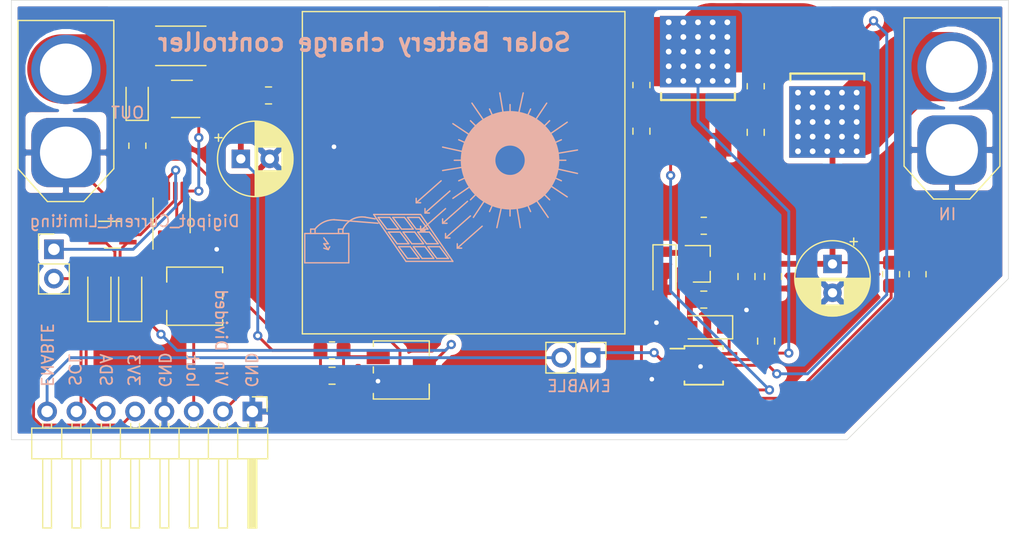
<source format=kicad_pcb>
(kicad_pcb (version 20171130) (host pcbnew 5.1.10)

  (general
    (thickness 1.6)
    (drawings 19)
    (tracks 229)
    (zones 0)
    (modules 39)
    (nets 28)
  )

  (page A4)
  (layers
    (0 F.Cu signal)
    (31 B.Cu signal)
    (32 B.Adhes user)
    (33 F.Adhes user)
    (34 B.Paste user)
    (35 F.Paste user)
    (36 B.SilkS user)
    (37 F.SilkS user)
    (38 B.Mask user)
    (39 F.Mask user)
    (40 Dwgs.User user)
    (41 Cmts.User user)
    (42 Eco1.User user)
    (43 Eco2.User user)
    (44 Edge.Cuts user)
    (45 Margin user)
    (46 B.CrtYd user)
    (47 F.CrtYd user)
    (48 B.Fab user)
    (49 F.Fab user)
  )

  (setup
    (last_trace_width 0.25)
    (user_trace_width 0.5)
    (user_trace_width 6)
    (trace_clearance 0.2)
    (zone_clearance 0.508)
    (zone_45_only no)
    (trace_min 0.2)
    (via_size 0.8)
    (via_drill 0.4)
    (via_min_size 0.4)
    (via_min_drill 0.3)
    (uvia_size 0.3)
    (uvia_drill 0.1)
    (uvias_allowed no)
    (uvia_min_size 0.2)
    (uvia_min_drill 0.1)
    (edge_width 0.05)
    (segment_width 0.2)
    (pcb_text_width 0.3)
    (pcb_text_size 1.5 1.5)
    (mod_edge_width 0.12)
    (mod_text_size 1 1)
    (mod_text_width 0.15)
    (pad_size 1.524 1.524)
    (pad_drill 0.762)
    (pad_to_mask_clearance 0)
    (aux_axis_origin 0 0)
    (visible_elements FFFFFF7F)
    (pcbplotparams
      (layerselection 0x010fc_ffffffff)
      (usegerberextensions false)
      (usegerberattributes true)
      (usegerberadvancedattributes true)
      (creategerberjobfile true)
      (excludeedgelayer true)
      (linewidth 0.100000)
      (plotframeref false)
      (viasonmask false)
      (mode 1)
      (useauxorigin false)
      (hpglpennumber 1)
      (hpglpenspeed 20)
      (hpglpendiameter 15.000000)
      (psnegative false)
      (psa4output false)
      (plotreference true)
      (plotvalue true)
      (plotinvisibletext false)
      (padsonsilk false)
      (subtractmaskfromsilk false)
      (outputformat 1)
      (mirror false)
      (drillshape 1)
      (scaleselection 1)
      (outputdirectory ""))
  )

  (net 0 "")
  (net 1 GND)
  (net 2 +5V)
  (net 3 "Net-(C5-Pad2)")
  (net 4 "Net-(C5-Pad1)")
  (net 5 "Net-(C6-Pad1)")
  (net 6 "Net-(C7-Pad2)")
  (net 7 "Net-(C7-Pad1)")
  (net 8 "Net-(C8-Pad2)")
  (net 9 "Net-(C10-Pad1)")
  (net 10 "Net-(D1-Pad1)")
  (net 11 "Net-(D3-Pad2)")
  (net 12 "Net-(D4-Pad2)")
  (net 13 /VINDIV)
  (net 14 /IOUT)
  (net 15 +3V3)
  (net 16 /SCL)
  (net 17 /SDA)
  (net 18 /EN)
  (net 19 "Net-(J4-Pad1)")
  (net 20 /VOUT)
  (net 21 "Net-(Q2-Pad1)")
  (net 22 "Net-(Q3-Pad1)")
  (net 23 "Net-(RV2-Pad2)")
  (net 24 "Net-(U2-Pad6)")
  (net 25 /VIN)
  (net 26 "Net-(J1-Pad8)")
  (net 27 "Net-(D5-Pad1)")

  (net_class Default "This is the default net class."
    (clearance 0.2)
    (trace_width 0.25)
    (via_dia 0.8)
    (via_drill 0.4)
    (uvia_dia 0.3)
    (uvia_drill 0.1)
    (add_net +3V3)
    (add_net +5V)
    (add_net /EN)
    (add_net /IOUT)
    (add_net /SCL)
    (add_net /SDA)
    (add_net /VIN)
    (add_net /VINDIV)
    (add_net /VOUT)
    (add_net GND)
    (add_net "Net-(C10-Pad1)")
    (add_net "Net-(C5-Pad1)")
    (add_net "Net-(C5-Pad2)")
    (add_net "Net-(C6-Pad1)")
    (add_net "Net-(C7-Pad1)")
    (add_net "Net-(C7-Pad2)")
    (add_net "Net-(C8-Pad2)")
    (add_net "Net-(D1-Pad1)")
    (add_net "Net-(D3-Pad2)")
    (add_net "Net-(D4-Pad2)")
    (add_net "Net-(D5-Pad1)")
    (add_net "Net-(J1-Pad8)")
    (add_net "Net-(J4-Pad1)")
    (add_net "Net-(Q2-Pad1)")
    (add_net "Net-(Q3-Pad1)")
    (add_net "Net-(RV2-Pad2)")
    (add_net "Net-(U2-Pad6)")
  )

  (module Resistor_SMD:R_0805_2012Metric_Pad1.20x1.40mm_HandSolder (layer F.Cu) (tedit 5F68FEEE) (tstamp 61810DCA)
    (at 85.84 44.36 90)
    (descr "Resistor SMD 0805 (2012 Metric), square (rectangular) end terminal, IPC_7351 nominal with elongated pad for handsoldering. (Body size source: IPC-SM-782 page 72, https://www.pcb-3d.com/wordpress/wp-content/uploads/ipc-sm-782a_amendment_1_and_2.pdf), generated with kicad-footprint-generator")
    (tags "resistor handsolder")
    (path /6189F24A)
    (attr smd)
    (fp_text reference R8 (at 0 -1.65 90) (layer F.SilkS) hide
      (effects (font (size 1 1) (thickness 0.15)))
    )
    (fp_text value 2k (at 0 1.65 90) (layer F.Fab)
      (effects (font (size 1 1) (thickness 0.15)))
    )
    (fp_text user %R (at 0 0 90) (layer F.Fab)
      (effects (font (size 0.5 0.5) (thickness 0.08)))
    )
    (fp_line (start -1 0.625) (end -1 -0.625) (layer F.Fab) (width 0.1))
    (fp_line (start -1 -0.625) (end 1 -0.625) (layer F.Fab) (width 0.1))
    (fp_line (start 1 -0.625) (end 1 0.625) (layer F.Fab) (width 0.1))
    (fp_line (start 1 0.625) (end -1 0.625) (layer F.Fab) (width 0.1))
    (fp_line (start -0.227064 -0.735) (end 0.227064 -0.735) (layer F.SilkS) (width 0.12))
    (fp_line (start -0.227064 0.735) (end 0.227064 0.735) (layer F.SilkS) (width 0.12))
    (fp_line (start -1.85 0.95) (end -1.85 -0.95) (layer F.CrtYd) (width 0.05))
    (fp_line (start -1.85 -0.95) (end 1.85 -0.95) (layer F.CrtYd) (width 0.05))
    (fp_line (start 1.85 -0.95) (end 1.85 0.95) (layer F.CrtYd) (width 0.05))
    (fp_line (start 1.85 0.95) (end -1.85 0.95) (layer F.CrtYd) (width 0.05))
    (pad 2 smd roundrect (at 1 0 90) (size 1.2 1.4) (layers F.Cu F.Paste F.Mask) (roundrect_rratio 0.208333)
      (net 27 "Net-(D5-Pad1)"))
    (pad 1 smd roundrect (at -1 0 90) (size 1.2 1.4) (layers F.Cu F.Paste F.Mask) (roundrect_rratio 0.208333)
      (net 1 GND))
    (model ${KISYS3DMOD}/Resistor_SMD.3dshapes/R_0805_2012Metric.wrl
      (at (xyz 0 0 0))
      (scale (xyz 1 1 1))
      (rotate (xyz 0 0 0))
    )
  )

  (module LED_SMD:LED_0805_2012Metric_Pad1.15x1.40mm_HandSolder (layer F.Cu) (tedit 5F68FEF1) (tstamp 61810A5D)
    (at 85.82 40.3 90)
    (descr "LED SMD 0805 (2012 Metric), square (rectangular) end terminal, IPC_7351 nominal, (Body size source: https://docs.google.com/spreadsheets/d/1BsfQQcO9C6DZCsRaXUlFlo91Tg2WpOkGARC1WS5S8t0/edit?usp=sharing), generated with kicad-footprint-generator")
    (tags "LED handsolder")
    (path /61893218)
    (attr smd)
    (fp_text reference D5 (at 0 -1.65 90) (layer F.SilkS) hide
      (effects (font (size 1 1) (thickness 0.15)))
    )
    (fp_text value LED (at 0 1.65 90) (layer F.Fab)
      (effects (font (size 1 1) (thickness 0.15)))
    )
    (fp_text user %R (at 0 0 90) (layer F.Fab)
      (effects (font (size 0.5 0.5) (thickness 0.08)))
    )
    (fp_line (start 1 -0.6) (end -0.7 -0.6) (layer F.Fab) (width 0.1))
    (fp_line (start -0.7 -0.6) (end -1 -0.3) (layer F.Fab) (width 0.1))
    (fp_line (start -1 -0.3) (end -1 0.6) (layer F.Fab) (width 0.1))
    (fp_line (start -1 0.6) (end 1 0.6) (layer F.Fab) (width 0.1))
    (fp_line (start 1 0.6) (end 1 -0.6) (layer F.Fab) (width 0.1))
    (fp_line (start 1 -0.96) (end -1.86 -0.96) (layer F.SilkS) (width 0.12))
    (fp_line (start -1.86 -0.96) (end -1.86 0.96) (layer F.SilkS) (width 0.12))
    (fp_line (start -1.86 0.96) (end 1 0.96) (layer F.SilkS) (width 0.12))
    (fp_line (start -1.85 0.95) (end -1.85 -0.95) (layer F.CrtYd) (width 0.05))
    (fp_line (start -1.85 -0.95) (end 1.85 -0.95) (layer F.CrtYd) (width 0.05))
    (fp_line (start 1.85 -0.95) (end 1.85 0.95) (layer F.CrtYd) (width 0.05))
    (fp_line (start 1.85 0.95) (end -1.85 0.95) (layer F.CrtYd) (width 0.05))
    (pad 2 smd roundrect (at 1.025 0 90) (size 1.15 1.4) (layers F.Cu F.Paste F.Mask) (roundrect_rratio 0.217391)
      (net 20 /VOUT))
    (pad 1 smd roundrect (at -1.025 0 90) (size 1.15 1.4) (layers F.Cu F.Paste F.Mask) (roundrect_rratio 0.217391)
      (net 27 "Net-(D5-Pad1)"))
    (model ${KISYS3DMOD}/LED_SMD.3dshapes/LED_0805_2012Metric.wrl
      (at (xyz 0 0 0))
      (scale (xyz 1 1 1))
      (rotate (xyz 0 0 0))
    )
  )

  (module User:SolarEnergy locked (layer B.Cu) (tedit 617BD10A) (tstamp 617E76B4)
    (at 85.1 76.1 180)
    (fp_text reference REF** (at 0 -0.5) (layer B.SilkS) hide
      (effects (font (size 1 1) (thickness 0.15)) (justify mirror))
    )
    (fp_text value SolarEnergy (at 0 0.5) (layer B.Fab)
      (effects (font (size 1 1) (thickness 0.15)) (justify mirror))
    )
    (fp_line (start -27.178 25.019) (end -27.559 25.019) (layer B.SilkS) (width 0.12))
    (fp_line (start -27.178 25.019) (end -27.178 25.4) (layer B.SilkS) (width 0.12))
    (fp_line (start -29.337 26.924) (end -27.178 25.019) (layer B.SilkS) (width 0.12))
    (fp_line (start -28.448 22.86) (end -28.829 22.86) (layer B.SilkS) (width 0.12))
    (fp_line (start -28.448 22.86) (end -28.448 23.241) (layer B.SilkS) (width 0.12))
    (fp_line (start -30.607 24.765) (end -28.448 22.86) (layer B.SilkS) (width 0.12))
    (fp_line (start -27.432 23.749) (end -27.813 23.749) (layer B.SilkS) (width 0.12))
    (fp_line (start -27.432 23.749) (end -27.432 24.13) (layer B.SilkS) (width 0.12))
    (fp_line (start -29.591 25.654) (end -27.432 23.749) (layer B.SilkS) (width 0.12))
    (fp_line (start -25.273 24.384) (end -25.654 24.384) (layer B.SilkS) (width 0.12))
    (fp_line (start -25.273 24.384) (end -25.273 24.765) (layer B.SilkS) (width 0.12))
    (fp_line (start -27.432 26.289) (end -25.273 24.384) (layer B.SilkS) (width 0.12))
    (fp_line (start -25.654 25.908) (end -26.035 25.908) (layer B.SilkS) (width 0.12))
    (fp_line (start -25.654 25.908) (end -25.654 26.289) (layer B.SilkS) (width 0.12))
    (fp_line (start -27.813 27.813) (end -25.654 25.908) (layer B.SilkS) (width 0.12))
    (fp_line (start -24.892 26.797) (end -25.273 26.797) (layer B.SilkS) (width 0.12))
    (fp_line (start -24.892 26.797) (end -24.892 27.178) (layer B.SilkS) (width 0.12))
    (fp_line (start -27.051 28.702) (end -24.892 26.797) (layer B.SilkS) (width 0.12))
    (fp_line (start -20.469495 25.546218) (end -21.336 25.4) (layer B.SilkS) (width 0.12))
    (fp_line (start -17.78 25.323953) (end -21.59 25.019) (layer B.SilkS) (width 0.12))
    (fp_line (start -16.129 24.511) (end -16.129 24.13) (layer B.SilkS) (width 0.12))
    (fp_line (start -15.748 24.511) (end -16.129 24.511) (layer B.SilkS) (width 0.12))
    (fp_line (start -15.748 24.13) (end -15.748 24.511) (layer B.SilkS) (width 0.12))
    (fp_line (start -18.542 24.511) (end -18.542 24.13) (layer B.SilkS) (width 0.12))
    (fp_line (start -18.161 24.511) (end -18.542 24.511) (layer B.SilkS) (width 0.12))
    (fp_line (start -18.161 24.13) (end -18.161 24.511) (layer B.SilkS) (width 0.12))
    (fp_line (start -17.272 22.733) (end -16.891 22.86) (layer B.SilkS) (width 0.12))
    (fp_line (start -17.272 22.733) (end -17.399 22.987) (layer B.SilkS) (width 0.12))
    (fp_line (start -16.891 23.241) (end -17.272 22.733) (layer B.SilkS) (width 0.12))
    (fp_line (start -17.272 23.241) (end -16.891 23.241) (layer B.SilkS) (width 0.12))
    (fp_line (start -16.891 23.749) (end -17.272 23.241) (layer B.SilkS) (width 0.12))
    (fp_line (start -19.05 24.13) (end -15.24 24.13) (layer B.SilkS) (width 0.12))
    (fp_line (start -19.05 21.59) (end -19.05 24.13) (layer B.SilkS) (width 0.12))
    (fp_line (start -15.24 21.59) (end -19.05 21.59) (layer B.SilkS) (width 0.12))
    (fp_line (start -15.24 24.13) (end -15.24 21.59) (layer B.SilkS) (width 0.12))
    (fp_line (start -21.209 25.781) (end -24.003 21.717) (layer B.SilkS) (width 0.12))
    (fp_line (start -28.067 21.717) (end -24.003 21.717) (layer B.SilkS) (width 0.12))
    (fp_line (start -25.273 25.781) (end -28.067 21.717) (layer B.SilkS) (width 0.12))
    (fp_line (start -21.209 25.781) (end -25.273 25.781) (layer B.SilkS) (width 0.12))
    (fp_line (start -23.368 22.987) (end -24.384 22.987) (layer B.SilkS) (width 0.12))
    (fp_line (start -25.146 21.971) (end -24.13 21.971) (layer B.SilkS) (width 0.12))
    (fp_line (start -24.384 22.987) (end -25.146 21.971) (layer B.SilkS) (width 0.12))
    (fp_line (start -24.13 21.971) (end -23.368 22.987) (layer B.SilkS) (width 0.12))
    (fp_line (start -22.479 24.257) (end -23.495 24.257) (layer B.SilkS) (width 0.12))
    (fp_line (start -24.257 23.241) (end -23.241 23.241) (layer B.SilkS) (width 0.12))
    (fp_line (start -23.495 24.257) (end -24.257 23.241) (layer B.SilkS) (width 0.12))
    (fp_line (start -23.241 23.241) (end -22.479 24.257) (layer B.SilkS) (width 0.12))
    (fp_line (start -21.59 25.527) (end -22.606 25.527) (layer B.SilkS) (width 0.12))
    (fp_line (start -23.368 24.511) (end -22.352 24.511) (layer B.SilkS) (width 0.12))
    (fp_line (start -22.606 25.527) (end -23.368 24.511) (layer B.SilkS) (width 0.12))
    (fp_line (start -22.352 24.511) (end -21.59 25.527) (layer B.SilkS) (width 0.12))
    (fp_line (start -24.638 22.987) (end -25.654 22.987) (layer B.SilkS) (width 0.12))
    (fp_line (start -26.416 21.971) (end -25.4 21.971) (layer B.SilkS) (width 0.12))
    (fp_line (start -25.654 22.987) (end -26.416 21.971) (layer B.SilkS) (width 0.12))
    (fp_line (start -25.4 21.971) (end -24.638 22.987) (layer B.SilkS) (width 0.12))
    (fp_line (start -23.749 24.257) (end -24.765 24.257) (layer B.SilkS) (width 0.12))
    (fp_line (start -25.527 23.241) (end -24.511 23.241) (layer B.SilkS) (width 0.12))
    (fp_line (start -24.765 24.257) (end -25.527 23.241) (layer B.SilkS) (width 0.12))
    (fp_line (start -24.511 23.241) (end -23.749 24.257) (layer B.SilkS) (width 0.12))
    (fp_line (start -22.86 25.527) (end -23.876 25.527) (layer B.SilkS) (width 0.12))
    (fp_line (start -24.638 24.511) (end -23.622 24.511) (layer B.SilkS) (width 0.12))
    (fp_line (start -23.876 25.527) (end -24.638 24.511) (layer B.SilkS) (width 0.12))
    (fp_line (start -23.622 24.511) (end -22.86 25.527) (layer B.SilkS) (width 0.12))
    (fp_line (start -25.908 22.987) (end -26.924 22.987) (layer B.SilkS) (width 0.12))
    (fp_line (start -27.686 21.971) (end -26.67 21.971) (layer B.SilkS) (width 0.12))
    (fp_line (start -26.924 22.987) (end -27.686 21.971) (layer B.SilkS) (width 0.12))
    (fp_line (start -26.67 21.971) (end -25.908 22.987) (layer B.SilkS) (width 0.12))
    (fp_line (start -25.019 24.257) (end -26.035 24.257) (layer B.SilkS) (width 0.12))
    (fp_line (start -26.797 23.241) (end -25.781 23.241) (layer B.SilkS) (width 0.12))
    (fp_line (start -26.035 24.257) (end -26.797 23.241) (layer B.SilkS) (width 0.12))
    (fp_line (start -25.781 23.241) (end -25.019 24.257) (layer B.SilkS) (width 0.12))
    (fp_line (start -24.13 25.527) (end -25.146 25.527) (layer B.SilkS) (width 0.12))
    (fp_line (start -24.892 24.511) (end -24.13 25.527) (layer B.SilkS) (width 0.12))
    (fp_line (start -25.908 24.511) (end -24.892 24.511) (layer B.SilkS) (width 0.12))
    (fp_line (start -25.146 25.527) (end -25.908 24.511) (layer B.SilkS) (width 0.12))
    (fp_line (start -33.02 26.924) (end -33.02 25.65233) (layer B.SilkS) (width 0.12))
    (fp_line (start -31.75 27.178) (end -31.242 26.035) (layer B.SilkS) (width 0.12))
    (fp_line (start -29.464 29.972) (end -27.178 29.591) (layer B.SilkS) (width 0.12))
    (fp_line (start -32.385 26.924) (end -31.877 24.638) (layer B.SilkS) (width 0.12))
    (fp_line (start -30.099 28.575) (end -28.067 27.178) (layer B.SilkS) (width 0.12))
    (fp_line (start -31.115 27.432) (end -29.845 25.527) (layer B.SilkS) (width 0.12))
    (fp_line (start -30.48 27.94) (end -29.591 27.051) (layer B.SilkS) (width 0.12))
    (fp_line (start -29.718 29.21) (end -28.575 28.702) (layer B.SilkS) (width 0.12))
    (fp_line (start -36.576 30.48) (end -37.84767 30.48) (layer B.SilkS) (width 0.12))
    (fp_line (start -36.322 29.21) (end -37.465 28.702) (layer B.SilkS) (width 0.12))
    (fp_line (start -33.528 26.924) (end -33.909 24.638) (layer B.SilkS) (width 0.12))
    (fp_line (start -36.576 29.845) (end -38.862 29.337) (layer B.SilkS) (width 0.12))
    (fp_line (start -34.925 27.559) (end -36.322 25.527) (layer B.SilkS) (width 0.12))
    (fp_line (start -36.068 28.575) (end -37.973 27.305) (layer B.SilkS) (width 0.12))
    (fp_line (start -35.56 27.94) (end -36.449 27.051) (layer B.SilkS) (width 0.12))
    (fp_line (start -34.29 27.178) (end -34.798 26.035) (layer B.SilkS) (width 0.12))
    (fp_line (start -33.02 34.036) (end -33.02 35.30767) (layer B.SilkS) (width 0.12))
    (fp_line (start -34.29 33.782) (end -34.798 34.925) (layer B.SilkS) (width 0.12))
    (fp_line (start -36.576 30.988) (end -38.862 31.369) (layer B.SilkS) (width 0.12))
    (fp_line (start -33.655 34.036) (end -34.163 36.322) (layer B.SilkS) (width 0.12))
    (fp_line (start -35.941 32.385) (end -37.973 33.782) (layer B.SilkS) (width 0.12))
    (fp_line (start -34.925 33.528) (end -36.195 35.433) (layer B.SilkS) (width 0.12))
    (fp_line (start -35.56 33.02) (end -36.449 33.909) (layer B.SilkS) (width 0.12))
    (fp_line (start -36.322 31.75) (end -37.465 32.258) (layer B.SilkS) (width 0.12))
    (fp_line (start -32.512 34.036) (end -32.131 36.322) (layer B.SilkS) (width 0.12))
    (fp_line (start -31.75 33.782) (end -31.242 34.925) (layer B.SilkS) (width 0.12))
    (fp_line (start -31.115 33.401) (end -29.718 35.433) (layer B.SilkS) (width 0.12))
    (fp_line (start -30.48 33.02) (end -29.591 33.909) (layer B.SilkS) (width 0.12))
    (fp_line (start -29.972 32.385) (end -28.067 33.655) (layer B.SilkS) (width 0.12))
    (fp_line (start -29.718 31.75) (end -28.575 32.258) (layer B.SilkS) (width 0.12))
    (fp_line (start -29.464 31.115) (end -27.178 31.623) (layer B.SilkS) (width 0.12))
    (fp_line (start -29.464 30.48) (end -28.19233 30.48) (layer B.SilkS) (width 0.12))
    (fp_circle (center -33.02 30.48) (end -31.75 30.48) (layer B.SilkS) (width 3))
    (fp_arc (start -17.78 23.241) (end -16.129001 24.510999) (angle 52.43140797) (layer B.SilkS) (width 0.12))
    (fp_arc (start -20.193 23.749) (end -18.542001 24.510999) (angle 73.97102169) (layer B.SilkS) (width 0.12))
  )

  (module User:dpak2 (layer F.Cu) (tedit 617BCA34) (tstamp 617C1B33)
    (at 134.4 36.2)
    (descr "MOS boitier DPACK G-D-S")
    (tags "CMD DPACK")
    (path /617D0C76)
    (solder_mask_margin 0.19558)
    (clearance 0.19558)
    (attr smd)
    (fp_text reference Q3 (at -2.11074 -4.11988) (layer F.SilkS) hide
      (effects (font (size 1.27 1.016) (thickness 0.2032)))
    )
    (fp_text value TK6R9P08QM,RQ (at 0.2794 10.75944) (layer F.SilkS) hide
      (effects (font (size 1.016 0.79756) (thickness 0.19558)))
    )
    (fp_line (start 3.19786 3.59918) (end 3.19786 4.19608) (layer F.SilkS) (width 0.19558))
    (fp_line (start 3.19786 4.19608) (end -3.19786 4.19608) (layer F.SilkS) (width 0.19558))
    (fp_line (start -3.19786 3.59918) (end -3.19786 4.19608) (layer F.SilkS) (width 0.19558))
    (pad 1 smd rect (at -2.37236 7.29996) (size 1.397 3.59918) (layers F.Cu F.Paste F.Mask)
      (net 22 "Net-(Q3-Pad1)"))
    (pad 2 smd rect (at 0 0) (size 6.59892 6.1976) (layers F.Cu F.Paste F.Mask)
      (net 3 "Net-(C5-Pad2)"))
    (pad 3 smd rect (at 2.19456 7.29996) (size 1.397 3.59918) (layers F.Cu F.Paste F.Mask)
      (net 1 GND))
    (pad 2 thru_hole circle (at 2.54 -2.54) (size 1 1) (drill 0.5) (layers *.Cu *.Mask)
      (net 3 "Net-(C5-Pad2)"))
    (pad 2 thru_hole circle (at 2.54 -1.27) (size 1 1) (drill 0.5) (layers *.Cu *.Mask)
      (net 3 "Net-(C5-Pad2)"))
    (pad 2 thru_hole circle (at 2.54 0) (size 1 1) (drill 0.5) (layers *.Cu *.Mask)
      (net 3 "Net-(C5-Pad2)"))
    (pad 2 thru_hole circle (at 2.54 1.27) (size 1 1) (drill 0.5) (layers *.Cu *.Mask)
      (net 3 "Net-(C5-Pad2)"))
    (pad 2 thru_hole circle (at 2.54 2.54) (size 1 1) (drill 0.5) (layers *.Cu *.Mask)
      (net 3 "Net-(C5-Pad2)"))
    (pad 2 thru_hole circle (at 1.27 2.54) (size 1 1) (drill 0.5) (layers *.Cu *.Mask)
      (net 3 "Net-(C5-Pad2)"))
    (pad 2 thru_hole circle (at 1.27 1.27) (size 1 1) (drill 0.5) (layers *.Cu *.Mask)
      (net 3 "Net-(C5-Pad2)"))
    (pad 2 thru_hole circle (at 1.27 0) (size 1 1) (drill 0.5) (layers *.Cu *.Mask)
      (net 3 "Net-(C5-Pad2)"))
    (pad 2 thru_hole circle (at 1.27 -1.27) (size 1 1) (drill 0.5) (layers *.Cu *.Mask)
      (net 3 "Net-(C5-Pad2)"))
    (pad 2 thru_hole circle (at 1.27 -2.54) (size 1 1) (drill 0.5) (layers *.Cu *.Mask)
      (net 3 "Net-(C5-Pad2)"))
    (pad 2 thru_hole circle (at 0 -2.54) (size 1 1) (drill 0.5) (layers *.Cu *.Mask)
      (net 3 "Net-(C5-Pad2)"))
    (pad 2 thru_hole circle (at 0 -1.27) (size 1 1) (drill 0.5) (layers *.Cu *.Mask)
      (net 3 "Net-(C5-Pad2)"))
    (pad 2 thru_hole circle (at 0 0) (size 1 1) (drill 0.5) (layers *.Cu *.Mask)
      (net 3 "Net-(C5-Pad2)"))
    (pad 2 thru_hole circle (at 0 1.27) (size 1 1) (drill 0.5) (layers *.Cu *.Mask)
      (net 3 "Net-(C5-Pad2)"))
    (pad 2 thru_hole circle (at 0 2.54) (size 1 1) (drill 0.5) (layers *.Cu *.Mask)
      (net 3 "Net-(C5-Pad2)"))
    (pad 2 thru_hole circle (at -1.27 2.54) (size 1 1) (drill 0.5) (layers *.Cu *.Mask)
      (net 3 "Net-(C5-Pad2)"))
    (pad 2 thru_hole circle (at -1.27 1.27) (size 1 1) (drill 0.5) (layers *.Cu *.Mask)
      (net 3 "Net-(C5-Pad2)"))
    (pad 2 thru_hole circle (at -1.27 0) (size 1 1) (drill 0.5) (layers *.Cu *.Mask)
      (net 3 "Net-(C5-Pad2)"))
    (pad 2 thru_hole circle (at -1.27 -1.27) (size 1 1) (drill 0.5) (layers *.Cu *.Mask)
      (net 3 "Net-(C5-Pad2)"))
    (pad 2 thru_hole circle (at -1.27 -2.54) (size 1 1) (drill 0.5) (layers *.Cu *.Mask)
      (net 3 "Net-(C5-Pad2)"))
    (pad 2 thru_hole circle (at -2.54 -2.54) (size 1 1) (drill 0.5) (layers *.Cu *.Mask)
      (net 3 "Net-(C5-Pad2)"))
    (pad 2 thru_hole circle (at -2.54 -1.27) (size 1 1) (drill 0.5) (layers *.Cu *.Mask)
      (net 3 "Net-(C5-Pad2)"))
    (pad 2 thru_hole circle (at -2.54 0) (size 1 1) (drill 0.5) (layers *.Cu *.Mask)
      (net 3 "Net-(C5-Pad2)"))
    (pad 2 thru_hole circle (at -2.54 1.27) (size 1 1) (drill 0.5) (layers *.Cu *.Mask)
      (net 3 "Net-(C5-Pad2)"))
    (pad 2 thru_hole circle (at -2.54 2.54) (size 1 1) (drill 0.5) (layers *.Cu *.Mask)
      (net 3 "Net-(C5-Pad2)"))
    (pad 2 smd rect (at 0 0) (size 6.59892 6.1976) (layers B.Cu B.Mask)
      (net 3 "Net-(C5-Pad2)"))
    (model smd/dpack_2.wrl
      (at (xyz 0 0 0))
      (scale (xyz 1 1 1))
      (rotate (xyz 0 0 0))
    )
  )

  (module User:dpak2 (layer F.Cu) (tedit 617BC9E8) (tstamp 617C1B29)
    (at 145.6 42.3 180)
    (descr "MOS boitier DPACK G-D-S")
    (tags "CMD DPACK")
    (path /617CE52E)
    (solder_mask_margin 0.19558)
    (clearance 0.19558)
    (attr smd)
    (fp_text reference Q2 (at -2.11074 -4.11988 180) (layer F.SilkS) hide
      (effects (font (size 1.27 1.016) (thickness 0.2032)))
    )
    (fp_text value TK6R9P08QM,RQ (at 0.2794 10.75944 180) (layer F.SilkS) hide
      (effects (font (size 1.016 0.79756) (thickness 0.19558)))
    )
    (fp_line (start 3.19786 3.59918) (end 3.19786 4.19608) (layer F.SilkS) (width 0.19558))
    (fp_line (start 3.19786 4.19608) (end -3.19786 4.19608) (layer F.SilkS) (width 0.19558))
    (fp_line (start -3.19786 3.59918) (end -3.19786 4.19608) (layer F.SilkS) (width 0.19558))
    (pad 1 smd rect (at -2.37236 7.29996 180) (size 1.397 3.59918) (layers F.Cu F.Paste F.Mask)
      (net 21 "Net-(Q2-Pad1)"))
    (pad 2 smd rect (at 0 0 180) (size 6.59892 6.1976) (layers F.Cu F.Paste F.Mask)
      (net 25 /VIN))
    (pad 3 smd rect (at 2.19456 7.29996 180) (size 1.397 3.59918) (layers F.Cu F.Paste F.Mask)
      (net 3 "Net-(C5-Pad2)"))
    (pad 2 thru_hole circle (at 2.54 -2.54 180) (size 1 1) (drill 0.5) (layers *.Cu *.Mask)
      (net 25 /VIN))
    (pad 2 thru_hole circle (at 2.54 -1.27 180) (size 1 1) (drill 0.5) (layers *.Cu *.Mask)
      (net 25 /VIN))
    (pad 2 thru_hole circle (at 2.54 0 180) (size 1 1) (drill 0.5) (layers *.Cu *.Mask)
      (net 25 /VIN))
    (pad 2 thru_hole circle (at 2.54 1.27 180) (size 1 1) (drill 0.5) (layers *.Cu *.Mask)
      (net 25 /VIN))
    (pad 2 thru_hole circle (at 2.54 2.54 180) (size 1 1) (drill 0.5) (layers *.Cu *.Mask)
      (net 25 /VIN))
    (pad 2 thru_hole circle (at 1.27 2.54 180) (size 1 1) (drill 0.5) (layers *.Cu *.Mask)
      (net 25 /VIN))
    (pad 2 thru_hole circle (at 1.27 1.27 180) (size 1 1) (drill 0.5) (layers *.Cu *.Mask)
      (net 25 /VIN))
    (pad 2 thru_hole circle (at 1.27 0 180) (size 1 1) (drill 0.5) (layers *.Cu *.Mask)
      (net 25 /VIN))
    (pad 2 thru_hole circle (at 1.27 -1.27 180) (size 1 1) (drill 0.5) (layers *.Cu *.Mask)
      (net 25 /VIN))
    (pad 2 thru_hole circle (at 1.27 -2.54 180) (size 1 1) (drill 0.5) (layers *.Cu *.Mask)
      (net 25 /VIN))
    (pad 2 thru_hole circle (at 0 -2.54 180) (size 1 1) (drill 0.5) (layers *.Cu *.Mask)
      (net 25 /VIN))
    (pad 2 thru_hole circle (at 0 -1.27 180) (size 1 1) (drill 0.5) (layers *.Cu *.Mask)
      (net 25 /VIN))
    (pad 2 thru_hole circle (at 0 0 180) (size 1 1) (drill 0.5) (layers *.Cu *.Mask)
      (net 25 /VIN))
    (pad 2 thru_hole circle (at 0 1.27 180) (size 1 1) (drill 0.5) (layers *.Cu *.Mask)
      (net 25 /VIN))
    (pad 2 thru_hole circle (at 0 2.54 180) (size 1 1) (drill 0.5) (layers *.Cu *.Mask)
      (net 25 /VIN))
    (pad 2 thru_hole circle (at -1.27 2.54 180) (size 1 1) (drill 0.5) (layers *.Cu *.Mask)
      (net 25 /VIN))
    (pad 2 thru_hole circle (at -1.27 1.27 180) (size 1 1) (drill 0.5) (layers *.Cu *.Mask)
      (net 25 /VIN))
    (pad 2 thru_hole circle (at -1.27 0 180) (size 1 1) (drill 0.5) (layers *.Cu *.Mask)
      (net 25 /VIN))
    (pad 2 thru_hole circle (at -1.27 -1.27 180) (size 1 1) (drill 0.5) (layers *.Cu *.Mask)
      (net 25 /VIN))
    (pad 2 thru_hole circle (at -1.27 -2.54 180) (size 1 1) (drill 0.5) (layers *.Cu *.Mask)
      (net 25 /VIN))
    (pad 2 thru_hole circle (at -2.54 -2.54 180) (size 1 1) (drill 0.5) (layers *.Cu *.Mask)
      (net 25 /VIN))
    (pad 2 thru_hole circle (at -2.54 -1.27 180) (size 1 1) (drill 0.5) (layers *.Cu *.Mask)
      (net 25 /VIN))
    (pad 2 thru_hole circle (at -2.54 0 180) (size 1 1) (drill 0.5) (layers *.Cu *.Mask)
      (net 25 /VIN))
    (pad 2 thru_hole circle (at -2.54 1.27 180) (size 1 1) (drill 0.5) (layers *.Cu *.Mask)
      (net 25 /VIN))
    (pad 2 thru_hole circle (at -2.54 2.54 180) (size 1 1) (drill 0.5) (layers *.Cu *.Mask)
      (net 25 /VIN))
    (pad 2 smd rect (at 0 0 180) (size 6.59892 6.1976) (layers B.Cu B.Mask)
      (net 25 /VIN))
    (model smd/dpack_2.wrl
      (at (xyz 0 0 0))
      (scale (xyz 1 1 1))
      (rotate (xyz 0 0 0))
    )
  )

  (module Package_TO_SOT_SMD:SOT-23-5_HandSoldering (layer F.Cu) (tedit 5A0AB76C) (tstamp 617C1C4C)
    (at 89.7 40.3 180)
    (descr "5-pin SOT23 package")
    (tags "SOT-23-5 hand-soldering")
    (path /61886ED1)
    (attr smd)
    (fp_text reference U4 (at 0 -2.9) (layer F.SilkS) hide
      (effects (font (size 1 1) (thickness 0.15)))
    )
    (fp_text value INA180 (at 0 2.9) (layer F.Fab)
      (effects (font (size 1 1) (thickness 0.15)))
    )
    (fp_line (start -0.9 1.61) (end 0.9 1.61) (layer F.SilkS) (width 0.12))
    (fp_line (start 0.9 -1.61) (end -1.55 -1.61) (layer F.SilkS) (width 0.12))
    (fp_line (start -0.9 -0.9) (end -0.25 -1.55) (layer F.Fab) (width 0.1))
    (fp_line (start 0.9 -1.55) (end -0.25 -1.55) (layer F.Fab) (width 0.1))
    (fp_line (start -0.9 -0.9) (end -0.9 1.55) (layer F.Fab) (width 0.1))
    (fp_line (start 0.9 1.55) (end -0.9 1.55) (layer F.Fab) (width 0.1))
    (fp_line (start 0.9 -1.55) (end 0.9 1.55) (layer F.Fab) (width 0.1))
    (fp_line (start -2.38 -1.8) (end 2.38 -1.8) (layer F.CrtYd) (width 0.05))
    (fp_line (start -2.38 -1.8) (end -2.38 1.8) (layer F.CrtYd) (width 0.05))
    (fp_line (start 2.38 1.8) (end 2.38 -1.8) (layer F.CrtYd) (width 0.05))
    (fp_line (start 2.38 1.8) (end -2.38 1.8) (layer F.CrtYd) (width 0.05))
    (fp_text user %R (at 0 0 90) (layer F.Fab)
      (effects (font (size 0.5 0.5) (thickness 0.075)))
    )
    (pad 5 smd rect (at 1.35 -0.95 180) (size 1.56 0.65) (layers F.Cu F.Paste F.Mask)
      (net 2 +5V))
    (pad 4 smd rect (at 1.35 0.95 180) (size 1.56 0.65) (layers F.Cu F.Paste F.Mask)
      (net 20 /VOUT))
    (pad 3 smd rect (at -1.35 0.95 180) (size 1.56 0.65) (layers F.Cu F.Paste F.Mask)
      (net 9 "Net-(C10-Pad1)"))
    (pad 2 smd rect (at -1.35 0 180) (size 1.56 0.65) (layers F.Cu F.Paste F.Mask)
      (net 1 GND))
    (pad 1 smd rect (at -1.35 -0.95 180) (size 1.56 0.65) (layers F.Cu F.Paste F.Mask)
      (net 14 /IOUT))
    (model ${KISYS3DMOD}/Package_TO_SOT_SMD.3dshapes/SOT-23-5.wrl
      (at (xyz 0 0 0))
      (scale (xyz 1 1 1))
      (rotate (xyz 0 0 0))
    )
  )

  (module Package_TO_SOT_SMD:SOT-363_SC-70-6_Handsoldering (layer F.Cu) (tedit 5A02FF57) (tstamp 617C1C37)
    (at 83.693 52.07)
    (descr "SOT-363, SC-70-6, Handsoldering")
    (tags "SOT-363 SC-70-6 Handsoldering")
    (path /6188ACC1)
    (attr smd)
    (fp_text reference U3 (at 0 -2) (layer F.SilkS) hide
      (effects (font (size 1 1) (thickness 0.15)))
    )
    (fp_text value MCP40D18-User (at 0 2 180) (layer F.Fab)
      (effects (font (size 1 1) (thickness 0.15)))
    )
    (fp_line (start -2.4 1.4) (end 2.4 1.4) (layer F.CrtYd) (width 0.05))
    (fp_line (start 0.7 -1.16) (end -1.2 -1.16) (layer F.SilkS) (width 0.12))
    (fp_line (start -0.7 1.16) (end 0.7 1.16) (layer F.SilkS) (width 0.12))
    (fp_line (start 2.4 1.4) (end 2.4 -1.4) (layer F.CrtYd) (width 0.05))
    (fp_line (start -2.4 -1.4) (end -2.4 1.4) (layer F.CrtYd) (width 0.05))
    (fp_line (start -2.4 -1.4) (end 2.4 -1.4) (layer F.CrtYd) (width 0.05))
    (fp_line (start 0.675 -1.1) (end -0.175 -1.1) (layer F.Fab) (width 0.1))
    (fp_line (start -0.675 -0.6) (end -0.675 1.1) (layer F.Fab) (width 0.1))
    (fp_line (start 0.675 -1.1) (end 0.675 1.1) (layer F.Fab) (width 0.1))
    (fp_line (start 0.675 1.1) (end -0.675 1.1) (layer F.Fab) (width 0.1))
    (fp_line (start -0.175 -1.1) (end -0.675 -0.6) (layer F.Fab) (width 0.1))
    (fp_text user %R (at 0 0 90) (layer F.Fab)
      (effects (font (size 0.5 0.5) (thickness 0.075)))
    )
    (pad 6 smd rect (at 1.33 -0.65) (size 1.5 0.4) (layers F.Cu F.Paste F.Mask)
      (net 2 +5V))
    (pad 5 smd rect (at 1.33 0) (size 1.5 0.4) (layers F.Cu F.Paste F.Mask)
      (net 24 "Net-(U2-Pad6)"))
    (pad 4 smd rect (at 1.33 0.65) (size 1.5 0.4) (layers F.Cu F.Paste F.Mask)
      (net 17 /SDA))
    (pad 3 smd rect (at -1.33 0.65) (size 1.5 0.4) (layers F.Cu F.Paste F.Mask)
      (net 16 /SCL))
    (pad 2 smd rect (at -1.33 0) (size 1.5 0.4) (layers F.Cu F.Paste F.Mask)
      (net 1 GND))
    (pad 1 smd rect (at -1.33 -0.65) (size 1.5 0.4) (layers F.Cu F.Paste F.Mask)
      (net 15 +3V3))
    (model ${KISYS3DMOD}/Package_TO_SOT_SMD.3dshapes/SOT-363_SC-70-6.wrl
      (at (xyz 0 0 0))
      (scale (xyz 1 1 1))
      (rotate (xyz 0 0 0))
    )
  )

  (module Package_SO:MSOP-8_3x3mm_P0.65mm (layer F.Cu) (tedit 5E509FDD) (tstamp 617C1C21)
    (at 88.8 50.4 90)
    (descr "MSOP, 8 Pin (https://www.jedec.org/system/files/docs/mo-187F.pdf variant AA), generated with kicad-footprint-generator ipc_gullwing_generator.py")
    (tags "MSOP SO")
    (path /618388FD)
    (attr smd)
    (fp_text reference U2 (at 0 -2.45 90) (layer F.SilkS) hide
      (effects (font (size 1 1) (thickness 0.15)))
    )
    (fp_text value TLV272 (at 0 2.45 90) (layer F.Fab)
      (effects (font (size 1 1) (thickness 0.15)))
    )
    (fp_line (start 0 1.61) (end 1.5 1.61) (layer F.SilkS) (width 0.12))
    (fp_line (start 0 1.61) (end -1.5 1.61) (layer F.SilkS) (width 0.12))
    (fp_line (start 0 -1.61) (end 1.5 -1.61) (layer F.SilkS) (width 0.12))
    (fp_line (start 0 -1.61) (end -2.925 -1.61) (layer F.SilkS) (width 0.12))
    (fp_line (start -0.75 -1.5) (end 1.5 -1.5) (layer F.Fab) (width 0.1))
    (fp_line (start 1.5 -1.5) (end 1.5 1.5) (layer F.Fab) (width 0.1))
    (fp_line (start 1.5 1.5) (end -1.5 1.5) (layer F.Fab) (width 0.1))
    (fp_line (start -1.5 1.5) (end -1.5 -0.75) (layer F.Fab) (width 0.1))
    (fp_line (start -1.5 -0.75) (end -0.75 -1.5) (layer F.Fab) (width 0.1))
    (fp_line (start -3.18 -1.75) (end -3.18 1.75) (layer F.CrtYd) (width 0.05))
    (fp_line (start -3.18 1.75) (end 3.18 1.75) (layer F.CrtYd) (width 0.05))
    (fp_line (start 3.18 1.75) (end 3.18 -1.75) (layer F.CrtYd) (width 0.05))
    (fp_line (start 3.18 -1.75) (end -3.18 -1.75) (layer F.CrtYd) (width 0.05))
    (fp_text user %R (at 0 0 90) (layer F.Fab)
      (effects (font (size 0.75 0.75) (thickness 0.11)))
    )
    (pad 8 smd roundrect (at 2.1125 -0.975 90) (size 1.625 0.4) (layers F.Cu F.Paste F.Mask) (roundrect_rratio 0.25)
      (net 2 +5V))
    (pad 7 smd roundrect (at 2.1125 -0.325 90) (size 1.625 0.4) (layers F.Cu F.Paste F.Mask) (roundrect_rratio 0.25)
      (net 19 "Net-(J4-Pad1)"))
    (pad 6 smd roundrect (at 2.1125 0.325 90) (size 1.625 0.4) (layers F.Cu F.Paste F.Mask) (roundrect_rratio 0.25)
      (net 24 "Net-(U2-Pad6)"))
    (pad 5 smd roundrect (at 2.1125 0.975 90) (size 1.625 0.4) (layers F.Cu F.Paste F.Mask) (roundrect_rratio 0.25)
      (net 14 /IOUT))
    (pad 4 smd roundrect (at -2.1125 0.975 90) (size 1.625 0.4) (layers F.Cu F.Paste F.Mask) (roundrect_rratio 0.25)
      (net 1 GND))
    (pad 3 smd roundrect (at -2.1125 0.325 90) (size 1.625 0.4) (layers F.Cu F.Paste F.Mask) (roundrect_rratio 0.25)
      (net 14 /IOUT))
    (pad 2 smd roundrect (at -2.1125 -0.325 90) (size 1.625 0.4) (layers F.Cu F.Paste F.Mask) (roundrect_rratio 0.25)
      (net 23 "Net-(RV2-Pad2)"))
    (pad 1 smd roundrect (at -2.1125 -0.975 90) (size 1.625 0.4) (layers F.Cu F.Paste F.Mask) (roundrect_rratio 0.25)
      (net 12 "Net-(D4-Pad2)"))
    (model ${KISYS3DMOD}/Package_SO.3dshapes/MSOP-8_3x3mm_P0.65mm.wrl
      (at (xyz 0 0 0))
      (scale (xyz 1 1 1))
      (rotate (xyz 0 0 0))
    )
  )

  (module Package_SO:MSOP-10_3x3mm_P0.5mm (layer F.Cu) (tedit 5A02F25C) (tstamp 617C1C07)
    (at 134.9 63.4)
    (descr "10-Lead Plastic Micro Small Outline Package (MS) [MSOP] (see Microchip Packaging Specification 00000049BS.pdf)")
    (tags "SSOP 0.5")
    (path /6187FAC2)
    (attr smd)
    (fp_text reference U1 (at 0 -2.6) (layer F.SilkS) hide
      (effects (font (size 1 1) (thickness 0.15)))
    )
    (fp_text value MIC2176 (at 0 2.6) (layer F.Fab)
      (effects (font (size 1 1) (thickness 0.15)))
    )
    (fp_line (start -0.5 -1.5) (end 1.5 -1.5) (layer F.Fab) (width 0.15))
    (fp_line (start 1.5 -1.5) (end 1.5 1.5) (layer F.Fab) (width 0.15))
    (fp_line (start 1.5 1.5) (end -1.5 1.5) (layer F.Fab) (width 0.15))
    (fp_line (start -1.5 1.5) (end -1.5 -0.5) (layer F.Fab) (width 0.15))
    (fp_line (start -1.5 -0.5) (end -0.5 -1.5) (layer F.Fab) (width 0.15))
    (fp_line (start -3.15 -1.85) (end -3.15 1.85) (layer F.CrtYd) (width 0.05))
    (fp_line (start 3.15 -1.85) (end 3.15 1.85) (layer F.CrtYd) (width 0.05))
    (fp_line (start -3.15 -1.85) (end 3.15 -1.85) (layer F.CrtYd) (width 0.05))
    (fp_line (start -3.15 1.85) (end 3.15 1.85) (layer F.CrtYd) (width 0.05))
    (fp_line (start -1.675 -1.675) (end -1.675 -1.45) (layer F.SilkS) (width 0.15))
    (fp_line (start 1.675 -1.675) (end 1.675 -1.375) (layer F.SilkS) (width 0.15))
    (fp_line (start 1.675 1.675) (end 1.675 1.375) (layer F.SilkS) (width 0.15))
    (fp_line (start -1.675 1.675) (end -1.675 1.375) (layer F.SilkS) (width 0.15))
    (fp_line (start -1.675 -1.675) (end 1.675 -1.675) (layer F.SilkS) (width 0.15))
    (fp_line (start -1.675 1.675) (end 1.675 1.675) (layer F.SilkS) (width 0.15))
    (fp_line (start -1.675 -1.45) (end -2.9 -1.45) (layer F.SilkS) (width 0.15))
    (fp_text user %R (at 0 0) (layer F.Fab)
      (effects (font (size 0.6 0.6) (thickness 0.15)))
    )
    (pad 10 smd rect (at 2.2 -1) (size 1.4 0.3) (layers F.Cu F.Paste F.Mask)
      (net 4 "Net-(C5-Pad1)"))
    (pad 9 smd rect (at 2.2 -0.5) (size 1.4 0.3) (layers F.Cu F.Paste F.Mask)
      (net 3 "Net-(C5-Pad2)"))
    (pad 8 smd rect (at 2.2 0) (size 1.4 0.3) (layers F.Cu F.Paste F.Mask)
      (net 21 "Net-(Q2-Pad1)"))
    (pad 7 smd rect (at 2.2 0.5) (size 1.4 0.3) (layers F.Cu F.Paste F.Mask)
      (net 1 GND))
    (pad 6 smd rect (at 2.2 1) (size 1.4 0.3) (layers F.Cu F.Paste F.Mask)
      (net 22 "Net-(Q3-Pad1)"))
    (pad 5 smd rect (at -2.2 1) (size 1.4 0.3) (layers F.Cu F.Paste F.Mask)
      (net 2 +5V))
    (pad 4 smd rect (at -2.2 0.5) (size 1.4 0.3) (layers F.Cu F.Paste F.Mask)
      (net 1 GND))
    (pad 3 smd rect (at -2.2 0) (size 1.4 0.3) (layers F.Cu F.Paste F.Mask)
      (net 6 "Net-(C7-Pad2)"))
    (pad 2 smd rect (at -2.2 -0.5) (size 1.4 0.3) (layers F.Cu F.Paste F.Mask)
      (net 18 /EN))
    (pad 1 smd rect (at -2.2 -1) (size 1.4 0.3) (layers F.Cu F.Paste F.Mask)
      (net 25 /VIN))
    (model ${KISYS3DMOD}/Package_SO.3dshapes/MSOP-10_3x3mm_P0.5mm.wrl
      (at (xyz 0 0 0))
      (scale (xyz 1 1 1))
      (rotate (xyz 0 0 0))
    )
  )

  (module Potentiometer_SMD:Potentiometer_Bourns_3214J_Horizontal (layer F.Cu) (tedit 5A3D7171) (tstamp 617C1BE8)
    (at 90.805 57.404)
    (descr "Potentiometer, horizontal, Bourns 3214J, https://www.bourns.com/docs/Product-Datasheets/3214.pdf")
    (tags "Potentiometer horizontal Bourns 3214J")
    (path /6188D59A)
    (attr smd)
    (fp_text reference RV2 (at 0 -3.65) (layer F.SilkS) hide
      (effects (font (size 1 1) (thickness 0.15)))
    )
    (fp_text value 50k (at 0 3.65) (layer F.Fab)
      (effects (font (size 1 1) (thickness 0.15)))
    )
    (fp_line (start -2.3 -2.4) (end -2.3 2.4) (layer F.Fab) (width 0.1))
    (fp_line (start -2.3 2.4) (end 2.3 2.4) (layer F.Fab) (width 0.1))
    (fp_line (start 2.3 2.4) (end 2.3 -2.4) (layer F.Fab) (width 0.1))
    (fp_line (start 2.3 -2.4) (end -2.3 -2.4) (layer F.Fab) (width 0.1))
    (fp_line (start -2.3 -2.02) (end -2.3 -0.24) (layer F.Fab) (width 0.1))
    (fp_line (start -2.3 -0.24) (end -2.3 -0.24) (layer F.Fab) (width 0.1))
    (fp_line (start -2.3 -0.24) (end -2.3 -2.02) (layer F.Fab) (width 0.1))
    (fp_line (start -2.3 -2.02) (end -2.3 -2.02) (layer F.Fab) (width 0.1))
    (fp_line (start -2.3 -1.13) (end -2.3 -1.13) (layer F.Fab) (width 0.1))
    (fp_line (start -2.42 -2.52) (end 2.42 -2.52) (layer F.SilkS) (width 0.12))
    (fp_line (start -2.42 2.52) (end 2.42 2.52) (layer F.SilkS) (width 0.12))
    (fp_line (start -2.42 -2.52) (end -2.42 -1.24) (layer F.SilkS) (width 0.12))
    (fp_line (start -2.42 1.24) (end -2.42 2.52) (layer F.SilkS) (width 0.12))
    (fp_line (start 2.42 -2.52) (end 2.42 -2.04) (layer F.SilkS) (width 0.12))
    (fp_line (start 2.42 -0.26) (end 2.42 0.26) (layer F.SilkS) (width 0.12))
    (fp_line (start 2.42 2.04) (end 2.42 2.52) (layer F.SilkS) (width 0.12))
    (fp_line (start -2.42 -2.14) (end -2.42 -2.14) (layer F.SilkS) (width 0.12))
    (fp_line (start -2.42 -2.14) (end -2.42 -1.24) (layer F.SilkS) (width 0.12))
    (fp_line (start -2.42 -2.14) (end -2.42 -1.24) (layer F.SilkS) (width 0.12))
    (fp_line (start -3.25 -2.65) (end -3.25 2.65) (layer F.CrtYd) (width 0.05))
    (fp_line (start -3.25 2.65) (end 3.25 2.65) (layer F.CrtYd) (width 0.05))
    (fp_line (start 3.25 2.65) (end 3.25 -2.65) (layer F.CrtYd) (width 0.05))
    (fp_line (start 3.25 -2.65) (end -3.25 -2.65) (layer F.CrtYd) (width 0.05))
    (fp_text user %R (at 0 0) (layer F.Fab)
      (effects (font (size 1 1) (thickness 0.15)))
    )
    (pad 3 smd rect (at 2 1.15) (size 2 1.3) (layers F.Cu F.Paste F.Mask)
      (net 2 +5V))
    (pad 2 smd rect (at -2 0) (size 2 2) (layers F.Cu F.Paste F.Mask)
      (net 23 "Net-(RV2-Pad2)"))
    (pad 1 smd rect (at 2 -1.15) (size 2 1.3) (layers F.Cu F.Paste F.Mask)
      (net 1 GND))
    (model ${KISYS3DMOD}/Potentiometer_SMD.3dshapes/Potentiometer_Bourns_3214J_Horizontal.wrl
      (at (xyz 0 0 0))
      (scale (xyz 1 1 1))
      (rotate (xyz 0 0 0))
    )
  )

  (module Potentiometer_SMD:Potentiometer_Bourns_3214J_Horizontal (layer F.Cu) (tedit 5A3D7171) (tstamp 617C1BC9)
    (at 108.7 63.8 180)
    (descr "Potentiometer, horizontal, Bourns 3214J, https://www.bourns.com/docs/Product-Datasheets/3214.pdf")
    (tags "Potentiometer horizontal Bourns 3214J")
    (path /61804800)
    (attr smd)
    (fp_text reference RV1 (at 0 -3.65) (layer F.SilkS) hide
      (effects (font (size 1 1) (thickness 0.15)))
    )
    (fp_text value 1k (at 0 3.65) (layer F.Fab)
      (effects (font (size 1 1) (thickness 0.15)))
    )
    (fp_line (start -2.3 -2.4) (end -2.3 2.4) (layer F.Fab) (width 0.1))
    (fp_line (start -2.3 2.4) (end 2.3 2.4) (layer F.Fab) (width 0.1))
    (fp_line (start 2.3 2.4) (end 2.3 -2.4) (layer F.Fab) (width 0.1))
    (fp_line (start 2.3 -2.4) (end -2.3 -2.4) (layer F.Fab) (width 0.1))
    (fp_line (start -2.3 -2.02) (end -2.3 -0.24) (layer F.Fab) (width 0.1))
    (fp_line (start -2.3 -0.24) (end -2.3 -0.24) (layer F.Fab) (width 0.1))
    (fp_line (start -2.3 -0.24) (end -2.3 -2.02) (layer F.Fab) (width 0.1))
    (fp_line (start -2.3 -2.02) (end -2.3 -2.02) (layer F.Fab) (width 0.1))
    (fp_line (start -2.3 -1.13) (end -2.3 -1.13) (layer F.Fab) (width 0.1))
    (fp_line (start -2.42 -2.52) (end 2.42 -2.52) (layer F.SilkS) (width 0.12))
    (fp_line (start -2.42 2.52) (end 2.42 2.52) (layer F.SilkS) (width 0.12))
    (fp_line (start -2.42 -2.52) (end -2.42 -1.24) (layer F.SilkS) (width 0.12))
    (fp_line (start -2.42 1.24) (end -2.42 2.52) (layer F.SilkS) (width 0.12))
    (fp_line (start 2.42 -2.52) (end 2.42 -2.04) (layer F.SilkS) (width 0.12))
    (fp_line (start 2.42 -0.26) (end 2.42 0.26) (layer F.SilkS) (width 0.12))
    (fp_line (start 2.42 2.04) (end 2.42 2.52) (layer F.SilkS) (width 0.12))
    (fp_line (start -2.42 -2.14) (end -2.42 -2.14) (layer F.SilkS) (width 0.12))
    (fp_line (start -2.42 -2.14) (end -2.42 -1.24) (layer F.SilkS) (width 0.12))
    (fp_line (start -2.42 -2.14) (end -2.42 -1.24) (layer F.SilkS) (width 0.12))
    (fp_line (start -3.25 -2.65) (end -3.25 2.65) (layer F.CrtYd) (width 0.05))
    (fp_line (start -3.25 2.65) (end 3.25 2.65) (layer F.CrtYd) (width 0.05))
    (fp_line (start 3.25 2.65) (end 3.25 -2.65) (layer F.CrtYd) (width 0.05))
    (fp_line (start 3.25 -2.65) (end -3.25 -2.65) (layer F.CrtYd) (width 0.05))
    (fp_text user %R (at 0 0) (layer F.Fab)
      (effects (font (size 1 1) (thickness 0.15)))
    )
    (pad 3 smd rect (at 2 1.15 180) (size 2 1.3) (layers F.Cu F.Paste F.Mask)
      (net 8 "Net-(C8-Pad2)"))
    (pad 2 smd rect (at -2 0 180) (size 2 2) (layers F.Cu F.Paste F.Mask)
      (net 6 "Net-(C7-Pad2)"))
    (pad 1 smd rect (at 2 -1.15 180) (size 2 1.3) (layers F.Cu F.Paste F.Mask)
      (net 1 GND))
    (model ${KISYS3DMOD}/Potentiometer_SMD.3dshapes/Potentiometer_Bourns_3214J_Horizontal.wrl
      (at (xyz 0 0 0))
      (scale (xyz 1 1 1))
      (rotate (xyz 0 0 0))
    )
  )

  (module Resistor_SMD:R_2512_6332Metric_Pad1.40x3.35mm_HandSolder (layer F.Cu) (tedit 5F68FEEE) (tstamp 617C1BAA)
    (at 89.6 35.7)
    (descr "Resistor SMD 2512 (6332 Metric), square (rectangular) end terminal, IPC_7351 nominal with elongated pad for handsoldering. (Body size source: IPC-SM-782 page 72, https://www.pcb-3d.com/wordpress/wp-content/uploads/ipc-sm-782a_amendment_1_and_2.pdf), generated with kicad-footprint-generator")
    (tags "resistor handsolder")
    (path /6180F401)
    (attr smd)
    (fp_text reference R7 (at 0 -2.62) (layer F.SilkS) hide
      (effects (font (size 1 1) (thickness 0.15)))
    )
    (fp_text value R010 (at 0 2.62) (layer F.Fab)
      (effects (font (size 1 1) (thickness 0.15)))
    )
    (fp_line (start -3.15 1.6) (end -3.15 -1.6) (layer F.Fab) (width 0.1))
    (fp_line (start -3.15 -1.6) (end 3.15 -1.6) (layer F.Fab) (width 0.1))
    (fp_line (start 3.15 -1.6) (end 3.15 1.6) (layer F.Fab) (width 0.1))
    (fp_line (start 3.15 1.6) (end -3.15 1.6) (layer F.Fab) (width 0.1))
    (fp_line (start -2.177064 -1.71) (end 2.177064 -1.71) (layer F.SilkS) (width 0.12))
    (fp_line (start -2.177064 1.71) (end 2.177064 1.71) (layer F.SilkS) (width 0.12))
    (fp_line (start -4 1.92) (end -4 -1.92) (layer F.CrtYd) (width 0.05))
    (fp_line (start -4 -1.92) (end 4 -1.92) (layer F.CrtYd) (width 0.05))
    (fp_line (start 4 -1.92) (end 4 1.92) (layer F.CrtYd) (width 0.05))
    (fp_line (start 4 1.92) (end -4 1.92) (layer F.CrtYd) (width 0.05))
    (fp_text user %R (at 0 0) (layer F.Fab)
      (effects (font (size 1 1) (thickness 0.15)))
    )
    (pad 2 smd roundrect (at 3.05 0) (size 1.4 3.35) (layers F.Cu F.Paste F.Mask) (roundrect_rratio 0.178571)
      (net 9 "Net-(C10-Pad1)"))
    (pad 1 smd roundrect (at -3.05 0) (size 1.4 3.35) (layers F.Cu F.Paste F.Mask) (roundrect_rratio 0.178571)
      (net 20 /VOUT))
    (model ${KISYS3DMOD}/Resistor_SMD.3dshapes/R_2512_6332Metric.wrl
      (at (xyz 0 0 0))
      (scale (xyz 1 1 1))
      (rotate (xyz 0 0 0))
    )
  )

  (module Resistor_SMD:R_0805_2012Metric_Pad1.20x1.40mm_HandSolder (layer F.Cu) (tedit 5F68FEEE) (tstamp 617C1B99)
    (at 153.416 55.499 90)
    (descr "Resistor SMD 0805 (2012 Metric), square (rectangular) end terminal, IPC_7351 nominal with elongated pad for handsoldering. (Body size source: IPC-SM-782 page 72, https://www.pcb-3d.com/wordpress/wp-content/uploads/ipc-sm-782a_amendment_1_and_2.pdf), generated with kicad-footprint-generator")
    (tags "resistor handsolder")
    (path /618E6E52)
    (attr smd)
    (fp_text reference R6 (at 0 -1.65 90) (layer F.SilkS) hide
      (effects (font (size 1 1) (thickness 0.15)))
    )
    (fp_text value 1k (at 0 1.65 90) (layer F.Fab)
      (effects (font (size 1 1) (thickness 0.15)))
    )
    (fp_line (start -1 0.625) (end -1 -0.625) (layer F.Fab) (width 0.1))
    (fp_line (start -1 -0.625) (end 1 -0.625) (layer F.Fab) (width 0.1))
    (fp_line (start 1 -0.625) (end 1 0.625) (layer F.Fab) (width 0.1))
    (fp_line (start 1 0.625) (end -1 0.625) (layer F.Fab) (width 0.1))
    (fp_line (start -0.227064 -0.735) (end 0.227064 -0.735) (layer F.SilkS) (width 0.12))
    (fp_line (start -0.227064 0.735) (end 0.227064 0.735) (layer F.SilkS) (width 0.12))
    (fp_line (start -1.85 0.95) (end -1.85 -0.95) (layer F.CrtYd) (width 0.05))
    (fp_line (start -1.85 -0.95) (end 1.85 -0.95) (layer F.CrtYd) (width 0.05))
    (fp_line (start 1.85 -0.95) (end 1.85 0.95) (layer F.CrtYd) (width 0.05))
    (fp_line (start 1.85 0.95) (end -1.85 0.95) (layer F.CrtYd) (width 0.05))
    (fp_text user %R (at 0 0 90) (layer F.Fab)
      (effects (font (size 0.5 0.5) (thickness 0.08)))
    )
    (pad 2 smd roundrect (at 1 0 90) (size 1.2 1.4) (layers F.Cu F.Paste F.Mask) (roundrect_rratio 0.208333)
      (net 1 GND))
    (pad 1 smd roundrect (at -1 0 90) (size 1.2 1.4) (layers F.Cu F.Paste F.Mask) (roundrect_rratio 0.208333)
      (net 13 /VINDIV))
    (model ${KISYS3DMOD}/Resistor_SMD.3dshapes/R_0805_2012Metric.wrl
      (at (xyz 0 0 0))
      (scale (xyz 1 1 1))
      (rotate (xyz 0 0 0))
    )
  )

  (module Resistor_SMD:R_0805_2012Metric_Pad1.20x1.40mm_HandSolder (layer F.Cu) (tedit 5F68FEEE) (tstamp 617C1B88)
    (at 151.13 55.499 270)
    (descr "Resistor SMD 0805 (2012 Metric), square (rectangular) end terminal, IPC_7351 nominal with elongated pad for handsoldering. (Body size source: IPC-SM-782 page 72, https://www.pcb-3d.com/wordpress/wp-content/uploads/ipc-sm-782a_amendment_1_and_2.pdf), generated with kicad-footprint-generator")
    (tags "resistor handsolder")
    (path /618E62A4)
    (attr smd)
    (fp_text reference R5 (at 0 -1.65 90) (layer F.SilkS) hide
      (effects (font (size 1 1) (thickness 0.15)))
    )
    (fp_text value 18k (at 0 1.65 90) (layer F.Fab)
      (effects (font (size 1 1) (thickness 0.15)))
    )
    (fp_line (start -1 0.625) (end -1 -0.625) (layer F.Fab) (width 0.1))
    (fp_line (start -1 -0.625) (end 1 -0.625) (layer F.Fab) (width 0.1))
    (fp_line (start 1 -0.625) (end 1 0.625) (layer F.Fab) (width 0.1))
    (fp_line (start 1 0.625) (end -1 0.625) (layer F.Fab) (width 0.1))
    (fp_line (start -0.227064 -0.735) (end 0.227064 -0.735) (layer F.SilkS) (width 0.12))
    (fp_line (start -0.227064 0.735) (end 0.227064 0.735) (layer F.SilkS) (width 0.12))
    (fp_line (start -1.85 0.95) (end -1.85 -0.95) (layer F.CrtYd) (width 0.05))
    (fp_line (start -1.85 -0.95) (end 1.85 -0.95) (layer F.CrtYd) (width 0.05))
    (fp_line (start 1.85 -0.95) (end 1.85 0.95) (layer F.CrtYd) (width 0.05))
    (fp_line (start 1.85 0.95) (end -1.85 0.95) (layer F.CrtYd) (width 0.05))
    (fp_text user %R (at 0 0 90) (layer F.Fab)
      (effects (font (size 0.5 0.5) (thickness 0.08)))
    )
    (pad 2 smd roundrect (at 1 0 270) (size 1.2 1.4) (layers F.Cu F.Paste F.Mask) (roundrect_rratio 0.208333)
      (net 13 /VINDIV))
    (pad 1 smd roundrect (at -1 0 270) (size 1.2 1.4) (layers F.Cu F.Paste F.Mask) (roundrect_rratio 0.208333)
      (net 25 /VIN))
    (model ${KISYS3DMOD}/Resistor_SMD.3dshapes/R_0805_2012Metric.wrl
      (at (xyz 0 0 0))
      (scale (xyz 1 1 1))
      (rotate (xyz 0 0 0))
    )
  )

  (module Resistor_SMD:R_0805_2012Metric_Pad1.20x1.40mm_HandSolder (layer F.Cu) (tedit 5F68FEEE) (tstamp 617C1B77)
    (at 102.7 62.1)
    (descr "Resistor SMD 0805 (2012 Metric), square (rectangular) end terminal, IPC_7351 nominal with elongated pad for handsoldering. (Body size source: IPC-SM-782 page 72, https://www.pcb-3d.com/wordpress/wp-content/uploads/ipc-sm-782a_amendment_1_and_2.pdf), generated with kicad-footprint-generator")
    (tags "resistor handsolder")
    (path /617E6D92)
    (attr smd)
    (fp_text reference R4 (at 0 -1.65) (layer F.SilkS) hide
      (effects (font (size 1 1) (thickness 0.15)))
    )
    (fp_text value 10k (at 0 1.65) (layer F.Fab)
      (effects (font (size 1 1) (thickness 0.15)))
    )
    (fp_line (start -1 0.625) (end -1 -0.625) (layer F.Fab) (width 0.1))
    (fp_line (start -1 -0.625) (end 1 -0.625) (layer F.Fab) (width 0.1))
    (fp_line (start 1 -0.625) (end 1 0.625) (layer F.Fab) (width 0.1))
    (fp_line (start 1 0.625) (end -1 0.625) (layer F.Fab) (width 0.1))
    (fp_line (start -0.227064 -0.735) (end 0.227064 -0.735) (layer F.SilkS) (width 0.12))
    (fp_line (start -0.227064 0.735) (end 0.227064 0.735) (layer F.SilkS) (width 0.12))
    (fp_line (start -1.85 0.95) (end -1.85 -0.95) (layer F.CrtYd) (width 0.05))
    (fp_line (start -1.85 -0.95) (end 1.85 -0.95) (layer F.CrtYd) (width 0.05))
    (fp_line (start 1.85 -0.95) (end 1.85 0.95) (layer F.CrtYd) (width 0.05))
    (fp_line (start 1.85 0.95) (end -1.85 0.95) (layer F.CrtYd) (width 0.05))
    (fp_text user %R (at 0 0) (layer F.Fab)
      (effects (font (size 0.5 0.5) (thickness 0.08)))
    )
    (pad 2 smd roundrect (at 1 0) (size 1.2 1.4) (layers F.Cu F.Paste F.Mask) (roundrect_rratio 0.208333)
      (net 8 "Net-(C8-Pad2)"))
    (pad 1 smd roundrect (at -1 0) (size 1.2 1.4) (layers F.Cu F.Paste F.Mask) (roundrect_rratio 0.208333)
      (net 9 "Net-(C10-Pad1)"))
    (model ${KISYS3DMOD}/Resistor_SMD.3dshapes/R_0805_2012Metric.wrl
      (at (xyz 0 0 0))
      (scale (xyz 1 1 1))
      (rotate (xyz 0 0 0))
    )
  )

  (module Resistor_SMD:R_0805_2012Metric_Pad1.20x1.40mm_HandSolder (layer F.Cu) (tedit 5F68FEEE) (tstamp 617C1B66)
    (at 129.5 39.1 270)
    (descr "Resistor SMD 0805 (2012 Metric), square (rectangular) end terminal, IPC_7351 nominal with elongated pad for handsoldering. (Body size source: IPC-SM-782 page 72, https://www.pcb-3d.com/wordpress/wp-content/uploads/ipc-sm-782a_amendment_1_and_2.pdf), generated with kicad-footprint-generator")
    (tags "resistor handsolder")
    (path /617E608A)
    (attr smd)
    (fp_text reference R3 (at 0 -1.65 90) (layer F.SilkS) hide
      (effects (font (size 1 1) (thickness 0.15)))
    )
    (fp_text value 10k (at 0 1.65 90) (layer F.Fab)
      (effects (font (size 1 1) (thickness 0.15)))
    )
    (fp_line (start -1 0.625) (end -1 -0.625) (layer F.Fab) (width 0.1))
    (fp_line (start -1 -0.625) (end 1 -0.625) (layer F.Fab) (width 0.1))
    (fp_line (start 1 -0.625) (end 1 0.625) (layer F.Fab) (width 0.1))
    (fp_line (start 1 0.625) (end -1 0.625) (layer F.Fab) (width 0.1))
    (fp_line (start -0.227064 -0.735) (end 0.227064 -0.735) (layer F.SilkS) (width 0.12))
    (fp_line (start -0.227064 0.735) (end 0.227064 0.735) (layer F.SilkS) (width 0.12))
    (fp_line (start -1.85 0.95) (end -1.85 -0.95) (layer F.CrtYd) (width 0.05))
    (fp_line (start -1.85 -0.95) (end 1.85 -0.95) (layer F.CrtYd) (width 0.05))
    (fp_line (start 1.85 -0.95) (end 1.85 0.95) (layer F.CrtYd) (width 0.05))
    (fp_line (start 1.85 0.95) (end -1.85 0.95) (layer F.CrtYd) (width 0.05))
    (fp_text user %R (at 0 0 90) (layer F.Fab)
      (effects (font (size 0.5 0.5) (thickness 0.08)))
    )
    (pad 2 smd roundrect (at 1 0 270) (size 1.2 1.4) (layers F.Cu F.Paste F.Mask) (roundrect_rratio 0.208333)
      (net 7 "Net-(C7-Pad1)"))
    (pad 1 smd roundrect (at -1 0 270) (size 1.2 1.4) (layers F.Cu F.Paste F.Mask) (roundrect_rratio 0.208333)
      (net 3 "Net-(C5-Pad2)"))
    (model ${KISYS3DMOD}/Resistor_SMD.3dshapes/R_0805_2012Metric.wrl
      (at (xyz 0 0 0))
      (scale (xyz 1 1 1))
      (rotate (xyz 0 0 0))
    )
  )

  (module Resistor_SMD:R_0805_2012Metric_Pad1.20x1.40mm_HandSolder (layer F.Cu) (tedit 5F68FEEE) (tstamp 617C1B55)
    (at 139.4 39.2 270)
    (descr "Resistor SMD 0805 (2012 Metric), square (rectangular) end terminal, IPC_7351 nominal with elongated pad for handsoldering. (Body size source: IPC-SM-782 page 72, https://www.pcb-3d.com/wordpress/wp-content/uploads/ipc-sm-782a_amendment_1_and_2.pdf), generated with kicad-footprint-generator")
    (tags "resistor handsolder")
    (path /617DEE55)
    (attr smd)
    (fp_text reference R2 (at 0 -1.65 90) (layer F.SilkS) hide
      (effects (font (size 1 1) (thickness 0.15)))
    )
    (fp_text value 1R21 (at 0 1.65 90) (layer F.Fab)
      (effects (font (size 1 1) (thickness 0.15)))
    )
    (fp_line (start -1 0.625) (end -1 -0.625) (layer F.Fab) (width 0.1))
    (fp_line (start -1 -0.625) (end 1 -0.625) (layer F.Fab) (width 0.1))
    (fp_line (start 1 -0.625) (end 1 0.625) (layer F.Fab) (width 0.1))
    (fp_line (start 1 0.625) (end -1 0.625) (layer F.Fab) (width 0.1))
    (fp_line (start -0.227064 -0.735) (end 0.227064 -0.735) (layer F.SilkS) (width 0.12))
    (fp_line (start -0.227064 0.735) (end 0.227064 0.735) (layer F.SilkS) (width 0.12))
    (fp_line (start -1.85 0.95) (end -1.85 -0.95) (layer F.CrtYd) (width 0.05))
    (fp_line (start -1.85 -0.95) (end 1.85 -0.95) (layer F.CrtYd) (width 0.05))
    (fp_line (start 1.85 -0.95) (end 1.85 0.95) (layer F.CrtYd) (width 0.05))
    (fp_line (start 1.85 0.95) (end -1.85 0.95) (layer F.CrtYd) (width 0.05))
    (fp_text user %R (at 0 0 90) (layer F.Fab)
      (effects (font (size 0.5 0.5) (thickness 0.08)))
    )
    (pad 2 smd roundrect (at 1 0 270) (size 1.2 1.4) (layers F.Cu F.Paste F.Mask) (roundrect_rratio 0.208333)
      (net 5 "Net-(C6-Pad1)"))
    (pad 1 smd roundrect (at -1 0 270) (size 1.2 1.4) (layers F.Cu F.Paste F.Mask) (roundrect_rratio 0.208333)
      (net 3 "Net-(C5-Pad2)"))
    (model ${KISYS3DMOD}/Resistor_SMD.3dshapes/R_0805_2012Metric.wrl
      (at (xyz 0 0 0))
      (scale (xyz 1 1 1))
      (rotate (xyz 0 0 0))
    )
  )

  (module Resistor_SMD:R_0805_2012Metric_Pad1.20x1.40mm_HandSolder (layer F.Cu) (tedit 5F68FEEE) (tstamp 617C1B44)
    (at 134.9 51.3 180)
    (descr "Resistor SMD 0805 (2012 Metric), square (rectangular) end terminal, IPC_7351 nominal with elongated pad for handsoldering. (Body size source: IPC-SM-782 page 72, https://www.pcb-3d.com/wordpress/wp-content/uploads/ipc-sm-782a_amendment_1_and_2.pdf), generated with kicad-footprint-generator")
    (tags "resistor handsolder")
    (path /617BB8CD)
    (attr smd)
    (fp_text reference R1 (at 0 -1.65) (layer F.SilkS) hide
      (effects (font (size 1 1) (thickness 0.15)))
    )
    (fp_text value 10k (at 0 1.65) (layer F.Fab)
      (effects (font (size 1 1) (thickness 0.15)))
    )
    (fp_line (start -1 0.625) (end -1 -0.625) (layer F.Fab) (width 0.1))
    (fp_line (start -1 -0.625) (end 1 -0.625) (layer F.Fab) (width 0.1))
    (fp_line (start 1 -0.625) (end 1 0.625) (layer F.Fab) (width 0.1))
    (fp_line (start 1 0.625) (end -1 0.625) (layer F.Fab) (width 0.1))
    (fp_line (start -0.227064 -0.735) (end 0.227064 -0.735) (layer F.SilkS) (width 0.12))
    (fp_line (start -0.227064 0.735) (end 0.227064 0.735) (layer F.SilkS) (width 0.12))
    (fp_line (start -1.85 0.95) (end -1.85 -0.95) (layer F.CrtYd) (width 0.05))
    (fp_line (start -1.85 -0.95) (end 1.85 -0.95) (layer F.CrtYd) (width 0.05))
    (fp_line (start 1.85 -0.95) (end 1.85 0.95) (layer F.CrtYd) (width 0.05))
    (fp_line (start 1.85 0.95) (end -1.85 0.95) (layer F.CrtYd) (width 0.05))
    (fp_text user %R (at 0 0) (layer F.Fab)
      (effects (font (size 0.5 0.5) (thickness 0.08)))
    )
    (pad 2 smd roundrect (at 1 0 180) (size 1.2 1.4) (layers F.Cu F.Paste F.Mask) (roundrect_rratio 0.208333)
      (net 10 "Net-(D1-Pad1)"))
    (pad 1 smd roundrect (at -1 0 180) (size 1.2 1.4) (layers F.Cu F.Paste F.Mask) (roundrect_rratio 0.208333)
      (net 25 /VIN))
    (model ${KISYS3DMOD}/Resistor_SMD.3dshapes/R_0805_2012Metric.wrl
      (at (xyz 0 0 0))
      (scale (xyz 1 1 1))
      (rotate (xyz 0 0 0))
    )
  )

  (module Package_TO_SOT_SMD:SOT-23 (layer F.Cu) (tedit 5A02FF57) (tstamp 617C1B1F)
    (at 134.7 54.6)
    (descr "SOT-23, Standard")
    (tags SOT-23)
    (path /617BCFB2)
    (attr smd)
    (fp_text reference Q1 (at 0 -2.5) (layer F.SilkS) hide
      (effects (font (size 1 1) (thickness 0.15)))
    )
    (fp_text value BC847 (at 0 2.5) (layer F.Fab)
      (effects (font (size 1 1) (thickness 0.15)))
    )
    (fp_line (start -0.7 -0.95) (end -0.7 1.5) (layer F.Fab) (width 0.1))
    (fp_line (start -0.15 -1.52) (end 0.7 -1.52) (layer F.Fab) (width 0.1))
    (fp_line (start -0.7 -0.95) (end -0.15 -1.52) (layer F.Fab) (width 0.1))
    (fp_line (start 0.7 -1.52) (end 0.7 1.52) (layer F.Fab) (width 0.1))
    (fp_line (start -0.7 1.52) (end 0.7 1.52) (layer F.Fab) (width 0.1))
    (fp_line (start 0.76 1.58) (end 0.76 0.65) (layer F.SilkS) (width 0.12))
    (fp_line (start 0.76 -1.58) (end 0.76 -0.65) (layer F.SilkS) (width 0.12))
    (fp_line (start -1.7 -1.75) (end 1.7 -1.75) (layer F.CrtYd) (width 0.05))
    (fp_line (start 1.7 -1.75) (end 1.7 1.75) (layer F.CrtYd) (width 0.05))
    (fp_line (start 1.7 1.75) (end -1.7 1.75) (layer F.CrtYd) (width 0.05))
    (fp_line (start -1.7 1.75) (end -1.7 -1.75) (layer F.CrtYd) (width 0.05))
    (fp_line (start 0.76 -1.58) (end -1.4 -1.58) (layer F.SilkS) (width 0.12))
    (fp_line (start 0.76 1.58) (end -0.7 1.58) (layer F.SilkS) (width 0.12))
    (fp_text user %R (at 0 0 90) (layer F.Fab)
      (effects (font (size 0.5 0.5) (thickness 0.075)))
    )
    (pad 3 smd rect (at 1 0) (size 0.9 0.8) (layers F.Cu F.Paste F.Mask)
      (net 25 /VIN))
    (pad 2 smd rect (at -1 0.95) (size 0.9 0.8) (layers F.Cu F.Paste F.Mask)
      (net 2 +5V))
    (pad 1 smd rect (at -1 -0.95) (size 0.9 0.8) (layers F.Cu F.Paste F.Mask)
      (net 10 "Net-(D1-Pad1)"))
    (model ${KISYS3DMOD}/Package_TO_SOT_SMD.3dshapes/SOT-23.wrl
      (at (xyz 0 0 0))
      (scale (xyz 1 1 1))
      (rotate (xyz 0 0 0))
    )
  )

  (module User:SER2900 (layer F.Cu) (tedit 617BC496) (tstamp 617C1B0A)
    (at 114.1 50 180)
    (path /617EC6D1)
    (fp_text reference L1 (at 0 0.5) (layer F.SilkS) hide
      (effects (font (size 1 1) (thickness 0.15)))
    )
    (fp_text value SER2918H-153KL (at 0 -0.5) (layer F.Fab)
      (effects (font (size 1 1) (thickness 0.15)))
    )
    (fp_line (start 13.97 -10.668) (end -13.97 -10.668) (layer F.SilkS) (width 0.12))
    (fp_line (start -13.97 -10.668) (end -13.97 17.272) (layer F.SilkS) (width 0.12))
    (fp_line (start -13.97 17.272) (end 13.97 17.272) (layer F.SilkS) (width 0.12))
    (fp_line (start 13.97 17.272) (end 13.97 -10.668) (layer F.SilkS) (width 0.12))
    (pad "" smd rect (at 0.254 -7.874 180) (size 6.35 5.28) (layers F.Cu F.Paste F.Mask))
    (pad 2 smd rect (at 5.08 14.224 180) (size 5.33 5.59) (layers F.Cu F.Paste F.Mask)
      (net 9 "Net-(C10-Pad1)"))
    (pad 1 smd rect (at -5.08 14.224 180) (size 5.33 5.59) (layers F.Cu F.Paste F.Mask)
      (net 3 "Net-(C5-Pad2)"))
  )

  (module Connector_AMASS:AMASS_XT60-F_1x02_P7.20mm_Vertical (layer F.Cu) (tedit 5D6C1D2C) (tstamp 617C1AFF)
    (at 79.65 44.95 90)
    (descr "AMASS female XT60, through hole, vertical, https://www.tme.eu/Document/2d152ced3b7a446066e6c419d84bb460/XT60%20SPEC.pdf")
    (tags "XT60 female vertical")
    (path /6191B89F)
    (fp_text reference J5 (at 3.6 -5.3 270) (layer F.SilkS) hide
      (effects (font (size 1 1) (thickness 0.15)))
    )
    (fp_text value Conn_01x02 (at 3.6 5.4 90) (layer F.Fab)
      (effects (font (size 1 1) (thickness 0.15)))
    )
    (fp_line (start 11.45 -4.15) (end -1.4 -4.15) (layer F.SilkS) (width 0.12))
    (fp_line (start -4.25 -1.6) (end -4.25 1.55) (layer F.SilkS) (width 0.12))
    (fp_line (start -1.4 4.15) (end 11.45 4.15) (layer F.SilkS) (width 0.12))
    (fp_line (start 11.45 4.15) (end 11.45 -4.15) (layer F.SilkS) (width 0.12))
    (fp_line (start -1.4 -4.15) (end -4.25 -1.6) (layer F.SilkS) (width 0.12))
    (fp_line (start -4.25 1.55) (end -1.4 4.15) (layer F.SilkS) (width 0.12))
    (fp_line (start 11.35 -4.05) (end -1.4 -4.05) (layer F.Fab) (width 0.12))
    (fp_line (start -1.4 -4.05) (end -4.15 -1.55) (layer F.Fab) (width 0.12))
    (fp_line (start -4.15 -1.55) (end -4.15 1.55) (layer F.Fab) (width 0.12))
    (fp_line (start -4.15 1.55) (end -1.4 4.05) (layer F.Fab) (width 0.12))
    (fp_line (start -1.4 4.05) (end 11.35 4.05) (layer F.Fab) (width 0.12))
    (fp_line (start 11.35 4.05) (end 11.35 -4.05) (layer F.Fab) (width 0.12))
    (fp_line (start 11.85 -4.6) (end 11.85 4.6) (layer F.CrtYd) (width 0.05))
    (fp_line (start 11.85 4.6) (end -1.6 4.6) (layer F.CrtYd) (width 0.05))
    (fp_line (start -1.6 4.6) (end -4.65 1.85) (layer F.CrtYd) (width 0.05))
    (fp_line (start -4.65 1.85) (end -4.65 -1.85) (layer F.CrtYd) (width 0.05))
    (fp_line (start -4.65 -1.85) (end -1.6 -4.6) (layer F.CrtYd) (width 0.05))
    (fp_line (start -1.6 -4.6) (end 11.85 -4.6) (layer F.CrtYd) (width 0.05))
    (fp_text user %R (at 3.6 0.05 90) (layer F.Fab)
      (effects (font (size 1 1) (thickness 0.15)))
    )
    (pad 1 thru_hole roundrect (at 0 0 90) (size 6 6) (drill 4.5) (layers *.Cu *.Mask) (roundrect_rratio 0.25)
      (net 1 GND))
    (pad 2 thru_hole circle (at 7.2 0 90) (size 6 6) (drill 4.5) (layers *.Cu *.Mask)
      (net 20 /VOUT))
    (model ${KISYS3DMOD}/Connector_AMASS.3dshapes/AMASS_XT60-F_1x02_P7.2mm_Vertical.wrl
      (at (xyz 0 0 0))
      (scale (xyz 1 1 1))
      (rotate (xyz 0 0 0))
    )
  )

  (module Connector_PinHeader_2.54mm:PinHeader_1x02_P2.54mm_Vertical (layer F.Cu) (tedit 59FED5CC) (tstamp 617C1AE6)
    (at 78.613 53.34)
    (descr "Through hole straight pin header, 1x02, 2.54mm pitch, single row")
    (tags "Through hole pin header THT 1x02 2.54mm single row")
    (path /618BA4A2)
    (fp_text reference J4 (at 0 -2.33) (layer F.SilkS) hide
      (effects (font (size 1 1) (thickness 0.15)))
    )
    (fp_text value Conn_01x02 (at 0 4.87) (layer F.Fab)
      (effects (font (size 1 1) (thickness 0.15)))
    )
    (fp_line (start -0.635 -1.27) (end 1.27 -1.27) (layer F.Fab) (width 0.1))
    (fp_line (start 1.27 -1.27) (end 1.27 3.81) (layer F.Fab) (width 0.1))
    (fp_line (start 1.27 3.81) (end -1.27 3.81) (layer F.Fab) (width 0.1))
    (fp_line (start -1.27 3.81) (end -1.27 -0.635) (layer F.Fab) (width 0.1))
    (fp_line (start -1.27 -0.635) (end -0.635 -1.27) (layer F.Fab) (width 0.1))
    (fp_line (start -1.33 3.87) (end 1.33 3.87) (layer F.SilkS) (width 0.12))
    (fp_line (start -1.33 1.27) (end -1.33 3.87) (layer F.SilkS) (width 0.12))
    (fp_line (start 1.33 1.27) (end 1.33 3.87) (layer F.SilkS) (width 0.12))
    (fp_line (start -1.33 1.27) (end 1.33 1.27) (layer F.SilkS) (width 0.12))
    (fp_line (start -1.33 0) (end -1.33 -1.33) (layer F.SilkS) (width 0.12))
    (fp_line (start -1.33 -1.33) (end 0 -1.33) (layer F.SilkS) (width 0.12))
    (fp_line (start -1.8 -1.8) (end -1.8 4.35) (layer F.CrtYd) (width 0.05))
    (fp_line (start -1.8 4.35) (end 1.8 4.35) (layer F.CrtYd) (width 0.05))
    (fp_line (start 1.8 4.35) (end 1.8 -1.8) (layer F.CrtYd) (width 0.05))
    (fp_line (start 1.8 -1.8) (end -1.8 -1.8) (layer F.CrtYd) (width 0.05))
    (fp_text user %R (at 0 1.27 90) (layer F.Fab)
      (effects (font (size 1 1) (thickness 0.15)))
    )
    (pad 2 thru_hole oval (at 0 2.54) (size 1.7 1.7) (drill 1) (layers *.Cu *.Mask)
      (net 11 "Net-(D3-Pad2)"))
    (pad 1 thru_hole rect (at 0 0) (size 1.7 1.7) (drill 1) (layers *.Cu *.Mask)
      (net 19 "Net-(J4-Pad1)"))
    (model ${KISYS3DMOD}/Connector_PinHeader_2.54mm.3dshapes/PinHeader_1x02_P2.54mm_Vertical.wrl
      (at (xyz 0 0 0))
      (scale (xyz 1 1 1))
      (rotate (xyz 0 0 0))
    )
  )

  (module Connector_AMASS:AMASS_XT60-M_1x02_P7.20mm_Vertical (layer F.Cu) (tedit 5D6C1D36) (tstamp 617C1AD0)
    (at 156.4 44.73 90)
    (descr "AMASS female XT60, through hole, vertical, https://www.tme.eu/Document/2d152ced3b7a446066e6c419d84bb460/XT60%20SPEC.pdf")
    (tags "XT60 female vertical")
    (path /61912DBD)
    (fp_text reference J3 (at 3.6 -5.3 270) (layer F.SilkS) hide
      (effects (font (size 1 1) (thickness 0.15)))
    )
    (fp_text value Conn_01x02 (at 3.6 5.4 90) (layer F.Fab)
      (effects (font (size 1 1) (thickness 0.15)))
    )
    (fp_line (start -1.6 -4.6) (end 11.85 -4.6) (layer F.CrtYd) (width 0.05))
    (fp_line (start -4.65 -1.85) (end -1.6 -4.6) (layer F.CrtYd) (width 0.05))
    (fp_line (start -4.65 1.85) (end -4.65 -1.85) (layer F.CrtYd) (width 0.05))
    (fp_line (start -1.6 4.6) (end -4.65 1.85) (layer F.CrtYd) (width 0.05))
    (fp_line (start 11.85 4.6) (end -1.6 4.6) (layer F.CrtYd) (width 0.05))
    (fp_line (start 11.85 -4.6) (end 11.85 4.6) (layer F.CrtYd) (width 0.05))
    (fp_line (start 11.35 4.05) (end 11.35 -4.05) (layer F.Fab) (width 0.12))
    (fp_line (start -1.4 4.05) (end 11.35 4.05) (layer F.Fab) (width 0.12))
    (fp_line (start -4.15 1.55) (end -1.4 4.05) (layer F.Fab) (width 0.12))
    (fp_line (start -4.15 -1.55) (end -4.15 1.55) (layer F.Fab) (width 0.12))
    (fp_line (start -1.4 -4.05) (end -4.15 -1.55) (layer F.Fab) (width 0.12))
    (fp_line (start 11.35 -4.05) (end -1.4 -4.05) (layer F.Fab) (width 0.12))
    (fp_line (start -4.25 1.55) (end -1.4 4.15) (layer F.SilkS) (width 0.12))
    (fp_line (start -1.4 -4.15) (end -4.25 -1.6) (layer F.SilkS) (width 0.12))
    (fp_line (start 11.45 4.15) (end 11.45 -4.15) (layer F.SilkS) (width 0.12))
    (fp_line (start -1.4 4.15) (end 11.45 4.15) (layer F.SilkS) (width 0.12))
    (fp_line (start -4.25 -1.6) (end -4.25 1.55) (layer F.SilkS) (width 0.12))
    (fp_line (start 11.45 -4.15) (end -1.4 -4.15) (layer F.SilkS) (width 0.12))
    (fp_text user %R (at 3.6 0.05 90) (layer F.Fab)
      (effects (font (size 1 1) (thickness 0.15)))
    )
    (pad 1 thru_hole roundrect (at 0 0 90) (size 6 6) (drill 4.5) (layers *.Cu *.Mask) (roundrect_rratio 0.25)
      (net 1 GND))
    (pad 2 thru_hole circle (at 7.2 0 90) (size 6 6) (drill 4.5) (layers *.Cu *.Mask)
      (net 25 /VIN))
    (model ${KISYS3DMOD}/Connector_AMASS.3dshapes/AMASS_XT60-M_1x02_P7.2mm_Vertical.wrl
      (at (xyz 0 0 0))
      (scale (xyz 1 1 1))
      (rotate (xyz 0 0 0))
    )
  )

  (module Connector_PinHeader_2.54mm:PinHeader_1x02_P2.54mm_Vertical (layer F.Cu) (tedit 59FED5CC) (tstamp 617C1AB7)
    (at 125.095 62.738 270)
    (descr "Through hole straight pin header, 1x02, 2.54mm pitch, single row")
    (tags "Through hole pin header THT 1x02 2.54mm single row")
    (path /618E0F58)
    (fp_text reference J2 (at 0 -2.33 90) (layer F.SilkS) hide
      (effects (font (size 1 1) (thickness 0.15)))
    )
    (fp_text value Conn_01x02 (at 0 4.87 90) (layer F.Fab)
      (effects (font (size 1 1) (thickness 0.15)))
    )
    (fp_line (start -0.635 -1.27) (end 1.27 -1.27) (layer F.Fab) (width 0.1))
    (fp_line (start 1.27 -1.27) (end 1.27 3.81) (layer F.Fab) (width 0.1))
    (fp_line (start 1.27 3.81) (end -1.27 3.81) (layer F.Fab) (width 0.1))
    (fp_line (start -1.27 3.81) (end -1.27 -0.635) (layer F.Fab) (width 0.1))
    (fp_line (start -1.27 -0.635) (end -0.635 -1.27) (layer F.Fab) (width 0.1))
    (fp_line (start -1.33 3.87) (end 1.33 3.87) (layer F.SilkS) (width 0.12))
    (fp_line (start -1.33 1.27) (end -1.33 3.87) (layer F.SilkS) (width 0.12))
    (fp_line (start 1.33 1.27) (end 1.33 3.87) (layer F.SilkS) (width 0.12))
    (fp_line (start -1.33 1.27) (end 1.33 1.27) (layer F.SilkS) (width 0.12))
    (fp_line (start -1.33 0) (end -1.33 -1.33) (layer F.SilkS) (width 0.12))
    (fp_line (start -1.33 -1.33) (end 0 -1.33) (layer F.SilkS) (width 0.12))
    (fp_line (start -1.8 -1.8) (end -1.8 4.35) (layer F.CrtYd) (width 0.05))
    (fp_line (start -1.8 4.35) (end 1.8 4.35) (layer F.CrtYd) (width 0.05))
    (fp_line (start 1.8 4.35) (end 1.8 -1.8) (layer F.CrtYd) (width 0.05))
    (fp_line (start 1.8 -1.8) (end -1.8 -1.8) (layer F.CrtYd) (width 0.05))
    (fp_text user %R (at 0 1.27) (layer F.Fab)
      (effects (font (size 1 1) (thickness 0.15)))
    )
    (pad 2 thru_hole oval (at 0 2.54 270) (size 1.7 1.7) (drill 1) (layers *.Cu *.Mask)
      (net 26 "Net-(J1-Pad8)"))
    (pad 1 thru_hole rect (at 0 0 270) (size 1.7 1.7) (drill 1) (layers *.Cu *.Mask)
      (net 18 /EN))
    (model ${KISYS3DMOD}/Connector_PinHeader_2.54mm.3dshapes/PinHeader_1x02_P2.54mm_Vertical.wrl
      (at (xyz 0 0 0))
      (scale (xyz 1 1 1))
      (rotate (xyz 0 0 0))
    )
  )

  (module Connector_PinHeader_2.54mm:PinHeader_1x08_P2.54mm_Horizontal (layer F.Cu) (tedit 59FED5CB) (tstamp 617C1AA1)
    (at 95.8 67.4 270)
    (descr "Through hole angled pin header, 1x08, 2.54mm pitch, 6mm pin length, single row")
    (tags "Through hole angled pin header THT 1x08 2.54mm single row")
    (path /618F6727)
    (fp_text reference J1 (at 4.385 -2.27 90) (layer F.SilkS) hide
      (effects (font (size 1 1) (thickness 0.15)))
    )
    (fp_text value Conn_01x08 (at 4.385 20.05 90) (layer F.Fab)
      (effects (font (size 1 1) (thickness 0.15)))
    )
    (fp_line (start 2.135 -1.27) (end 4.04 -1.27) (layer F.Fab) (width 0.1))
    (fp_line (start 4.04 -1.27) (end 4.04 19.05) (layer F.Fab) (width 0.1))
    (fp_line (start 4.04 19.05) (end 1.5 19.05) (layer F.Fab) (width 0.1))
    (fp_line (start 1.5 19.05) (end 1.5 -0.635) (layer F.Fab) (width 0.1))
    (fp_line (start 1.5 -0.635) (end 2.135 -1.27) (layer F.Fab) (width 0.1))
    (fp_line (start -0.32 -0.32) (end 1.5 -0.32) (layer F.Fab) (width 0.1))
    (fp_line (start -0.32 -0.32) (end -0.32 0.32) (layer F.Fab) (width 0.1))
    (fp_line (start -0.32 0.32) (end 1.5 0.32) (layer F.Fab) (width 0.1))
    (fp_line (start 4.04 -0.32) (end 10.04 -0.32) (layer F.Fab) (width 0.1))
    (fp_line (start 10.04 -0.32) (end 10.04 0.32) (layer F.Fab) (width 0.1))
    (fp_line (start 4.04 0.32) (end 10.04 0.32) (layer F.Fab) (width 0.1))
    (fp_line (start -0.32 2.22) (end 1.5 2.22) (layer F.Fab) (width 0.1))
    (fp_line (start -0.32 2.22) (end -0.32 2.86) (layer F.Fab) (width 0.1))
    (fp_line (start -0.32 2.86) (end 1.5 2.86) (layer F.Fab) (width 0.1))
    (fp_line (start 4.04 2.22) (end 10.04 2.22) (layer F.Fab) (width 0.1))
    (fp_line (start 10.04 2.22) (end 10.04 2.86) (layer F.Fab) (width 0.1))
    (fp_line (start 4.04 2.86) (end 10.04 2.86) (layer F.Fab) (width 0.1))
    (fp_line (start -0.32 4.76) (end 1.5 4.76) (layer F.Fab) (width 0.1))
    (fp_line (start -0.32 4.76) (end -0.32 5.4) (layer F.Fab) (width 0.1))
    (fp_line (start -0.32 5.4) (end 1.5 5.4) (layer F.Fab) (width 0.1))
    (fp_line (start 4.04 4.76) (end 10.04 4.76) (layer F.Fab) (width 0.1))
    (fp_line (start 10.04 4.76) (end 10.04 5.4) (layer F.Fab) (width 0.1))
    (fp_line (start 4.04 5.4) (end 10.04 5.4) (layer F.Fab) (width 0.1))
    (fp_line (start -0.32 7.3) (end 1.5 7.3) (layer F.Fab) (width 0.1))
    (fp_line (start -0.32 7.3) (end -0.32 7.94) (layer F.Fab) (width 0.1))
    (fp_line (start -0.32 7.94) (end 1.5 7.94) (layer F.Fab) (width 0.1))
    (fp_line (start 4.04 7.3) (end 10.04 7.3) (layer F.Fab) (width 0.1))
    (fp_line (start 10.04 7.3) (end 10.04 7.94) (layer F.Fab) (width 0.1))
    (fp_line (start 4.04 7.94) (end 10.04 7.94) (layer F.Fab) (width 0.1))
    (fp_line (start -0.32 9.84) (end 1.5 9.84) (layer F.Fab) (width 0.1))
    (fp_line (start -0.32 9.84) (end -0.32 10.48) (layer F.Fab) (width 0.1))
    (fp_line (start -0.32 10.48) (end 1.5 10.48) (layer F.Fab) (width 0.1))
    (fp_line (start 4.04 9.84) (end 10.04 9.84) (layer F.Fab) (width 0.1))
    (fp_line (start 10.04 9.84) (end 10.04 10.48) (layer F.Fab) (width 0.1))
    (fp_line (start 4.04 10.48) (end 10.04 10.48) (layer F.Fab) (width 0.1))
    (fp_line (start -0.32 12.38) (end 1.5 12.38) (layer F.Fab) (width 0.1))
    (fp_line (start -0.32 12.38) (end -0.32 13.02) (layer F.Fab) (width 0.1))
    (fp_line (start -0.32 13.02) (end 1.5 13.02) (layer F.Fab) (width 0.1))
    (fp_line (start 4.04 12.38) (end 10.04 12.38) (layer F.Fab) (width 0.1))
    (fp_line (start 10.04 12.38) (end 10.04 13.02) (layer F.Fab) (width 0.1))
    (fp_line (start 4.04 13.02) (end 10.04 13.02) (layer F.Fab) (width 0.1))
    (fp_line (start -0.32 14.92) (end 1.5 14.92) (layer F.Fab) (width 0.1))
    (fp_line (start -0.32 14.92) (end -0.32 15.56) (layer F.Fab) (width 0.1))
    (fp_line (start -0.32 15.56) (end 1.5 15.56) (layer F.Fab) (width 0.1))
    (fp_line (start 4.04 14.92) (end 10.04 14.92) (layer F.Fab) (width 0.1))
    (fp_line (start 10.04 14.92) (end 10.04 15.56) (layer F.Fab) (width 0.1))
    (fp_line (start 4.04 15.56) (end 10.04 15.56) (layer F.Fab) (width 0.1))
    (fp_line (start -0.32 17.46) (end 1.5 17.46) (layer F.Fab) (width 0.1))
    (fp_line (start -0.32 17.46) (end -0.32 18.1) (layer F.Fab) (width 0.1))
    (fp_line (start -0.32 18.1) (end 1.5 18.1) (layer F.Fab) (width 0.1))
    (fp_line (start 4.04 17.46) (end 10.04 17.46) (layer F.Fab) (width 0.1))
    (fp_line (start 10.04 17.46) (end 10.04 18.1) (layer F.Fab) (width 0.1))
    (fp_line (start 4.04 18.1) (end 10.04 18.1) (layer F.Fab) (width 0.1))
    (fp_line (start 1.44 -1.33) (end 1.44 19.11) (layer F.SilkS) (width 0.12))
    (fp_line (start 1.44 19.11) (end 4.1 19.11) (layer F.SilkS) (width 0.12))
    (fp_line (start 4.1 19.11) (end 4.1 -1.33) (layer F.SilkS) (width 0.12))
    (fp_line (start 4.1 -1.33) (end 1.44 -1.33) (layer F.SilkS) (width 0.12))
    (fp_line (start 4.1 -0.38) (end 10.1 -0.38) (layer F.SilkS) (width 0.12))
    (fp_line (start 10.1 -0.38) (end 10.1 0.38) (layer F.SilkS) (width 0.12))
    (fp_line (start 10.1 0.38) (end 4.1 0.38) (layer F.SilkS) (width 0.12))
    (fp_line (start 4.1 -0.32) (end 10.1 -0.32) (layer F.SilkS) (width 0.12))
    (fp_line (start 4.1 -0.2) (end 10.1 -0.2) (layer F.SilkS) (width 0.12))
    (fp_line (start 4.1 -0.08) (end 10.1 -0.08) (layer F.SilkS) (width 0.12))
    (fp_line (start 4.1 0.04) (end 10.1 0.04) (layer F.SilkS) (width 0.12))
    (fp_line (start 4.1 0.16) (end 10.1 0.16) (layer F.SilkS) (width 0.12))
    (fp_line (start 4.1 0.28) (end 10.1 0.28) (layer F.SilkS) (width 0.12))
    (fp_line (start 1.11 -0.38) (end 1.44 -0.38) (layer F.SilkS) (width 0.12))
    (fp_line (start 1.11 0.38) (end 1.44 0.38) (layer F.SilkS) (width 0.12))
    (fp_line (start 1.44 1.27) (end 4.1 1.27) (layer F.SilkS) (width 0.12))
    (fp_line (start 4.1 2.16) (end 10.1 2.16) (layer F.SilkS) (width 0.12))
    (fp_line (start 10.1 2.16) (end 10.1 2.92) (layer F.SilkS) (width 0.12))
    (fp_line (start 10.1 2.92) (end 4.1 2.92) (layer F.SilkS) (width 0.12))
    (fp_line (start 1.042929 2.16) (end 1.44 2.16) (layer F.SilkS) (width 0.12))
    (fp_line (start 1.042929 2.92) (end 1.44 2.92) (layer F.SilkS) (width 0.12))
    (fp_line (start 1.44 3.81) (end 4.1 3.81) (layer F.SilkS) (width 0.12))
    (fp_line (start 4.1 4.7) (end 10.1 4.7) (layer F.SilkS) (width 0.12))
    (fp_line (start 10.1 4.7) (end 10.1 5.46) (layer F.SilkS) (width 0.12))
    (fp_line (start 10.1 5.46) (end 4.1 5.46) (layer F.SilkS) (width 0.12))
    (fp_line (start 1.042929 4.7) (end 1.44 4.7) (layer F.SilkS) (width 0.12))
    (fp_line (start 1.042929 5.46) (end 1.44 5.46) (layer F.SilkS) (width 0.12))
    (fp_line (start 1.44 6.35) (end 4.1 6.35) (layer F.SilkS) (width 0.12))
    (fp_line (start 4.1 7.24) (end 10.1 7.24) (layer F.SilkS) (width 0.12))
    (fp_line (start 10.1 7.24) (end 10.1 8) (layer F.SilkS) (width 0.12))
    (fp_line (start 10.1 8) (end 4.1 8) (layer F.SilkS) (width 0.12))
    (fp_line (start 1.042929 7.24) (end 1.44 7.24) (layer F.SilkS) (width 0.12))
    (fp_line (start 1.042929 8) (end 1.44 8) (layer F.SilkS) (width 0.12))
    (fp_line (start 1.44 8.89) (end 4.1 8.89) (layer F.SilkS) (width 0.12))
    (fp_line (start 4.1 9.78) (end 10.1 9.78) (layer F.SilkS) (width 0.12))
    (fp_line (start 10.1 9.78) (end 10.1 10.54) (layer F.SilkS) (width 0.12))
    (fp_line (start 10.1 10.54) (end 4.1 10.54) (layer F.SilkS) (width 0.12))
    (fp_line (start 1.042929 9.78) (end 1.44 9.78) (layer F.SilkS) (width 0.12))
    (fp_line (start 1.042929 10.54) (end 1.44 10.54) (layer F.SilkS) (width 0.12))
    (fp_line (start 1.44 11.43) (end 4.1 11.43) (layer F.SilkS) (width 0.12))
    (fp_line (start 4.1 12.32) (end 10.1 12.32) (layer F.SilkS) (width 0.12))
    (fp_line (start 10.1 12.32) (end 10.1 13.08) (layer F.SilkS) (width 0.12))
    (fp_line (start 10.1 13.08) (end 4.1 13.08) (layer F.SilkS) (width 0.12))
    (fp_line (start 1.042929 12.32) (end 1.44 12.32) (layer F.SilkS) (width 0.12))
    (fp_line (start 1.042929 13.08) (end 1.44 13.08) (layer F.SilkS) (width 0.12))
    (fp_line (start 1.44 13.97) (end 4.1 13.97) (layer F.SilkS) (width 0.12))
    (fp_line (start 4.1 14.86) (end 10.1 14.86) (layer F.SilkS) (width 0.12))
    (fp_line (start 10.1 14.86) (end 10.1 15.62) (layer F.SilkS) (width 0.12))
    (fp_line (start 10.1 15.62) (end 4.1 15.62) (layer F.SilkS) (width 0.12))
    (fp_line (start 1.042929 14.86) (end 1.44 14.86) (layer F.SilkS) (width 0.12))
    (fp_line (start 1.042929 15.62) (end 1.44 15.62) (layer F.SilkS) (width 0.12))
    (fp_line (start 1.44 16.51) (end 4.1 16.51) (layer F.SilkS) (width 0.12))
    (fp_line (start 4.1 17.4) (end 10.1 17.4) (layer F.SilkS) (width 0.12))
    (fp_line (start 10.1 17.4) (end 10.1 18.16) (layer F.SilkS) (width 0.12))
    (fp_line (start 10.1 18.16) (end 4.1 18.16) (layer F.SilkS) (width 0.12))
    (fp_line (start 1.042929 17.4) (end 1.44 17.4) (layer F.SilkS) (width 0.12))
    (fp_line (start 1.042929 18.16) (end 1.44 18.16) (layer F.SilkS) (width 0.12))
    (fp_line (start -1.27 0) (end -1.27 -1.27) (layer F.SilkS) (width 0.12))
    (fp_line (start -1.27 -1.27) (end 0 -1.27) (layer F.SilkS) (width 0.12))
    (fp_line (start -1.8 -1.8) (end -1.8 19.55) (layer F.CrtYd) (width 0.05))
    (fp_line (start -1.8 19.55) (end 10.55 19.55) (layer F.CrtYd) (width 0.05))
    (fp_line (start 10.55 19.55) (end 10.55 -1.8) (layer F.CrtYd) (width 0.05))
    (fp_line (start 10.55 -1.8) (end -1.8 -1.8) (layer F.CrtYd) (width 0.05))
    (fp_text user %R (at 2.77 8.89) (layer F.Fab)
      (effects (font (size 1 1) (thickness 0.15)))
    )
    (pad 8 thru_hole oval (at 0 17.78 270) (size 1.7 1.7) (drill 1) (layers *.Cu *.Mask)
      (net 26 "Net-(J1-Pad8)"))
    (pad 7 thru_hole oval (at 0 15.24 270) (size 1.7 1.7) (drill 1) (layers *.Cu *.Mask)
      (net 16 /SCL))
    (pad 6 thru_hole oval (at 0 12.7 270) (size 1.7 1.7) (drill 1) (layers *.Cu *.Mask)
      (net 17 /SDA))
    (pad 5 thru_hole oval (at 0 10.16 270) (size 1.7 1.7) (drill 1) (layers *.Cu *.Mask)
      (net 15 +3V3))
    (pad 4 thru_hole oval (at 0 7.62 270) (size 1.7 1.7) (drill 1) (layers *.Cu *.Mask)
      (net 1 GND))
    (pad 3 thru_hole oval (at 0 5.08 270) (size 1.7 1.7) (drill 1) (layers *.Cu *.Mask)
      (net 14 /IOUT))
    (pad 2 thru_hole oval (at 0 2.54 270) (size 1.7 1.7) (drill 1) (layers *.Cu *.Mask)
      (net 13 /VINDIV))
    (pad 1 thru_hole rect (at 0 0 270) (size 1.7 1.7) (drill 1) (layers *.Cu *.Mask)
      (net 1 GND))
    (model ${KISYS3DMOD}/Connector_PinHeader_2.54mm.3dshapes/PinHeader_1x08_P2.54mm_Horizontal.wrl
      (at (xyz 0 0 0))
      (scale (xyz 1 1 1))
      (rotate (xyz 0 0 0))
    )
  )

  (module Diode_SMD:D_SOD-123F (layer F.Cu) (tedit 587F7769) (tstamp 617C1A20)
    (at 85.217 57.404 90)
    (descr D_SOD-123F)
    (tags D_SOD-123F)
    (path /618C13D5)
    (attr smd)
    (fp_text reference D4 (at -0.127 -1.905 90) (layer F.SilkS) hide
      (effects (font (size 1 1) (thickness 0.15)))
    )
    (fp_text value BAT46WH (at 0 2.1 90) (layer F.Fab)
      (effects (font (size 1 1) (thickness 0.15)))
    )
    (fp_line (start -2.2 -1) (end -2.2 1) (layer F.SilkS) (width 0.12))
    (fp_line (start 0.25 0) (end 0.75 0) (layer F.Fab) (width 0.1))
    (fp_line (start 0.25 0.4) (end -0.35 0) (layer F.Fab) (width 0.1))
    (fp_line (start 0.25 -0.4) (end 0.25 0.4) (layer F.Fab) (width 0.1))
    (fp_line (start -0.35 0) (end 0.25 -0.4) (layer F.Fab) (width 0.1))
    (fp_line (start -0.35 0) (end -0.35 0.55) (layer F.Fab) (width 0.1))
    (fp_line (start -0.35 0) (end -0.35 -0.55) (layer F.Fab) (width 0.1))
    (fp_line (start -0.75 0) (end -0.35 0) (layer F.Fab) (width 0.1))
    (fp_line (start -1.4 0.9) (end -1.4 -0.9) (layer F.Fab) (width 0.1))
    (fp_line (start 1.4 0.9) (end -1.4 0.9) (layer F.Fab) (width 0.1))
    (fp_line (start 1.4 -0.9) (end 1.4 0.9) (layer F.Fab) (width 0.1))
    (fp_line (start -1.4 -0.9) (end 1.4 -0.9) (layer F.Fab) (width 0.1))
    (fp_line (start -2.2 -1.15) (end 2.2 -1.15) (layer F.CrtYd) (width 0.05))
    (fp_line (start 2.2 -1.15) (end 2.2 1.15) (layer F.CrtYd) (width 0.05))
    (fp_line (start 2.2 1.15) (end -2.2 1.15) (layer F.CrtYd) (width 0.05))
    (fp_line (start -2.2 -1.15) (end -2.2 1.15) (layer F.CrtYd) (width 0.05))
    (fp_line (start -2.2 1) (end 1.65 1) (layer F.SilkS) (width 0.12))
    (fp_line (start -2.2 -1) (end 1.65 -1) (layer F.SilkS) (width 0.12))
    (fp_text user %R (at -0.127 -1.905 90) (layer F.Fab)
      (effects (font (size 1 1) (thickness 0.15)))
    )
    (pad 2 smd rect (at 1.4 0 90) (size 1.1 1.1) (layers F.Cu F.Paste F.Mask)
      (net 12 "Net-(D4-Pad2)"))
    (pad 1 smd rect (at -1.4 0 90) (size 1.1 1.1) (layers F.Cu F.Paste F.Mask)
      (net 6 "Net-(C7-Pad2)"))
    (model ${KISYS3DMOD}/Diode_SMD.3dshapes/D_SOD-123F.wrl
      (at (xyz 0 0 0))
      (scale (xyz 1 1 1))
      (rotate (xyz 0 0 0))
    )
  )

  (module Diode_SMD:D_SOD-123F (layer F.Cu) (tedit 587F7769) (tstamp 617C1A07)
    (at 82.55 57.404 90)
    (descr D_SOD-123F)
    (tags D_SOD-123F)
    (path /618C3BA1)
    (attr smd)
    (fp_text reference D3 (at -0.127 -1.905 90) (layer F.SilkS) hide
      (effects (font (size 1 1) (thickness 0.15)))
    )
    (fp_text value BAT46WH (at 0 2.1 90) (layer F.Fab)
      (effects (font (size 1 1) (thickness 0.15)))
    )
    (fp_line (start -2.2 -1) (end -2.2 1) (layer F.SilkS) (width 0.12))
    (fp_line (start 0.25 0) (end 0.75 0) (layer F.Fab) (width 0.1))
    (fp_line (start 0.25 0.4) (end -0.35 0) (layer F.Fab) (width 0.1))
    (fp_line (start 0.25 -0.4) (end 0.25 0.4) (layer F.Fab) (width 0.1))
    (fp_line (start -0.35 0) (end 0.25 -0.4) (layer F.Fab) (width 0.1))
    (fp_line (start -0.35 0) (end -0.35 0.55) (layer F.Fab) (width 0.1))
    (fp_line (start -0.35 0) (end -0.35 -0.55) (layer F.Fab) (width 0.1))
    (fp_line (start -0.75 0) (end -0.35 0) (layer F.Fab) (width 0.1))
    (fp_line (start -1.4 0.9) (end -1.4 -0.9) (layer F.Fab) (width 0.1))
    (fp_line (start 1.4 0.9) (end -1.4 0.9) (layer F.Fab) (width 0.1))
    (fp_line (start 1.4 -0.9) (end 1.4 0.9) (layer F.Fab) (width 0.1))
    (fp_line (start -1.4 -0.9) (end 1.4 -0.9) (layer F.Fab) (width 0.1))
    (fp_line (start -2.2 -1.15) (end 2.2 -1.15) (layer F.CrtYd) (width 0.05))
    (fp_line (start 2.2 -1.15) (end 2.2 1.15) (layer F.CrtYd) (width 0.05))
    (fp_line (start 2.2 1.15) (end -2.2 1.15) (layer F.CrtYd) (width 0.05))
    (fp_line (start -2.2 -1.15) (end -2.2 1.15) (layer F.CrtYd) (width 0.05))
    (fp_line (start -2.2 1) (end 1.65 1) (layer F.SilkS) (width 0.12))
    (fp_line (start -2.2 -1) (end 1.65 -1) (layer F.SilkS) (width 0.12))
    (fp_text user %R (at -0.127 -1.905 90) (layer F.Fab)
      (effects (font (size 1 1) (thickness 0.15)))
    )
    (pad 2 smd rect (at 1.4 0 90) (size 1.1 1.1) (layers F.Cu F.Paste F.Mask)
      (net 11 "Net-(D3-Pad2)"))
    (pad 1 smd rect (at -1.4 0 90) (size 1.1 1.1) (layers F.Cu F.Paste F.Mask)
      (net 6 "Net-(C7-Pad2)"))
    (model ${KISYS3DMOD}/Diode_SMD.3dshapes/D_SOD-123F.wrl
      (at (xyz 0 0 0))
      (scale (xyz 1 1 1))
      (rotate (xyz 0 0 0))
    )
  )

  (module Diode_SMD:D_SOD-123F (layer F.Cu) (tedit 587F7769) (tstamp 617C19EE)
    (at 135.2 60.1 180)
    (descr D_SOD-123F)
    (tags D_SOD-123F)
    (path /617C312E)
    (attr smd)
    (fp_text reference D2 (at -0.127 -1.905) (layer F.SilkS) hide
      (effects (font (size 1 1) (thickness 0.15)))
    )
    (fp_text value BAT46WH (at 0 2.1) (layer F.Fab)
      (effects (font (size 1 1) (thickness 0.15)))
    )
    (fp_line (start -2.2 -1) (end -2.2 1) (layer F.SilkS) (width 0.12))
    (fp_line (start 0.25 0) (end 0.75 0) (layer F.Fab) (width 0.1))
    (fp_line (start 0.25 0.4) (end -0.35 0) (layer F.Fab) (width 0.1))
    (fp_line (start 0.25 -0.4) (end 0.25 0.4) (layer F.Fab) (width 0.1))
    (fp_line (start -0.35 0) (end 0.25 -0.4) (layer F.Fab) (width 0.1))
    (fp_line (start -0.35 0) (end -0.35 0.55) (layer F.Fab) (width 0.1))
    (fp_line (start -0.35 0) (end -0.35 -0.55) (layer F.Fab) (width 0.1))
    (fp_line (start -0.75 0) (end -0.35 0) (layer F.Fab) (width 0.1))
    (fp_line (start -1.4 0.9) (end -1.4 -0.9) (layer F.Fab) (width 0.1))
    (fp_line (start 1.4 0.9) (end -1.4 0.9) (layer F.Fab) (width 0.1))
    (fp_line (start 1.4 -0.9) (end 1.4 0.9) (layer F.Fab) (width 0.1))
    (fp_line (start -1.4 -0.9) (end 1.4 -0.9) (layer F.Fab) (width 0.1))
    (fp_line (start -2.2 -1.15) (end 2.2 -1.15) (layer F.CrtYd) (width 0.05))
    (fp_line (start 2.2 -1.15) (end 2.2 1.15) (layer F.CrtYd) (width 0.05))
    (fp_line (start 2.2 1.15) (end -2.2 1.15) (layer F.CrtYd) (width 0.05))
    (fp_line (start -2.2 -1.15) (end -2.2 1.15) (layer F.CrtYd) (width 0.05))
    (fp_line (start -2.2 1) (end 1.65 1) (layer F.SilkS) (width 0.12))
    (fp_line (start -2.2 -1) (end 1.65 -1) (layer F.SilkS) (width 0.12))
    (fp_text user %R (at -0.127 -1.905) (layer F.Fab)
      (effects (font (size 1 1) (thickness 0.15)))
    )
    (pad 2 smd rect (at 1.4 0 180) (size 1.1 1.1) (layers F.Cu F.Paste F.Mask)
      (net 2 +5V))
    (pad 1 smd rect (at -1.4 0 180) (size 1.1 1.1) (layers F.Cu F.Paste F.Mask)
      (net 4 "Net-(C5-Pad1)"))
    (model ${KISYS3DMOD}/Diode_SMD.3dshapes/D_SOD-123F.wrl
      (at (xyz 0 0 0))
      (scale (xyz 1 1 1))
      (rotate (xyz 0 0 0))
    )
  )

  (module Diode_SMD:D_SOD-123 (layer F.Cu) (tedit 58645DC7) (tstamp 617C19D5)
    (at 131.5 55.2 270)
    (descr SOD-123)
    (tags SOD-123)
    (path /617BC05D)
    (attr smd)
    (fp_text reference D1 (at 0 -2 90) (layer F.SilkS) hide
      (effects (font (size 1 1) (thickness 0.15)))
    )
    (fp_text value BZT52-C5V1 (at 0 2.1 90) (layer F.Fab)
      (effects (font (size 1 1) (thickness 0.15)))
    )
    (fp_line (start -2.25 -1) (end -2.25 1) (layer F.SilkS) (width 0.12))
    (fp_line (start 0.25 0) (end 0.75 0) (layer F.Fab) (width 0.1))
    (fp_line (start 0.25 0.4) (end -0.35 0) (layer F.Fab) (width 0.1))
    (fp_line (start 0.25 -0.4) (end 0.25 0.4) (layer F.Fab) (width 0.1))
    (fp_line (start -0.35 0) (end 0.25 -0.4) (layer F.Fab) (width 0.1))
    (fp_line (start -0.35 0) (end -0.35 0.55) (layer F.Fab) (width 0.1))
    (fp_line (start -0.35 0) (end -0.35 -0.55) (layer F.Fab) (width 0.1))
    (fp_line (start -0.75 0) (end -0.35 0) (layer F.Fab) (width 0.1))
    (fp_line (start -1.4 0.9) (end -1.4 -0.9) (layer F.Fab) (width 0.1))
    (fp_line (start 1.4 0.9) (end -1.4 0.9) (layer F.Fab) (width 0.1))
    (fp_line (start 1.4 -0.9) (end 1.4 0.9) (layer F.Fab) (width 0.1))
    (fp_line (start -1.4 -0.9) (end 1.4 -0.9) (layer F.Fab) (width 0.1))
    (fp_line (start -2.35 -1.15) (end 2.35 -1.15) (layer F.CrtYd) (width 0.05))
    (fp_line (start 2.35 -1.15) (end 2.35 1.15) (layer F.CrtYd) (width 0.05))
    (fp_line (start 2.35 1.15) (end -2.35 1.15) (layer F.CrtYd) (width 0.05))
    (fp_line (start -2.35 -1.15) (end -2.35 1.15) (layer F.CrtYd) (width 0.05))
    (fp_line (start -2.25 1) (end 1.65 1) (layer F.SilkS) (width 0.12))
    (fp_line (start -2.25 -1) (end 1.65 -1) (layer F.SilkS) (width 0.12))
    (fp_text user %R (at 0 -2 90) (layer F.Fab)
      (effects (font (size 1 1) (thickness 0.15)))
    )
    (pad 2 smd rect (at 1.65 0 270) (size 0.9 1.2) (layers F.Cu F.Paste F.Mask)
      (net 1 GND))
    (pad 1 smd rect (at -1.65 0 270) (size 0.9 1.2) (layers F.Cu F.Paste F.Mask)
      (net 10 "Net-(D1-Pad1)"))
    (model ${KISYS3DMOD}/Diode_SMD.3dshapes/D_SOD-123.wrl
      (at (xyz 0 0 0))
      (scale (xyz 1 1 1))
      (rotate (xyz 0 0 0))
    )
  )

  (module Capacitor_THT:CP_Radial_D6.3mm_P2.50mm (layer F.Cu) (tedit 5AE50EF0) (tstamp 617C19BC)
    (at 94.8 45.5)
    (descr "CP, Radial series, Radial, pin pitch=2.50mm, , diameter=6.3mm, Electrolytic Capacitor")
    (tags "CP Radial series Radial pin pitch 2.50mm  diameter 6.3mm Electrolytic Capacitor")
    (path /617F297F)
    (fp_text reference C10 (at 1.25 -4.4) (layer F.SilkS) hide
      (effects (font (size 1 1) (thickness 0.15)))
    )
    (fp_text value 100u (at 1.25 4.4) (layer F.Fab)
      (effects (font (size 1 1) (thickness 0.15)))
    )
    (fp_circle (center 1.25 0) (end 4.4 0) (layer F.Fab) (width 0.1))
    (fp_circle (center 1.25 0) (end 4.52 0) (layer F.SilkS) (width 0.12))
    (fp_circle (center 1.25 0) (end 4.65 0) (layer F.CrtYd) (width 0.05))
    (fp_line (start -1.443972 -1.3735) (end -0.813972 -1.3735) (layer F.Fab) (width 0.1))
    (fp_line (start -1.128972 -1.6885) (end -1.128972 -1.0585) (layer F.Fab) (width 0.1))
    (fp_line (start 1.25 -3.23) (end 1.25 3.23) (layer F.SilkS) (width 0.12))
    (fp_line (start 1.29 -3.23) (end 1.29 3.23) (layer F.SilkS) (width 0.12))
    (fp_line (start 1.33 -3.23) (end 1.33 3.23) (layer F.SilkS) (width 0.12))
    (fp_line (start 1.37 -3.228) (end 1.37 3.228) (layer F.SilkS) (width 0.12))
    (fp_line (start 1.41 -3.227) (end 1.41 3.227) (layer F.SilkS) (width 0.12))
    (fp_line (start 1.45 -3.224) (end 1.45 3.224) (layer F.SilkS) (width 0.12))
    (fp_line (start 1.49 -3.222) (end 1.49 -1.04) (layer F.SilkS) (width 0.12))
    (fp_line (start 1.49 1.04) (end 1.49 3.222) (layer F.SilkS) (width 0.12))
    (fp_line (start 1.53 -3.218) (end 1.53 -1.04) (layer F.SilkS) (width 0.12))
    (fp_line (start 1.53 1.04) (end 1.53 3.218) (layer F.SilkS) (width 0.12))
    (fp_line (start 1.57 -3.215) (end 1.57 -1.04) (layer F.SilkS) (width 0.12))
    (fp_line (start 1.57 1.04) (end 1.57 3.215) (layer F.SilkS) (width 0.12))
    (fp_line (start 1.61 -3.211) (end 1.61 -1.04) (layer F.SilkS) (width 0.12))
    (fp_line (start 1.61 1.04) (end 1.61 3.211) (layer F.SilkS) (width 0.12))
    (fp_line (start 1.65 -3.206) (end 1.65 -1.04) (layer F.SilkS) (width 0.12))
    (fp_line (start 1.65 1.04) (end 1.65 3.206) (layer F.SilkS) (width 0.12))
    (fp_line (start 1.69 -3.201) (end 1.69 -1.04) (layer F.SilkS) (width 0.12))
    (fp_line (start 1.69 1.04) (end 1.69 3.201) (layer F.SilkS) (width 0.12))
    (fp_line (start 1.73 -3.195) (end 1.73 -1.04) (layer F.SilkS) (width 0.12))
    (fp_line (start 1.73 1.04) (end 1.73 3.195) (layer F.SilkS) (width 0.12))
    (fp_line (start 1.77 -3.189) (end 1.77 -1.04) (layer F.SilkS) (width 0.12))
    (fp_line (start 1.77 1.04) (end 1.77 3.189) (layer F.SilkS) (width 0.12))
    (fp_line (start 1.81 -3.182) (end 1.81 -1.04) (layer F.SilkS) (width 0.12))
    (fp_line (start 1.81 1.04) (end 1.81 3.182) (layer F.SilkS) (width 0.12))
    (fp_line (start 1.85 -3.175) (end 1.85 -1.04) (layer F.SilkS) (width 0.12))
    (fp_line (start 1.85 1.04) (end 1.85 3.175) (layer F.SilkS) (width 0.12))
    (fp_line (start 1.89 -3.167) (end 1.89 -1.04) (layer F.SilkS) (width 0.12))
    (fp_line (start 1.89 1.04) (end 1.89 3.167) (layer F.SilkS) (width 0.12))
    (fp_line (start 1.93 -3.159) (end 1.93 -1.04) (layer F.SilkS) (width 0.12))
    (fp_line (start 1.93 1.04) (end 1.93 3.159) (layer F.SilkS) (width 0.12))
    (fp_line (start 1.971 -3.15) (end 1.971 -1.04) (layer F.SilkS) (width 0.12))
    (fp_line (start 1.971 1.04) (end 1.971 3.15) (layer F.SilkS) (width 0.12))
    (fp_line (start 2.011 -3.141) (end 2.011 -1.04) (layer F.SilkS) (width 0.12))
    (fp_line (start 2.011 1.04) (end 2.011 3.141) (layer F.SilkS) (width 0.12))
    (fp_line (start 2.051 -3.131) (end 2.051 -1.04) (layer F.SilkS) (width 0.12))
    (fp_line (start 2.051 1.04) (end 2.051 3.131) (layer F.SilkS) (width 0.12))
    (fp_line (start 2.091 -3.121) (end 2.091 -1.04) (layer F.SilkS) (width 0.12))
    (fp_line (start 2.091 1.04) (end 2.091 3.121) (layer F.SilkS) (width 0.12))
    (fp_line (start 2.131 -3.11) (end 2.131 -1.04) (layer F.SilkS) (width 0.12))
    (fp_line (start 2.131 1.04) (end 2.131 3.11) (layer F.SilkS) (width 0.12))
    (fp_line (start 2.171 -3.098) (end 2.171 -1.04) (layer F.SilkS) (width 0.12))
    (fp_line (start 2.171 1.04) (end 2.171 3.098) (layer F.SilkS) (width 0.12))
    (fp_line (start 2.211 -3.086) (end 2.211 -1.04) (layer F.SilkS) (width 0.12))
    (fp_line (start 2.211 1.04) (end 2.211 3.086) (layer F.SilkS) (width 0.12))
    (fp_line (start 2.251 -3.074) (end 2.251 -1.04) (layer F.SilkS) (width 0.12))
    (fp_line (start 2.251 1.04) (end 2.251 3.074) (layer F.SilkS) (width 0.12))
    (fp_line (start 2.291 -3.061) (end 2.291 -1.04) (layer F.SilkS) (width 0.12))
    (fp_line (start 2.291 1.04) (end 2.291 3.061) (layer F.SilkS) (width 0.12))
    (fp_line (start 2.331 -3.047) (end 2.331 -1.04) (layer F.SilkS) (width 0.12))
    (fp_line (start 2.331 1.04) (end 2.331 3.047) (layer F.SilkS) (width 0.12))
    (fp_line (start 2.371 -3.033) (end 2.371 -1.04) (layer F.SilkS) (width 0.12))
    (fp_line (start 2.371 1.04) (end 2.371 3.033) (layer F.SilkS) (width 0.12))
    (fp_line (start 2.411 -3.018) (end 2.411 -1.04) (layer F.SilkS) (width 0.12))
    (fp_line (start 2.411 1.04) (end 2.411 3.018) (layer F.SilkS) (width 0.12))
    (fp_line (start 2.451 -3.002) (end 2.451 -1.04) (layer F.SilkS) (width 0.12))
    (fp_line (start 2.451 1.04) (end 2.451 3.002) (layer F.SilkS) (width 0.12))
    (fp_line (start 2.491 -2.986) (end 2.491 -1.04) (layer F.SilkS) (width 0.12))
    (fp_line (start 2.491 1.04) (end 2.491 2.986) (layer F.SilkS) (width 0.12))
    (fp_line (start 2.531 -2.97) (end 2.531 -1.04) (layer F.SilkS) (width 0.12))
    (fp_line (start 2.531 1.04) (end 2.531 2.97) (layer F.SilkS) (width 0.12))
    (fp_line (start 2.571 -2.952) (end 2.571 -1.04) (layer F.SilkS) (width 0.12))
    (fp_line (start 2.571 1.04) (end 2.571 2.952) (layer F.SilkS) (width 0.12))
    (fp_line (start 2.611 -2.934) (end 2.611 -1.04) (layer F.SilkS) (width 0.12))
    (fp_line (start 2.611 1.04) (end 2.611 2.934) (layer F.SilkS) (width 0.12))
    (fp_line (start 2.651 -2.916) (end 2.651 -1.04) (layer F.SilkS) (width 0.12))
    (fp_line (start 2.651 1.04) (end 2.651 2.916) (layer F.SilkS) (width 0.12))
    (fp_line (start 2.691 -2.896) (end 2.691 -1.04) (layer F.SilkS) (width 0.12))
    (fp_line (start 2.691 1.04) (end 2.691 2.896) (layer F.SilkS) (width 0.12))
    (fp_line (start 2.731 -2.876) (end 2.731 -1.04) (layer F.SilkS) (width 0.12))
    (fp_line (start 2.731 1.04) (end 2.731 2.876) (layer F.SilkS) (width 0.12))
    (fp_line (start 2.771 -2.856) (end 2.771 -1.04) (layer F.SilkS) (width 0.12))
    (fp_line (start 2.771 1.04) (end 2.771 2.856) (layer F.SilkS) (width 0.12))
    (fp_line (start 2.811 -2.834) (end 2.811 -1.04) (layer F.SilkS) (width 0.12))
    (fp_line (start 2.811 1.04) (end 2.811 2.834) (layer F.SilkS) (width 0.12))
    (fp_line (start 2.851 -2.812) (end 2.851 -1.04) (layer F.SilkS) (width 0.12))
    (fp_line (start 2.851 1.04) (end 2.851 2.812) (layer F.SilkS) (width 0.12))
    (fp_line (start 2.891 -2.79) (end 2.891 -1.04) (layer F.SilkS) (width 0.12))
    (fp_line (start 2.891 1.04) (end 2.891 2.79) (layer F.SilkS) (width 0.12))
    (fp_line (start 2.931 -2.766) (end 2.931 -1.04) (layer F.SilkS) (width 0.12))
    (fp_line (start 2.931 1.04) (end 2.931 2.766) (layer F.SilkS) (width 0.12))
    (fp_line (start 2.971 -2.742) (end 2.971 -1.04) (layer F.SilkS) (width 0.12))
    (fp_line (start 2.971 1.04) (end 2.971 2.742) (layer F.SilkS) (width 0.12))
    (fp_line (start 3.011 -2.716) (end 3.011 -1.04) (layer F.SilkS) (width 0.12))
    (fp_line (start 3.011 1.04) (end 3.011 2.716) (layer F.SilkS) (width 0.12))
    (fp_line (start 3.051 -2.69) (end 3.051 -1.04) (layer F.SilkS) (width 0.12))
    (fp_line (start 3.051 1.04) (end 3.051 2.69) (layer F.SilkS) (width 0.12))
    (fp_line (start 3.091 -2.664) (end 3.091 -1.04) (layer F.SilkS) (width 0.12))
    (fp_line (start 3.091 1.04) (end 3.091 2.664) (layer F.SilkS) (width 0.12))
    (fp_line (start 3.131 -2.636) (end 3.131 -1.04) (layer F.SilkS) (width 0.12))
    (fp_line (start 3.131 1.04) (end 3.131 2.636) (layer F.SilkS) (width 0.12))
    (fp_line (start 3.171 -2.607) (end 3.171 -1.04) (layer F.SilkS) (width 0.12))
    (fp_line (start 3.171 1.04) (end 3.171 2.607) (layer F.SilkS) (width 0.12))
    (fp_line (start 3.211 -2.578) (end 3.211 -1.04) (layer F.SilkS) (width 0.12))
    (fp_line (start 3.211 1.04) (end 3.211 2.578) (layer F.SilkS) (width 0.12))
    (fp_line (start 3.251 -2.548) (end 3.251 -1.04) (layer F.SilkS) (width 0.12))
    (fp_line (start 3.251 1.04) (end 3.251 2.548) (layer F.SilkS) (width 0.12))
    (fp_line (start 3.291 -2.516) (end 3.291 -1.04) (layer F.SilkS) (width 0.12))
    (fp_line (start 3.291 1.04) (end 3.291 2.516) (layer F.SilkS) (width 0.12))
    (fp_line (start 3.331 -2.484) (end 3.331 -1.04) (layer F.SilkS) (width 0.12))
    (fp_line (start 3.331 1.04) (end 3.331 2.484) (layer F.SilkS) (width 0.12))
    (fp_line (start 3.371 -2.45) (end 3.371 -1.04) (layer F.SilkS) (width 0.12))
    (fp_line (start 3.371 1.04) (end 3.371 2.45) (layer F.SilkS) (width 0.12))
    (fp_line (start 3.411 -2.416) (end 3.411 -1.04) (layer F.SilkS) (width 0.12))
    (fp_line (start 3.411 1.04) (end 3.411 2.416) (layer F.SilkS) (width 0.12))
    (fp_line (start 3.451 -2.38) (end 3.451 -1.04) (layer F.SilkS) (width 0.12))
    (fp_line (start 3.451 1.04) (end 3.451 2.38) (layer F.SilkS) (width 0.12))
    (fp_line (start 3.491 -2.343) (end 3.491 -1.04) (layer F.SilkS) (width 0.12))
    (fp_line (start 3.491 1.04) (end 3.491 2.343) (layer F.SilkS) (width 0.12))
    (fp_line (start 3.531 -2.305) (end 3.531 -1.04) (layer F.SilkS) (width 0.12))
    (fp_line (start 3.531 1.04) (end 3.531 2.305) (layer F.SilkS) (width 0.12))
    (fp_line (start 3.571 -2.265) (end 3.571 2.265) (layer F.SilkS) (width 0.12))
    (fp_line (start 3.611 -2.224) (end 3.611 2.224) (layer F.SilkS) (width 0.12))
    (fp_line (start 3.651 -2.182) (end 3.651 2.182) (layer F.SilkS) (width 0.12))
    (fp_line (start 3.691 -2.137) (end 3.691 2.137) (layer F.SilkS) (width 0.12))
    (fp_line (start 3.731 -2.092) (end 3.731 2.092) (layer F.SilkS) (width 0.12))
    (fp_line (start 3.771 -2.044) (end 3.771 2.044) (layer F.SilkS) (width 0.12))
    (fp_line (start 3.811 -1.995) (end 3.811 1.995) (layer F.SilkS) (width 0.12))
    (fp_line (start 3.851 -1.944) (end 3.851 1.944) (layer F.SilkS) (width 0.12))
    (fp_line (start 3.891 -1.89) (end 3.891 1.89) (layer F.SilkS) (width 0.12))
    (fp_line (start 3.931 -1.834) (end 3.931 1.834) (layer F.SilkS) (width 0.12))
    (fp_line (start 3.971 -1.776) (end 3.971 1.776) (layer F.SilkS) (width 0.12))
    (fp_line (start 4.011 -1.714) (end 4.011 1.714) (layer F.SilkS) (width 0.12))
    (fp_line (start 4.051 -1.65) (end 4.051 1.65) (layer F.SilkS) (width 0.12))
    (fp_line (start 4.091 -1.581) (end 4.091 1.581) (layer F.SilkS) (width 0.12))
    (fp_line (start 4.131 -1.509) (end 4.131 1.509) (layer F.SilkS) (width 0.12))
    (fp_line (start 4.171 -1.432) (end 4.171 1.432) (layer F.SilkS) (width 0.12))
    (fp_line (start 4.211 -1.35) (end 4.211 1.35) (layer F.SilkS) (width 0.12))
    (fp_line (start 4.251 -1.262) (end 4.251 1.262) (layer F.SilkS) (width 0.12))
    (fp_line (start 4.291 -1.165) (end 4.291 1.165) (layer F.SilkS) (width 0.12))
    (fp_line (start 4.331 -1.059) (end 4.331 1.059) (layer F.SilkS) (width 0.12))
    (fp_line (start 4.371 -0.94) (end 4.371 0.94) (layer F.SilkS) (width 0.12))
    (fp_line (start 4.411 -0.802) (end 4.411 0.802) (layer F.SilkS) (width 0.12))
    (fp_line (start 4.451 -0.633) (end 4.451 0.633) (layer F.SilkS) (width 0.12))
    (fp_line (start 4.491 -0.402) (end 4.491 0.402) (layer F.SilkS) (width 0.12))
    (fp_line (start -2.250241 -1.839) (end -1.620241 -1.839) (layer F.SilkS) (width 0.12))
    (fp_line (start -1.935241 -2.154) (end -1.935241 -1.524) (layer F.SilkS) (width 0.12))
    (fp_text user %R (at 1.25 0) (layer F.Fab)
      (effects (font (size 1 1) (thickness 0.15)))
    )
    (pad 2 thru_hole circle (at 2.5 0) (size 1.6 1.6) (drill 0.8) (layers *.Cu *.Mask)
      (net 1 GND))
    (pad 1 thru_hole rect (at 0 0) (size 1.6 1.6) (drill 0.8) (layers *.Cu *.Mask)
      (net 9 "Net-(C10-Pad1)"))
    (model ${KISYS3DMOD}/Capacitor_THT.3dshapes/CP_Radial_D6.3mm_P2.50mm.wrl
      (at (xyz 0 0 0))
      (scale (xyz 1 1 1))
      (rotate (xyz 0 0 0))
    )
  )

  (module Capacitor_SMD:C_0805_2012Metric_Pad1.18x1.45mm_HandSolder (layer F.Cu) (tedit 5F68FEEF) (tstamp 617C1928)
    (at 97.2 40)
    (descr "Capacitor SMD 0805 (2012 Metric), square (rectangular) end terminal, IPC_7351 nominal with elongated pad for handsoldering. (Body size source: IPC-SM-782 page 76, https://www.pcb-3d.com/wordpress/wp-content/uploads/ipc-sm-782a_amendment_1_and_2.pdf, https://docs.google.com/spreadsheets/d/1BsfQQcO9C6DZCsRaXUlFlo91Tg2WpOkGARC1WS5S8t0/edit?usp=sharing), generated with kicad-footprint-generator")
    (tags "capacitor handsolder")
    (path /617F2389)
    (attr smd)
    (fp_text reference C9 (at 0 -1.68) (layer F.SilkS) hide
      (effects (font (size 1 1) (thickness 0.15)))
    )
    (fp_text value 100n (at 0 1.68) (layer F.Fab)
      (effects (font (size 1 1) (thickness 0.15)))
    )
    (fp_line (start -1 0.625) (end -1 -0.625) (layer F.Fab) (width 0.1))
    (fp_line (start -1 -0.625) (end 1 -0.625) (layer F.Fab) (width 0.1))
    (fp_line (start 1 -0.625) (end 1 0.625) (layer F.Fab) (width 0.1))
    (fp_line (start 1 0.625) (end -1 0.625) (layer F.Fab) (width 0.1))
    (fp_line (start -0.261252 -0.735) (end 0.261252 -0.735) (layer F.SilkS) (width 0.12))
    (fp_line (start -0.261252 0.735) (end 0.261252 0.735) (layer F.SilkS) (width 0.12))
    (fp_line (start -1.88 0.98) (end -1.88 -0.98) (layer F.CrtYd) (width 0.05))
    (fp_line (start -1.88 -0.98) (end 1.88 -0.98) (layer F.CrtYd) (width 0.05))
    (fp_line (start 1.88 -0.98) (end 1.88 0.98) (layer F.CrtYd) (width 0.05))
    (fp_line (start 1.88 0.98) (end -1.88 0.98) (layer F.CrtYd) (width 0.05))
    (fp_text user %R (at 0 0) (layer F.Fab)
      (effects (font (size 0.5 0.5) (thickness 0.08)))
    )
    (pad 2 smd roundrect (at 1.0375 0) (size 1.175 1.45) (layers F.Cu F.Paste F.Mask) (roundrect_rratio 0.212766)
      (net 1 GND))
    (pad 1 smd roundrect (at -1.0375 0) (size 1.175 1.45) (layers F.Cu F.Paste F.Mask) (roundrect_rratio 0.212766)
      (net 9 "Net-(C10-Pad1)"))
    (model ${KISYS3DMOD}/Capacitor_SMD.3dshapes/C_0805_2012Metric.wrl
      (at (xyz 0 0 0))
      (scale (xyz 1 1 1))
      (rotate (xyz 0 0 0))
    )
  )

  (module Capacitor_SMD:C_0805_2012Metric_Pad1.18x1.45mm_HandSolder (layer F.Cu) (tedit 5F68FEEF) (tstamp 617C1917)
    (at 102.7 64.3)
    (descr "Capacitor SMD 0805 (2012 Metric), square (rectangular) end terminal, IPC_7351 nominal with elongated pad for handsoldering. (Body size source: IPC-SM-782 page 76, https://www.pcb-3d.com/wordpress/wp-content/uploads/ipc-sm-782a_amendment_1_and_2.pdf, https://docs.google.com/spreadsheets/d/1BsfQQcO9C6DZCsRaXUlFlo91Tg2WpOkGARC1WS5S8t0/edit?usp=sharing), generated with kicad-footprint-generator")
    (tags "capacitor handsolder")
    (path /617E81B6)
    (attr smd)
    (fp_text reference C8 (at 0 -1.68) (layer F.SilkS) hide
      (effects (font (size 1 1) (thickness 0.15)))
    )
    (fp_text value 10n (at 0 1.68) (layer F.Fab)
      (effects (font (size 1 1) (thickness 0.15)))
    )
    (fp_line (start -1 0.625) (end -1 -0.625) (layer F.Fab) (width 0.1))
    (fp_line (start -1 -0.625) (end 1 -0.625) (layer F.Fab) (width 0.1))
    (fp_line (start 1 -0.625) (end 1 0.625) (layer F.Fab) (width 0.1))
    (fp_line (start 1 0.625) (end -1 0.625) (layer F.Fab) (width 0.1))
    (fp_line (start -0.261252 -0.735) (end 0.261252 -0.735) (layer F.SilkS) (width 0.12))
    (fp_line (start -0.261252 0.735) (end 0.261252 0.735) (layer F.SilkS) (width 0.12))
    (fp_line (start -1.88 0.98) (end -1.88 -0.98) (layer F.CrtYd) (width 0.05))
    (fp_line (start -1.88 -0.98) (end 1.88 -0.98) (layer F.CrtYd) (width 0.05))
    (fp_line (start 1.88 -0.98) (end 1.88 0.98) (layer F.CrtYd) (width 0.05))
    (fp_line (start 1.88 0.98) (end -1.88 0.98) (layer F.CrtYd) (width 0.05))
    (fp_text user %R (at 0 0) (layer F.Fab)
      (effects (font (size 0.5 0.5) (thickness 0.08)))
    )
    (pad 2 smd roundrect (at 1.0375 0) (size 1.175 1.45) (layers F.Cu F.Paste F.Mask) (roundrect_rratio 0.212766)
      (net 8 "Net-(C8-Pad2)"))
    (pad 1 smd roundrect (at -1.0375 0) (size 1.175 1.45) (layers F.Cu F.Paste F.Mask) (roundrect_rratio 0.212766)
      (net 9 "Net-(C10-Pad1)"))
    (model ${KISYS3DMOD}/Capacitor_SMD.3dshapes/C_0805_2012Metric.wrl
      (at (xyz 0 0 0))
      (scale (xyz 1 1 1))
      (rotate (xyz 0 0 0))
    )
  )

  (module Capacitor_SMD:C_0805_2012Metric_Pad1.18x1.45mm_HandSolder (layer F.Cu) (tedit 5F68FEEF) (tstamp 617C1906)
    (at 129.5 43.1 270)
    (descr "Capacitor SMD 0805 (2012 Metric), square (rectangular) end terminal, IPC_7351 nominal with elongated pad for handsoldering. (Body size source: IPC-SM-782 page 76, https://www.pcb-3d.com/wordpress/wp-content/uploads/ipc-sm-782a_amendment_1_and_2.pdf, https://docs.google.com/spreadsheets/d/1BsfQQcO9C6DZCsRaXUlFlo91Tg2WpOkGARC1WS5S8t0/edit?usp=sharing), generated with kicad-footprint-generator")
    (tags "capacitor handsolder")
    (path /617E8F7C)
    (attr smd)
    (fp_text reference C7 (at 0 -1.68 90) (layer F.SilkS) hide
      (effects (font (size 1 1) (thickness 0.15)))
    )
    (fp_text value 100n (at 0 1.68 90) (layer F.Fab)
      (effects (font (size 1 1) (thickness 0.15)))
    )
    (fp_line (start -1 0.625) (end -1 -0.625) (layer F.Fab) (width 0.1))
    (fp_line (start -1 -0.625) (end 1 -0.625) (layer F.Fab) (width 0.1))
    (fp_line (start 1 -0.625) (end 1 0.625) (layer F.Fab) (width 0.1))
    (fp_line (start 1 0.625) (end -1 0.625) (layer F.Fab) (width 0.1))
    (fp_line (start -0.261252 -0.735) (end 0.261252 -0.735) (layer F.SilkS) (width 0.12))
    (fp_line (start -0.261252 0.735) (end 0.261252 0.735) (layer F.SilkS) (width 0.12))
    (fp_line (start -1.88 0.98) (end -1.88 -0.98) (layer F.CrtYd) (width 0.05))
    (fp_line (start -1.88 -0.98) (end 1.88 -0.98) (layer F.CrtYd) (width 0.05))
    (fp_line (start 1.88 -0.98) (end 1.88 0.98) (layer F.CrtYd) (width 0.05))
    (fp_line (start 1.88 0.98) (end -1.88 0.98) (layer F.CrtYd) (width 0.05))
    (fp_text user %R (at 0 0 90) (layer F.Fab)
      (effects (font (size 0.5 0.5) (thickness 0.08)))
    )
    (pad 2 smd roundrect (at 1.0375 0 270) (size 1.175 1.45) (layers F.Cu F.Paste F.Mask) (roundrect_rratio 0.212766)
      (net 6 "Net-(C7-Pad2)"))
    (pad 1 smd roundrect (at -1.0375 0 270) (size 1.175 1.45) (layers F.Cu F.Paste F.Mask) (roundrect_rratio 0.212766)
      (net 7 "Net-(C7-Pad1)"))
    (model ${KISYS3DMOD}/Capacitor_SMD.3dshapes/C_0805_2012Metric.wrl
      (at (xyz 0 0 0))
      (scale (xyz 1 1 1))
      (rotate (xyz 0 0 0))
    )
  )

  (module Capacitor_SMD:C_0805_2012Metric_Pad1.18x1.45mm_HandSolder (layer F.Cu) (tedit 5F68FEEF) (tstamp 617C18F5)
    (at 139.4 43.2 270)
    (descr "Capacitor SMD 0805 (2012 Metric), square (rectangular) end terminal, IPC_7351 nominal with elongated pad for handsoldering. (Body size source: IPC-SM-782 page 76, https://www.pcb-3d.com/wordpress/wp-content/uploads/ipc-sm-782a_amendment_1_and_2.pdf, https://docs.google.com/spreadsheets/d/1BsfQQcO9C6DZCsRaXUlFlo91Tg2WpOkGARC1WS5S8t0/edit?usp=sharing), generated with kicad-footprint-generator")
    (tags "capacitor handsolder")
    (path /617DF4A8)
    (attr smd)
    (fp_text reference C6 (at 0 -1.68 90) (layer F.SilkS) hide
      (effects (font (size 1 1) (thickness 0.15)))
    )
    (fp_text value 1n (at 0 1.68 90) (layer F.Fab)
      (effects (font (size 1 1) (thickness 0.15)))
    )
    (fp_line (start -1 0.625) (end -1 -0.625) (layer F.Fab) (width 0.1))
    (fp_line (start -1 -0.625) (end 1 -0.625) (layer F.Fab) (width 0.1))
    (fp_line (start 1 -0.625) (end 1 0.625) (layer F.Fab) (width 0.1))
    (fp_line (start 1 0.625) (end -1 0.625) (layer F.Fab) (width 0.1))
    (fp_line (start -0.261252 -0.735) (end 0.261252 -0.735) (layer F.SilkS) (width 0.12))
    (fp_line (start -0.261252 0.735) (end 0.261252 0.735) (layer F.SilkS) (width 0.12))
    (fp_line (start -1.88 0.98) (end -1.88 -0.98) (layer F.CrtYd) (width 0.05))
    (fp_line (start -1.88 -0.98) (end 1.88 -0.98) (layer F.CrtYd) (width 0.05))
    (fp_line (start 1.88 -0.98) (end 1.88 0.98) (layer F.CrtYd) (width 0.05))
    (fp_line (start 1.88 0.98) (end -1.88 0.98) (layer F.CrtYd) (width 0.05))
    (fp_text user %R (at 0 0 90) (layer F.Fab)
      (effects (font (size 0.5 0.5) (thickness 0.08)))
    )
    (pad 2 smd roundrect (at 1.0375 0 270) (size 1.175 1.45) (layers F.Cu F.Paste F.Mask) (roundrect_rratio 0.212766)
      (net 1 GND))
    (pad 1 smd roundrect (at -1.0375 0 270) (size 1.175 1.45) (layers F.Cu F.Paste F.Mask) (roundrect_rratio 0.212766)
      (net 5 "Net-(C6-Pad1)"))
    (model ${KISYS3DMOD}/Capacitor_SMD.3dshapes/C_0805_2012Metric.wrl
      (at (xyz 0 0 0))
      (scale (xyz 1 1 1))
      (rotate (xyz 0 0 0))
    )
  )

  (module Capacitor_SMD:C_0805_2012Metric_Pad1.18x1.45mm_HandSolder (layer F.Cu) (tedit 5F68FEEF) (tstamp 617C18E4)
    (at 140.3 61.3 270)
    (descr "Capacitor SMD 0805 (2012 Metric), square (rectangular) end terminal, IPC_7351 nominal with elongated pad for handsoldering. (Body size source: IPC-SM-782 page 76, https://www.pcb-3d.com/wordpress/wp-content/uploads/ipc-sm-782a_amendment_1_and_2.pdf, https://docs.google.com/spreadsheets/d/1BsfQQcO9C6DZCsRaXUlFlo91Tg2WpOkGARC1WS5S8t0/edit?usp=sharing), generated with kicad-footprint-generator")
    (tags "capacitor handsolder")
    (path /617CA9C4)
    (attr smd)
    (fp_text reference C5 (at 0 -1.68 90) (layer F.SilkS) hide
      (effects (font (size 1 1) (thickness 0.15)))
    )
    (fp_text value 100n (at 0 1.68 90) (layer F.Fab)
      (effects (font (size 1 1) (thickness 0.15)))
    )
    (fp_line (start -1 0.625) (end -1 -0.625) (layer F.Fab) (width 0.1))
    (fp_line (start -1 -0.625) (end 1 -0.625) (layer F.Fab) (width 0.1))
    (fp_line (start 1 -0.625) (end 1 0.625) (layer F.Fab) (width 0.1))
    (fp_line (start 1 0.625) (end -1 0.625) (layer F.Fab) (width 0.1))
    (fp_line (start -0.261252 -0.735) (end 0.261252 -0.735) (layer F.SilkS) (width 0.12))
    (fp_line (start -0.261252 0.735) (end 0.261252 0.735) (layer F.SilkS) (width 0.12))
    (fp_line (start -1.88 0.98) (end -1.88 -0.98) (layer F.CrtYd) (width 0.05))
    (fp_line (start -1.88 -0.98) (end 1.88 -0.98) (layer F.CrtYd) (width 0.05))
    (fp_line (start 1.88 -0.98) (end 1.88 0.98) (layer F.CrtYd) (width 0.05))
    (fp_line (start 1.88 0.98) (end -1.88 0.98) (layer F.CrtYd) (width 0.05))
    (fp_text user %R (at 0 0 90) (layer F.Fab)
      (effects (font (size 0.5 0.5) (thickness 0.08)))
    )
    (pad 2 smd roundrect (at 1.0375 0 270) (size 1.175 1.45) (layers F.Cu F.Paste F.Mask) (roundrect_rratio 0.212766)
      (net 3 "Net-(C5-Pad2)"))
    (pad 1 smd roundrect (at -1.0375 0 270) (size 1.175 1.45) (layers F.Cu F.Paste F.Mask) (roundrect_rratio 0.212766)
      (net 4 "Net-(C5-Pad1)"))
    (model ${KISYS3DMOD}/Capacitor_SMD.3dshapes/C_0805_2012Metric.wrl
      (at (xyz 0 0 0))
      (scale (xyz 1 1 1))
      (rotate (xyz 0 0 0))
    )
  )

  (module Capacitor_THT:CP_Radial_D6.3mm_P2.50mm (layer F.Cu) (tedit 5AE50EF0) (tstamp 617C18D3)
    (at 146.05 54.61 270)
    (descr "CP, Radial series, Radial, pin pitch=2.50mm, , diameter=6.3mm, Electrolytic Capacitor")
    (tags "CP Radial series Radial pin pitch 2.50mm  diameter 6.3mm Electrolytic Capacitor")
    (path /617C1A00)
    (fp_text reference C4 (at 1.25 -4.4 90) (layer F.SilkS) hide
      (effects (font (size 1 1) (thickness 0.15)))
    )
    (fp_text value 33u (at 1.25 4.4 90) (layer F.Fab)
      (effects (font (size 1 1) (thickness 0.15)))
    )
    (fp_circle (center 1.25 0) (end 4.4 0) (layer F.Fab) (width 0.1))
    (fp_circle (center 1.25 0) (end 4.52 0) (layer F.SilkS) (width 0.12))
    (fp_circle (center 1.25 0) (end 4.65 0) (layer F.CrtYd) (width 0.05))
    (fp_line (start -1.443972 -1.3735) (end -0.813972 -1.3735) (layer F.Fab) (width 0.1))
    (fp_line (start -1.128972 -1.6885) (end -1.128972 -1.0585) (layer F.Fab) (width 0.1))
    (fp_line (start 1.25 -3.23) (end 1.25 3.23) (layer F.SilkS) (width 0.12))
    (fp_line (start 1.29 -3.23) (end 1.29 3.23) (layer F.SilkS) (width 0.12))
    (fp_line (start 1.33 -3.23) (end 1.33 3.23) (layer F.SilkS) (width 0.12))
    (fp_line (start 1.37 -3.228) (end 1.37 3.228) (layer F.SilkS) (width 0.12))
    (fp_line (start 1.41 -3.227) (end 1.41 3.227) (layer F.SilkS) (width 0.12))
    (fp_line (start 1.45 -3.224) (end 1.45 3.224) (layer F.SilkS) (width 0.12))
    (fp_line (start 1.49 -3.222) (end 1.49 -1.04) (layer F.SilkS) (width 0.12))
    (fp_line (start 1.49 1.04) (end 1.49 3.222) (layer F.SilkS) (width 0.12))
    (fp_line (start 1.53 -3.218) (end 1.53 -1.04) (layer F.SilkS) (width 0.12))
    (fp_line (start 1.53 1.04) (end 1.53 3.218) (layer F.SilkS) (width 0.12))
    (fp_line (start 1.57 -3.215) (end 1.57 -1.04) (layer F.SilkS) (width 0.12))
    (fp_line (start 1.57 1.04) (end 1.57 3.215) (layer F.SilkS) (width 0.12))
    (fp_line (start 1.61 -3.211) (end 1.61 -1.04) (layer F.SilkS) (width 0.12))
    (fp_line (start 1.61 1.04) (end 1.61 3.211) (layer F.SilkS) (width 0.12))
    (fp_line (start 1.65 -3.206) (end 1.65 -1.04) (layer F.SilkS) (width 0.12))
    (fp_line (start 1.65 1.04) (end 1.65 3.206) (layer F.SilkS) (width 0.12))
    (fp_line (start 1.69 -3.201) (end 1.69 -1.04) (layer F.SilkS) (width 0.12))
    (fp_line (start 1.69 1.04) (end 1.69 3.201) (layer F.SilkS) (width 0.12))
    (fp_line (start 1.73 -3.195) (end 1.73 -1.04) (layer F.SilkS) (width 0.12))
    (fp_line (start 1.73 1.04) (end 1.73 3.195) (layer F.SilkS) (width 0.12))
    (fp_line (start 1.77 -3.189) (end 1.77 -1.04) (layer F.SilkS) (width 0.12))
    (fp_line (start 1.77 1.04) (end 1.77 3.189) (layer F.SilkS) (width 0.12))
    (fp_line (start 1.81 -3.182) (end 1.81 -1.04) (layer F.SilkS) (width 0.12))
    (fp_line (start 1.81 1.04) (end 1.81 3.182) (layer F.SilkS) (width 0.12))
    (fp_line (start 1.85 -3.175) (end 1.85 -1.04) (layer F.SilkS) (width 0.12))
    (fp_line (start 1.85 1.04) (end 1.85 3.175) (layer F.SilkS) (width 0.12))
    (fp_line (start 1.89 -3.167) (end 1.89 -1.04) (layer F.SilkS) (width 0.12))
    (fp_line (start 1.89 1.04) (end 1.89 3.167) (layer F.SilkS) (width 0.12))
    (fp_line (start 1.93 -3.159) (end 1.93 -1.04) (layer F.SilkS) (width 0.12))
    (fp_line (start 1.93 1.04) (end 1.93 3.159) (layer F.SilkS) (width 0.12))
    (fp_line (start 1.971 -3.15) (end 1.971 -1.04) (layer F.SilkS) (width 0.12))
    (fp_line (start 1.971 1.04) (end 1.971 3.15) (layer F.SilkS) (width 0.12))
    (fp_line (start 2.011 -3.141) (end 2.011 -1.04) (layer F.SilkS) (width 0.12))
    (fp_line (start 2.011 1.04) (end 2.011 3.141) (layer F.SilkS) (width 0.12))
    (fp_line (start 2.051 -3.131) (end 2.051 -1.04) (layer F.SilkS) (width 0.12))
    (fp_line (start 2.051 1.04) (end 2.051 3.131) (layer F.SilkS) (width 0.12))
    (fp_line (start 2.091 -3.121) (end 2.091 -1.04) (layer F.SilkS) (width 0.12))
    (fp_line (start 2.091 1.04) (end 2.091 3.121) (layer F.SilkS) (width 0.12))
    (fp_line (start 2.131 -3.11) (end 2.131 -1.04) (layer F.SilkS) (width 0.12))
    (fp_line (start 2.131 1.04) (end 2.131 3.11) (layer F.SilkS) (width 0.12))
    (fp_line (start 2.171 -3.098) (end 2.171 -1.04) (layer F.SilkS) (width 0.12))
    (fp_line (start 2.171 1.04) (end 2.171 3.098) (layer F.SilkS) (width 0.12))
    (fp_line (start 2.211 -3.086) (end 2.211 -1.04) (layer F.SilkS) (width 0.12))
    (fp_line (start 2.211 1.04) (end 2.211 3.086) (layer F.SilkS) (width 0.12))
    (fp_line (start 2.251 -3.074) (end 2.251 -1.04) (layer F.SilkS) (width 0.12))
    (fp_line (start 2.251 1.04) (end 2.251 3.074) (layer F.SilkS) (width 0.12))
    (fp_line (start 2.291 -3.061) (end 2.291 -1.04) (layer F.SilkS) (width 0.12))
    (fp_line (start 2.291 1.04) (end 2.291 3.061) (layer F.SilkS) (width 0.12))
    (fp_line (start 2.331 -3.047) (end 2.331 -1.04) (layer F.SilkS) (width 0.12))
    (fp_line (start 2.331 1.04) (end 2.331 3.047) (layer F.SilkS) (width 0.12))
    (fp_line (start 2.371 -3.033) (end 2.371 -1.04) (layer F.SilkS) (width 0.12))
    (fp_line (start 2.371 1.04) (end 2.371 3.033) (layer F.SilkS) (width 0.12))
    (fp_line (start 2.411 -3.018) (end 2.411 -1.04) (layer F.SilkS) (width 0.12))
    (fp_line (start 2.411 1.04) (end 2.411 3.018) (layer F.SilkS) (width 0.12))
    (fp_line (start 2.451 -3.002) (end 2.451 -1.04) (layer F.SilkS) (width 0.12))
    (fp_line (start 2.451 1.04) (end 2.451 3.002) (layer F.SilkS) (width 0.12))
    (fp_line (start 2.491 -2.986) (end 2.491 -1.04) (layer F.SilkS) (width 0.12))
    (fp_line (start 2.491 1.04) (end 2.491 2.986) (layer F.SilkS) (width 0.12))
    (fp_line (start 2.531 -2.97) (end 2.531 -1.04) (layer F.SilkS) (width 0.12))
    (fp_line (start 2.531 1.04) (end 2.531 2.97) (layer F.SilkS) (width 0.12))
    (fp_line (start 2.571 -2.952) (end 2.571 -1.04) (layer F.SilkS) (width 0.12))
    (fp_line (start 2.571 1.04) (end 2.571 2.952) (layer F.SilkS) (width 0.12))
    (fp_line (start 2.611 -2.934) (end 2.611 -1.04) (layer F.SilkS) (width 0.12))
    (fp_line (start 2.611 1.04) (end 2.611 2.934) (layer F.SilkS) (width 0.12))
    (fp_line (start 2.651 -2.916) (end 2.651 -1.04) (layer F.SilkS) (width 0.12))
    (fp_line (start 2.651 1.04) (end 2.651 2.916) (layer F.SilkS) (width 0.12))
    (fp_line (start 2.691 -2.896) (end 2.691 -1.04) (layer F.SilkS) (width 0.12))
    (fp_line (start 2.691 1.04) (end 2.691 2.896) (layer F.SilkS) (width 0.12))
    (fp_line (start 2.731 -2.876) (end 2.731 -1.04) (layer F.SilkS) (width 0.12))
    (fp_line (start 2.731 1.04) (end 2.731 2.876) (layer F.SilkS) (width 0.12))
    (fp_line (start 2.771 -2.856) (end 2.771 -1.04) (layer F.SilkS) (width 0.12))
    (fp_line (start 2.771 1.04) (end 2.771 2.856) (layer F.SilkS) (width 0.12))
    (fp_line (start 2.811 -2.834) (end 2.811 -1.04) (layer F.SilkS) (width 0.12))
    (fp_line (start 2.811 1.04) (end 2.811 2.834) (layer F.SilkS) (width 0.12))
    (fp_line (start 2.851 -2.812) (end 2.851 -1.04) (layer F.SilkS) (width 0.12))
    (fp_line (start 2.851 1.04) (end 2.851 2.812) (layer F.SilkS) (width 0.12))
    (fp_line (start 2.891 -2.79) (end 2.891 -1.04) (layer F.SilkS) (width 0.12))
    (fp_line (start 2.891 1.04) (end 2.891 2.79) (layer F.SilkS) (width 0.12))
    (fp_line (start 2.931 -2.766) (end 2.931 -1.04) (layer F.SilkS) (width 0.12))
    (fp_line (start 2.931 1.04) (end 2.931 2.766) (layer F.SilkS) (width 0.12))
    (fp_line (start 2.971 -2.742) (end 2.971 -1.04) (layer F.SilkS) (width 0.12))
    (fp_line (start 2.971 1.04) (end 2.971 2.742) (layer F.SilkS) (width 0.12))
    (fp_line (start 3.011 -2.716) (end 3.011 -1.04) (layer F.SilkS) (width 0.12))
    (fp_line (start 3.011 1.04) (end 3.011 2.716) (layer F.SilkS) (width 0.12))
    (fp_line (start 3.051 -2.69) (end 3.051 -1.04) (layer F.SilkS) (width 0.12))
    (fp_line (start 3.051 1.04) (end 3.051 2.69) (layer F.SilkS) (width 0.12))
    (fp_line (start 3.091 -2.664) (end 3.091 -1.04) (layer F.SilkS) (width 0.12))
    (fp_line (start 3.091 1.04) (end 3.091 2.664) (layer F.SilkS) (width 0.12))
    (fp_line (start 3.131 -2.636) (end 3.131 -1.04) (layer F.SilkS) (width 0.12))
    (fp_line (start 3.131 1.04) (end 3.131 2.636) (layer F.SilkS) (width 0.12))
    (fp_line (start 3.171 -2.607) (end 3.171 -1.04) (layer F.SilkS) (width 0.12))
    (fp_line (start 3.171 1.04) (end 3.171 2.607) (layer F.SilkS) (width 0.12))
    (fp_line (start 3.211 -2.578) (end 3.211 -1.04) (layer F.SilkS) (width 0.12))
    (fp_line (start 3.211 1.04) (end 3.211 2.578) (layer F.SilkS) (width 0.12))
    (fp_line (start 3.251 -2.548) (end 3.251 -1.04) (layer F.SilkS) (width 0.12))
    (fp_line (start 3.251 1.04) (end 3.251 2.548) (layer F.SilkS) (width 0.12))
    (fp_line (start 3.291 -2.516) (end 3.291 -1.04) (layer F.SilkS) (width 0.12))
    (fp_line (start 3.291 1.04) (end 3.291 2.516) (layer F.SilkS) (width 0.12))
    (fp_line (start 3.331 -2.484) (end 3.331 -1.04) (layer F.SilkS) (width 0.12))
    (fp_line (start 3.331 1.04) (end 3.331 2.484) (layer F.SilkS) (width 0.12))
    (fp_line (start 3.371 -2.45) (end 3.371 -1.04) (layer F.SilkS) (width 0.12))
    (fp_line (start 3.371 1.04) (end 3.371 2.45) (layer F.SilkS) (width 0.12))
    (fp_line (start 3.411 -2.416) (end 3.411 -1.04) (layer F.SilkS) (width 0.12))
    (fp_line (start 3.411 1.04) (end 3.411 2.416) (layer F.SilkS) (width 0.12))
    (fp_line (start 3.451 -2.38) (end 3.451 -1.04) (layer F.SilkS) (width 0.12))
    (fp_line (start 3.451 1.04) (end 3.451 2.38) (layer F.SilkS) (width 0.12))
    (fp_line (start 3.491 -2.343) (end 3.491 -1.04) (layer F.SilkS) (width 0.12))
    (fp_line (start 3.491 1.04) (end 3.491 2.343) (layer F.SilkS) (width 0.12))
    (fp_line (start 3.531 -2.305) (end 3.531 -1.04) (layer F.SilkS) (width 0.12))
    (fp_line (start 3.531 1.04) (end 3.531 2.305) (layer F.SilkS) (width 0.12))
    (fp_line (start 3.571 -2.265) (end 3.571 2.265) (layer F.SilkS) (width 0.12))
    (fp_line (start 3.611 -2.224) (end 3.611 2.224) (layer F.SilkS) (width 0.12))
    (fp_line (start 3.651 -2.182) (end 3.651 2.182) (layer F.SilkS) (width 0.12))
    (fp_line (start 3.691 -2.137) (end 3.691 2.137) (layer F.SilkS) (width 0.12))
    (fp_line (start 3.731 -2.092) (end 3.731 2.092) (layer F.SilkS) (width 0.12))
    (fp_line (start 3.771 -2.044) (end 3.771 2.044) (layer F.SilkS) (width 0.12))
    (fp_line (start 3.811 -1.995) (end 3.811 1.995) (layer F.SilkS) (width 0.12))
    (fp_line (start 3.851 -1.944) (end 3.851 1.944) (layer F.SilkS) (width 0.12))
    (fp_line (start 3.891 -1.89) (end 3.891 1.89) (layer F.SilkS) (width 0.12))
    (fp_line (start 3.931 -1.834) (end 3.931 1.834) (layer F.SilkS) (width 0.12))
    (fp_line (start 3.971 -1.776) (end 3.971 1.776) (layer F.SilkS) (width 0.12))
    (fp_line (start 4.011 -1.714) (end 4.011 1.714) (layer F.SilkS) (width 0.12))
    (fp_line (start 4.051 -1.65) (end 4.051 1.65) (layer F.SilkS) (width 0.12))
    (fp_line (start 4.091 -1.581) (end 4.091 1.581) (layer F.SilkS) (width 0.12))
    (fp_line (start 4.131 -1.509) (end 4.131 1.509) (layer F.SilkS) (width 0.12))
    (fp_line (start 4.171 -1.432) (end 4.171 1.432) (layer F.SilkS) (width 0.12))
    (fp_line (start 4.211 -1.35) (end 4.211 1.35) (layer F.SilkS) (width 0.12))
    (fp_line (start 4.251 -1.262) (end 4.251 1.262) (layer F.SilkS) (width 0.12))
    (fp_line (start 4.291 -1.165) (end 4.291 1.165) (layer F.SilkS) (width 0.12))
    (fp_line (start 4.331 -1.059) (end 4.331 1.059) (layer F.SilkS) (width 0.12))
    (fp_line (start 4.371 -0.94) (end 4.371 0.94) (layer F.SilkS) (width 0.12))
    (fp_line (start 4.411 -0.802) (end 4.411 0.802) (layer F.SilkS) (width 0.12))
    (fp_line (start 4.451 -0.633) (end 4.451 0.633) (layer F.SilkS) (width 0.12))
    (fp_line (start 4.491 -0.402) (end 4.491 0.402) (layer F.SilkS) (width 0.12))
    (fp_line (start -2.250241 -1.839) (end -1.620241 -1.839) (layer F.SilkS) (width 0.12))
    (fp_line (start -1.935241 -2.154) (end -1.935241 -1.524) (layer F.SilkS) (width 0.12))
    (fp_text user %R (at 1.25 0 90) (layer F.Fab)
      (effects (font (size 1 1) (thickness 0.15)))
    )
    (pad 2 thru_hole circle (at 2.5 0 270) (size 1.6 1.6) (drill 0.8) (layers *.Cu *.Mask)
      (net 1 GND))
    (pad 1 thru_hole rect (at 0 0 270) (size 1.6 1.6) (drill 0.8) (layers *.Cu *.Mask)
      (net 25 /VIN))
    (model ${KISYS3DMOD}/Capacitor_THT.3dshapes/CP_Radial_D6.3mm_P2.50mm.wrl
      (at (xyz 0 0 0))
      (scale (xyz 1 1 1))
      (rotate (xyz 0 0 0))
    )
  )

  (module Capacitor_SMD:C_0805_2012Metric_Pad1.18x1.45mm_HandSolder (layer F.Cu) (tedit 5F68FEEF) (tstamp 617C183F)
    (at 140.9 55.7 270)
    (descr "Capacitor SMD 0805 (2012 Metric), square (rectangular) end terminal, IPC_7351 nominal with elongated pad for handsoldering. (Body size source: IPC-SM-782 page 76, https://www.pcb-3d.com/wordpress/wp-content/uploads/ipc-sm-782a_amendment_1_and_2.pdf, https://docs.google.com/spreadsheets/d/1BsfQQcO9C6DZCsRaXUlFlo91Tg2WpOkGARC1WS5S8t0/edit?usp=sharing), generated with kicad-footprint-generator")
    (tags "capacitor handsolder")
    (path /617C15BF)
    (attr smd)
    (fp_text reference C3 (at 0 -1.68 90) (layer F.SilkS) hide
      (effects (font (size 1 1) (thickness 0.15)))
    )
    (fp_text value 2u2 (at 0 1.68 90) (layer F.Fab)
      (effects (font (size 1 1) (thickness 0.15)))
    )
    (fp_line (start -1 0.625) (end -1 -0.625) (layer F.Fab) (width 0.1))
    (fp_line (start -1 -0.625) (end 1 -0.625) (layer F.Fab) (width 0.1))
    (fp_line (start 1 -0.625) (end 1 0.625) (layer F.Fab) (width 0.1))
    (fp_line (start 1 0.625) (end -1 0.625) (layer F.Fab) (width 0.1))
    (fp_line (start -0.261252 -0.735) (end 0.261252 -0.735) (layer F.SilkS) (width 0.12))
    (fp_line (start -0.261252 0.735) (end 0.261252 0.735) (layer F.SilkS) (width 0.12))
    (fp_line (start -1.88 0.98) (end -1.88 -0.98) (layer F.CrtYd) (width 0.05))
    (fp_line (start -1.88 -0.98) (end 1.88 -0.98) (layer F.CrtYd) (width 0.05))
    (fp_line (start 1.88 -0.98) (end 1.88 0.98) (layer F.CrtYd) (width 0.05))
    (fp_line (start 1.88 0.98) (end -1.88 0.98) (layer F.CrtYd) (width 0.05))
    (fp_text user %R (at 0 0 90) (layer F.Fab)
      (effects (font (size 0.5 0.5) (thickness 0.08)))
    )
    (pad 2 smd roundrect (at 1.0375 0 270) (size 1.175 1.45) (layers F.Cu F.Paste F.Mask) (roundrect_rratio 0.212766)
      (net 1 GND))
    (pad 1 smd roundrect (at -1.0375 0 270) (size 1.175 1.45) (layers F.Cu F.Paste F.Mask) (roundrect_rratio 0.212766)
      (net 25 /VIN))
    (model ${KISYS3DMOD}/Capacitor_SMD.3dshapes/C_0805_2012Metric.wrl
      (at (xyz 0 0 0))
      (scale (xyz 1 1 1))
      (rotate (xyz 0 0 0))
    )
  )

  (module Capacitor_SMD:C_0805_2012Metric_Pad1.18x1.45mm_HandSolder (layer F.Cu) (tedit 5F68FEEF) (tstamp 617C182E)
    (at 138.6 55.7 270)
    (descr "Capacitor SMD 0805 (2012 Metric), square (rectangular) end terminal, IPC_7351 nominal with elongated pad for handsoldering. (Body size source: IPC-SM-782 page 76, https://www.pcb-3d.com/wordpress/wp-content/uploads/ipc-sm-782a_amendment_1_and_2.pdf, https://docs.google.com/spreadsheets/d/1BsfQQcO9C6DZCsRaXUlFlo91Tg2WpOkGARC1WS5S8t0/edit?usp=sharing), generated with kicad-footprint-generator")
    (tags "capacitor handsolder")
    (path /617C0974)
    (attr smd)
    (fp_text reference C2 (at 0 -1.68 90) (layer F.SilkS) hide
      (effects (font (size 1 1) (thickness 0.15)))
    )
    (fp_text value 2u2 (at 0 1.68 90) (layer F.Fab)
      (effects (font (size 1 1) (thickness 0.15)))
    )
    (fp_line (start -1 0.625) (end -1 -0.625) (layer F.Fab) (width 0.1))
    (fp_line (start -1 -0.625) (end 1 -0.625) (layer F.Fab) (width 0.1))
    (fp_line (start 1 -0.625) (end 1 0.625) (layer F.Fab) (width 0.1))
    (fp_line (start 1 0.625) (end -1 0.625) (layer F.Fab) (width 0.1))
    (fp_line (start -0.261252 -0.735) (end 0.261252 -0.735) (layer F.SilkS) (width 0.12))
    (fp_line (start -0.261252 0.735) (end 0.261252 0.735) (layer F.SilkS) (width 0.12))
    (fp_line (start -1.88 0.98) (end -1.88 -0.98) (layer F.CrtYd) (width 0.05))
    (fp_line (start -1.88 -0.98) (end 1.88 -0.98) (layer F.CrtYd) (width 0.05))
    (fp_line (start 1.88 -0.98) (end 1.88 0.98) (layer F.CrtYd) (width 0.05))
    (fp_line (start 1.88 0.98) (end -1.88 0.98) (layer F.CrtYd) (width 0.05))
    (fp_text user %R (at 0 0 90) (layer F.Fab)
      (effects (font (size 0.5 0.5) (thickness 0.08)))
    )
    (pad 2 smd roundrect (at 1.0375 0 270) (size 1.175 1.45) (layers F.Cu F.Paste F.Mask) (roundrect_rratio 0.212766)
      (net 1 GND))
    (pad 1 smd roundrect (at -1.0375 0 270) (size 1.175 1.45) (layers F.Cu F.Paste F.Mask) (roundrect_rratio 0.212766)
      (net 25 /VIN))
    (model ${KISYS3DMOD}/Capacitor_SMD.3dshapes/C_0805_2012Metric.wrl
      (at (xyz 0 0 0))
      (scale (xyz 1 1 1))
      (rotate (xyz 0 0 0))
    )
  )

  (module Capacitor_SMD:C_0805_2012Metric_Pad1.18x1.45mm_HandSolder (layer F.Cu) (tedit 5F68FEEF) (tstamp 617C181D)
    (at 134.9 57.7)
    (descr "Capacitor SMD 0805 (2012 Metric), square (rectangular) end terminal, IPC_7351 nominal with elongated pad for handsoldering. (Body size source: IPC-SM-782 page 76, https://www.pcb-3d.com/wordpress/wp-content/uploads/ipc-sm-782a_amendment_1_and_2.pdf, https://docs.google.com/spreadsheets/d/1BsfQQcO9C6DZCsRaXUlFlo91Tg2WpOkGARC1WS5S8t0/edit?usp=sharing), generated with kicad-footprint-generator")
    (tags "capacitor handsolder")
    (path /617BE195)
    (attr smd)
    (fp_text reference C1 (at 0 -1.68) (layer F.SilkS) hide
      (effects (font (size 1 1) (thickness 0.15)))
    )
    (fp_text value 1u (at 0 1.68) (layer F.Fab)
      (effects (font (size 1 1) (thickness 0.15)))
    )
    (fp_line (start -1 0.625) (end -1 -0.625) (layer F.Fab) (width 0.1))
    (fp_line (start -1 -0.625) (end 1 -0.625) (layer F.Fab) (width 0.1))
    (fp_line (start 1 -0.625) (end 1 0.625) (layer F.Fab) (width 0.1))
    (fp_line (start 1 0.625) (end -1 0.625) (layer F.Fab) (width 0.1))
    (fp_line (start -0.261252 -0.735) (end 0.261252 -0.735) (layer F.SilkS) (width 0.12))
    (fp_line (start -0.261252 0.735) (end 0.261252 0.735) (layer F.SilkS) (width 0.12))
    (fp_line (start -1.88 0.98) (end -1.88 -0.98) (layer F.CrtYd) (width 0.05))
    (fp_line (start -1.88 -0.98) (end 1.88 -0.98) (layer F.CrtYd) (width 0.05))
    (fp_line (start 1.88 -0.98) (end 1.88 0.98) (layer F.CrtYd) (width 0.05))
    (fp_line (start 1.88 0.98) (end -1.88 0.98) (layer F.CrtYd) (width 0.05))
    (fp_text user %R (at 0 0) (layer F.Fab)
      (effects (font (size 0.5 0.5) (thickness 0.08)))
    )
    (pad 2 smd roundrect (at 1.0375 0) (size 1.175 1.45) (layers F.Cu F.Paste F.Mask) (roundrect_rratio 0.212766)
      (net 1 GND))
    (pad 1 smd roundrect (at -1.0375 0) (size 1.175 1.45) (layers F.Cu F.Paste F.Mask) (roundrect_rratio 0.212766)
      (net 2 +5V))
    (model ${KISYS3DMOD}/Capacitor_SMD.3dshapes/C_0805_2012Metric.wrl
      (at (xyz 0 0 0))
      (scale (xyz 1 1 1))
      (rotate (xyz 0 0 0))
    )
  )

  (gr_text Digipot_Current_Limiting (at 85.6 50.9) (layer B.SilkS)
    (effects (font (size 1 1) (thickness 0.15)) (justify mirror))
  )
  (gr_text ENABLE (at 124.1 65.2) (layer B.SilkS)
    (effects (font (size 1 1) (thickness 0.15)) (justify mirror))
  )
  (gr_text IN (at 156 50.3) (layer B.SilkS)
    (effects (font (size 1 1) (thickness 0.15)) (justify mirror))
  )
  (gr_text OUT (at 85 41.5) (layer B.SilkS)
    (effects (font (size 1 1) (thickness 0.15)) (justify mirror))
  )
  (gr_text GND (at 95.7 63.8 270) (layer B.SilkS)
    (effects (font (size 1 1) (thickness 0.15)) (justify mirror))
  )
  (gr_text "Vin Divided" (at 93.1 61 270) (layer B.SilkS)
    (effects (font (size 1 1) (thickness 0.15)) (justify mirror))
  )
  (gr_text Iout (at 90.6 63.9 270) (layer B.SilkS)
    (effects (font (size 1 1) (thickness 0.15)) (justify mirror))
  )
  (gr_text GND (at 88.2 63.8 270) (layer B.SilkS)
    (effects (font (size 1 1) (thickness 0.15)) (justify mirror))
  )
  (gr_text 3V3 (at 85.5 63.8 -90) (layer B.SilkS)
    (effects (font (size 1 1) (thickness 0.15)) (justify mirror))
  )
  (gr_text SDA (at 83.1 63.8 -90) (layer B.SilkS)
    (effects (font (size 1 1) (thickness 0.15)) (justify mirror))
  )
  (gr_text SCL (at 80.4 63.8 -90) (layer B.SilkS)
    (effects (font (size 1 1) (thickness 0.15)) (justify mirror))
  )
  (gr_text ENABLE (at 78 62.5 -90) (layer B.SilkS)
    (effects (font (size 1 1) (thickness 0.15)) (justify mirror))
  )
  (gr_text "Solar Battery charge controller" (at 105.5 35.4) (layer B.SilkS)
    (effects (font (size 1.5 1.5) (thickness 0.3)) (justify mirror))
  )
  (gr_line (start 161.29 31.75) (end 160.02 31.75) (layer Edge.Cuts) (width 0.05) (tstamp 617C114E))
  (gr_line (start 161.29 55.88) (end 161.29 31.75) (layer Edge.Cuts) (width 0.05))
  (gr_line (start 147.32 69.85) (end 161.29 55.88) (layer Edge.Cuts) (width 0.05))
  (gr_line (start 74.93 69.85) (end 147.32 69.85) (layer Edge.Cuts) (width 0.05))
  (gr_line (start 74.93 31.75) (end 74.93 69.85) (layer Edge.Cuts) (width 0.05))
  (gr_line (start 160.02 31.75) (end 74.93 31.75) (layer Edge.Cuts) (width 0.05))

  (via (at 106.68 64.77) (size 0.8) (drill 0.4) (layers F.Cu B.Cu) (net 1))
  (via (at 92.71 53.34) (size 0.8) (drill 0.4) (layers F.Cu B.Cu) (net 1))
  (via (at 102.87 44.45) (size 0.8) (drill 0.4) (layers F.Cu B.Cu) (net 1))
  (via (at 134.62 63.5) (size 0.8) (drill 0.4) (layers F.Cu B.Cu) (net 1))
  (via (at 130.8 59.7) (size 0.8) (drill 0.4) (layers F.Cu B.Cu) (net 1))
  (via (at 138.6 58.6) (size 0.8) (drill 0.4) (layers F.Cu B.Cu) (net 1))
  (via (at 130.4 64.6) (size 0.8) (drill 0.4) (layers F.Cu B.Cu) (net 1))
  (segment (start 131.1 63.9) (end 130.4 64.6) (width 0.25) (layer F.Cu) (net 1))
  (segment (start 132.7 63.9) (end 131.1 63.9) (width 0.25) (layer F.Cu) (net 1))
  (segment (start 135.019999 63.899999) (end 134.62 63.5) (width 0.25) (layer F.Cu) (net 1))
  (segment (start 137.1 63.9) (end 135.019999 63.899999) (width 0.25) (layer F.Cu) (net 1))
  (segment (start 91.8825 52.5125) (end 92.71 53.34) (width 0.25) (layer F.Cu) (net 1))
  (segment (start 89.775 52.5125) (end 91.8825 52.5125) (width 0.25) (layer F.Cu) (net 1))
  (segment (start 83.363 52.07) (end 83.7 51.733) (width 0.25) (layer F.Cu) (net 1))
  (segment (start 82.363 52.07) (end 83.363 52.07) (width 0.25) (layer F.Cu) (net 1))
  (segment (start 83.7 49.3) (end 79.3 44.9) (width 0.25) (layer F.Cu) (net 1))
  (segment (start 83.7 51.733) (end 83.7 49.3) (width 0.25) (layer F.Cu) (net 1))
  (segment (start 95 47.8) (end 97.3 45.5) (width 0.25) (layer F.Cu) (net 1))
  (segment (start 94.4 47.8) (end 95 47.8) (width 0.25) (layer F.Cu) (net 1))
  (segment (start 92.9 46.3) (end 94.4 47.8) (width 0.25) (layer F.Cu) (net 1))
  (segment (start 92.9 40.3) (end 92.9 46.3) (width 0.25) (layer F.Cu) (net 1))
  (segment (start 91.05 40.3) (end 92.9 40.3) (width 0.25) (layer F.Cu) (net 1))
  (segment (start 133.8 64.235002) (end 133.8 60.1) (width 0.25) (layer F.Cu) (net 2))
  (segment (start 133.635002 64.4) (end 133.8 64.235002) (width 0.25) (layer F.Cu) (net 2))
  (segment (start 132.7 64.4) (end 133.635002 64.4) (width 0.25) (layer F.Cu) (net 2))
  (segment (start 133.7 60) (end 133.8 60.1) (width 0.5) (layer F.Cu) (net 2))
  (segment (start 133.7 55.55) (end 133.7 60) (width 0.5) (layer F.Cu) (net 2))
  (segment (start 88.35 41.25) (end 87.825 41.775) (width 0.25) (layer F.Cu) (net 2))
  (segment (start 94.996 57.785) (end 94.996 50.038) (width 0.25) (layer F.Cu) (net 2))
  (segment (start 94.996 50.038) (end 90.492 45.534) (width 0.25) (layer F.Cu) (net 2))
  (segment (start 90.492 45.534) (end 87.825 45.534) (width 0.25) (layer F.Cu) (net 2))
  (segment (start 87.825 45.534) (end 87.825 48.2875) (width 0.25) (layer F.Cu) (net 2))
  (segment (start 87.825 41.775) (end 87.825 45.534) (width 0.25) (layer F.Cu) (net 2))
  (segment (start 85.023 51.0895) (end 87.825 48.2875) (width 0.25) (layer F.Cu) (net 2))
  (segment (start 85.023 51.42) (end 85.023 51.0895) (width 0.25) (layer F.Cu) (net 2))
  (segment (start 94.227 58.554) (end 94.996 57.785) (width 0.25) (layer F.Cu) (net 2))
  (segment (start 92.805 58.554) (end 94.227 58.554) (width 0.25) (layer F.Cu) (net 2))
  (segment (start 109.22 65.532) (end 108.585 64.897) (width 0.25) (layer F.Cu) (net 2))
  (segment (start 132.7 64.4) (end 132.7 64.8) (width 0.25) (layer F.Cu) (net 2))
  (segment (start 132.7 64.8) (end 131.968 65.532) (width 0.25) (layer F.Cu) (net 2))
  (segment (start 131.968 65.532) (end 109.22 65.532) (width 0.25) (layer F.Cu) (net 2))
  (segment (start 108.585 64.897) (end 108.585 62.103) (width 0.25) (layer F.Cu) (net 2))
  (segment (start 108.585 62.103) (end 107.061 60.579) (width 0.25) (layer F.Cu) (net 2))
  (segment (start 107.061 60.579) (end 97.79 60.579) (width 0.25) (layer F.Cu) (net 2))
  (segment (start 97.79 60.579) (end 94.996 57.785) (width 0.25) (layer F.Cu) (net 2))
  (segment (start 134.4 36.2) (end 135.59996 35.00004) (width 6) (layer F.Cu) (net 3))
  (segment (start 119.604 36.2) (end 119.18 35.776) (width 6) (layer F.Cu) (net 3))
  (segment (start 134.4 36.2) (end 119.604 36.2) (width 6) (layer F.Cu) (net 3))
  (segment (start 139.4 36.53) (end 137.87004 35.00004) (width 0.25) (layer F.Cu) (net 3))
  (segment (start 139.4 38.2) (end 139.4 36.53) (width 0.25) (layer F.Cu) (net 3))
  (segment (start 137.87004 35.00004) (end 143.40544 35.00004) (width 6) (layer F.Cu) (net 3))
  (segment (start 135.59996 35.00004) (end 137.87004 35.00004) (width 6) (layer F.Cu) (net 3))
  (segment (start 139.7375 62.9) (end 137.1 62.9) (width 0.25) (layer F.Cu) (net 3))
  (segment (start 140.3 62.3375) (end 139.7375 62.9) (width 0.25) (layer F.Cu) (net 3))
  (segment (start 140.3 62.3375) (end 142.2625 62.3375) (width 0.25) (layer F.Cu) (net 3))
  (segment (start 142.2625 62.3375) (end 142.2625 62.3375) (width 0.25) (layer F.Cu) (net 3) (tstamp 617C1341))
  (via (at 142.2625 62.3375) (size 0.8) (drill 0.4) (layers F.Cu B.Cu) (net 3))
  (segment (start 142.2625 62.3375) (end 142.2625 50.0625) (width 0.25) (layer B.Cu) (net 3))
  (segment (start 134.4 42.2) (end 134.4 36.2) (width 0.25) (layer B.Cu) (net 3))
  (segment (start 142.2625 50.0625) (end 134.4 42.2) (width 0.25) (layer B.Cu) (net 3))
  (segment (start 137.1 60.6) (end 136.6 60.1) (width 0.25) (layer F.Cu) (net 4))
  (segment (start 137.1 62.4) (end 137.1 60.6) (width 0.25) (layer F.Cu) (net 4))
  (segment (start 136.7625 60.2625) (end 136.6 60.1) (width 0.25) (layer F.Cu) (net 4))
  (segment (start 140.3 60.2625) (end 136.7625 60.2625) (width 0.25) (layer F.Cu) (net 4))
  (segment (start 139.4 40.2) (end 139.4 42.1625) (width 0.25) (layer F.Cu) (net 5))
  (segment (start 129.821 63.4) (end 132.7 63.4) (width 0.25) (layer F.Cu) (net 6))
  (segment (start 129.5 63.079) (end 129.821 63.4) (width 0.25) (layer F.Cu) (net 6))
  (segment (start 129.5 44.1375) (end 129.5 63.079) (width 0.25) (layer F.Cu) (net 6))
  (segment (start 82.55 58.804) (end 85.217 58.804) (width 0.25) (layer F.Cu) (net 6))
  (segment (start 85.217 58.804) (end 85.982 58.804) (width 0.25) (layer F.Cu) (net 6))
  (segment (start 85.982 58.804) (end 87.884 60.706) (width 0.25) (layer F.Cu) (net 6))
  (segment (start 87.884 60.706) (end 87.884 60.706) (width 0.25) (layer F.Cu) (net 6) (tstamp 617BFBC1))
  (via (at 87.884 60.706) (size 0.8) (drill 0.4) (layers F.Cu B.Cu) (net 6))
  (segment (start 129.5 63.159) (end 128.016 64.643) (width 0.25) (layer F.Cu) (net 6))
  (segment (start 129.5 63.079) (end 129.5 63.159) (width 0.25) (layer F.Cu) (net 6))
  (segment (start 128.016 64.643) (end 111.543 64.643) (width 0.25) (layer F.Cu) (net 6))
  (segment (start 111.543 64.643) (end 110.7 63.8) (width 0.25) (layer F.Cu) (net 6))
  (segment (start 87.884 60.706) (end 89.281 62.103) (width 0.25) (layer B.Cu) (net 6))
  (segment (start 89.281 62.103) (end 112.522 62.103) (width 0.25) (layer B.Cu) (net 6))
  (segment (start 112.522 62.103) (end 113.03 61.595) (width 0.25) (layer B.Cu) (net 6))
  (segment (start 113.03 61.595) (end 113.03 61.595) (width 0.25) (layer B.Cu) (net 6) (tstamp 617C0F43))
  (via (at 113.03 61.595) (size 0.8) (drill 0.4) (layers F.Cu B.Cu) (net 6))
  (segment (start 110.825 63.8) (end 113.03 61.595) (width 0.25) (layer F.Cu) (net 6))
  (segment (start 110.7 63.8) (end 110.825 63.8) (width 0.25) (layer F.Cu) (net 6))
  (segment (start 129.5 40.1) (end 129.5 42.0625) (width 0.25) (layer F.Cu) (net 7))
  (segment (start 104.25 62.65) (end 103.7 62.1) (width 0.25) (layer F.Cu) (net 8))
  (segment (start 106.7 62.65) (end 104.25 62.65) (width 0.25) (layer F.Cu) (net 8))
  (segment (start 103.7 64.2625) (end 103.7375 64.3) (width 0.25) (layer F.Cu) (net 8))
  (segment (start 103.7 62.1) (end 103.7 64.2625) (width 0.25) (layer F.Cu) (net 8))
  (segment (start 91.05 37.3) (end 92.65 35.7) (width 0.25) (layer F.Cu) (net 9))
  (segment (start 91.05 39.35) (end 91.05 37.3) (width 0.25) (layer F.Cu) (net 9))
  (segment (start 109.02 35.776) (end 94.196 35.776) (width 6) (layer F.Cu) (net 9))
  (segment (start 94.8 41.3625) (end 96.1625 40) (width 0.5) (layer F.Cu) (net 9))
  (segment (start 94.8 45.5) (end 94.8 41.3625) (width 0.5) (layer F.Cu) (net 9))
  (segment (start 96.1625 37.7425) (end 94.196 35.776) (width 0.5) (layer F.Cu) (net 9))
  (segment (start 96.1625 40) (end 96.1625 37.7425) (width 0.5) (layer F.Cu) (net 9))
  (segment (start 101.7 64.2625) (end 101.6625 64.3) (width 0.25) (layer F.Cu) (net 9))
  (segment (start 101.7 62.1) (end 101.7 64.2625) (width 0.25) (layer F.Cu) (net 9))
  (segment (start 101.7 62.1) (end 97.533 62.1) (width 0.25) (layer F.Cu) (net 9))
  (segment (start 97.533 62.1) (end 96.266 60.833) (width 0.25) (layer F.Cu) (net 9))
  (segment (start 96.266 60.833) (end 96.266 60.833) (width 0.25) (layer F.Cu) (net 9) (tstamp 617C10FD))
  (via (at 96.266 60.833) (size 0.8) (drill 0.4) (layers F.Cu B.Cu) (net 9))
  (segment (start 96.266 46.966) (end 94.8 45.5) (width 0.25) (layer B.Cu) (net 9))
  (segment (start 96.266 60.833) (end 96.266 46.966) (width 0.25) (layer B.Cu) (net 9))
  (segment (start 133.9 53.45) (end 133.7 53.65) (width 0.5) (layer F.Cu) (net 10))
  (segment (start 133.9 51.3) (end 133.9 53.45) (width 0.5) (layer F.Cu) (net 10))
  (segment (start 131.6 53.65) (end 131.5 53.55) (width 0.5) (layer F.Cu) (net 10))
  (segment (start 133.7 53.65) (end 131.6 53.65) (width 0.5) (layer F.Cu) (net 10))
  (segment (start 82.426 55.88) (end 82.55 56.004) (width 0.25) (layer F.Cu) (net 11))
  (segment (start 78.613 55.88) (end 82.426 55.88) (width 0.25) (layer F.Cu) (net 11))
  (segment (start 85.217 55.1205) (end 87.825 52.5125) (width 0.25) (layer F.Cu) (net 12))
  (segment (start 85.217 56.004) (end 85.217 55.1205) (width 0.25) (layer F.Cu) (net 12))
  (segment (start 151.13 56.499) (end 153.416 56.499) (width 0.25) (layer F.Cu) (net 13))
  (segment (start 151.13 56.499) (end 151.13 57.531) (width 0.25) (layer F.Cu) (net 13))
  (segment (start 142.403999 66.257001) (end 138.520001 66.257001) (width 0.25) (layer F.Cu) (net 13))
  (segment (start 151.13 57.531) (end 142.403999 66.257001) (width 0.25) (layer F.Cu) (net 13))
  (segment (start 138.520001 66.257001) (end 138.483002 66.294) (width 0.25) (layer F.Cu) (net 13))
  (segment (start 138.414001 66.224999) (end 100.006999 66.224999) (width 0.25) (layer F.Cu) (net 13))
  (segment (start 138.483002 66.294) (end 138.414001 66.224999) (width 0.25) (layer F.Cu) (net 13))
  (segment (start 100.006999 66.224999) (end 98.933 65.151) (width 0.25) (layer F.Cu) (net 13))
  (segment (start 95.509 65.151) (end 93.26 67.4) (width 0.25) (layer F.Cu) (net 13))
  (segment (start 98.933 65.151) (end 95.509 65.151) (width 0.25) (layer F.Cu) (net 13))
  (segment (start 89.24999 49.576068) (end 89.775 49.051058) (width 0.25) (layer F.Cu) (net 14))
  (segment (start 89.24999 52.48201) (end 89.24999 49.576068) (width 0.25) (layer F.Cu) (net 14))
  (segment (start 89.775 49.051058) (end 89.775 48.2875) (width 0.25) (layer F.Cu) (net 14))
  (segment (start 89.2195 52.5125) (end 89.24999 52.48201) (width 0.25) (layer F.Cu) (net 14))
  (segment (start 89.125 52.5125) (end 89.2195 52.5125) (width 0.25) (layer F.Cu) (net 14))
  (segment (start 89.775 48.2875) (end 91.1585 48.2875) (width 0.25) (layer F.Cu) (net 14))
  (segment (start 91.1585 48.2875) (end 91.1585 48.2875) (width 0.25) (layer F.Cu) (net 14) (tstamp 617BFAF5))
  (via (at 91.1585 48.2875) (size 0.8) (drill 0.4) (layers F.Cu B.Cu) (net 14))
  (segment (start 91.1585 48.2875) (end 91.1585 43.6605) (width 0.25) (layer B.Cu) (net 14))
  (segment (start 91.1585 43.6605) (end 91.1585 43.6605) (width 0.25) (layer B.Cu) (net 14) (tstamp 617BFB1F))
  (via (at 91.1585 43.6605) (size 0.8) (drill 0.4) (layers F.Cu B.Cu) (net 14))
  (segment (start 91.1585 41.3585) (end 91.05 41.25) (width 0.25) (layer F.Cu) (net 14))
  (segment (start 91.1585 43.6605) (end 91.1585 41.3585) (width 0.25) (layer F.Cu) (net 14))
  (segment (start 90.72 56.733998) (end 90.72 67.4) (width 0.25) (layer F.Cu) (net 14))
  (segment (start 89.125 55.138998) (end 90.72 56.733998) (width 0.25) (layer F.Cu) (net 14))
  (segment (start 89.125 52.5125) (end 89.125 55.138998) (width 0.25) (layer F.Cu) (net 14))
  (segment (start 76.844999 67.964001) (end 76.844999 52.187001) (width 0.25) (layer F.Cu) (net 15))
  (segment (start 77.455999 68.575001) (end 76.844999 67.964001) (width 0.25) (layer F.Cu) (net 15))
  (segment (start 84.464999 68.575001) (end 77.455999 68.575001) (width 0.25) (layer F.Cu) (net 15))
  (segment (start 85.64 67.4) (end 84.464999 68.575001) (width 0.25) (layer F.Cu) (net 15))
  (segment (start 77.612 51.42) (end 82.363 51.42) (width 0.25) (layer F.Cu) (net 15))
  (segment (start 76.844999 52.187001) (end 77.612 51.42) (width 0.25) (layer F.Cu) (net 15))
  (segment (start 81.553598 57.47899) (end 80.95699 58.075598) (width 0.25) (layer F.Cu) (net 16))
  (segment (start 83.364011 57.478989) (end 81.553598 57.47899) (width 0.25) (layer F.Cu) (net 16))
  (segment (start 83.891989 56.951011) (end 83.364011 57.478989) (width 0.25) (layer F.Cu) (net 16))
  (segment (start 80.95699 58.075598) (end 80.95699 67.00301) (width 0.25) (layer F.Cu) (net 16))
  (segment (start 83.891989 53.538989) (end 83.891989 56.951011) (width 0.25) (layer F.Cu) (net 16))
  (segment (start 83.073 52.72) (end 83.891989 53.538989) (width 0.25) (layer F.Cu) (net 16))
  (segment (start 80.95699 67.00301) (end 80.56 67.4) (width 0.25) (layer F.Cu) (net 16))
  (segment (start 82.363 52.72) (end 83.073 52.72) (width 0.25) (layer F.Cu) (net 16))
  (segment (start 83.286401 67.850009) (end 83.418205 67.718205) (width 0.25) (layer F.Cu) (net 17))
  (segment (start 82.913599 67.850009) (end 83.286401 67.850009) (width 0.25) (layer F.Cu) (net 17))
  (segment (start 81.407 66.34341) (end 82.913599 67.850009) (width 0.25) (layer F.Cu) (net 17))
  (segment (start 81.407 58.261998) (end 81.407 66.34341) (width 0.25) (layer F.Cu) (net 17))
  (segment (start 81.739999 57.928999) (end 81.407 58.261998) (width 0.25) (layer F.Cu) (net 17))
  (segment (start 83.930001 57.928999) (end 81.739999 57.928999) (width 0.25) (layer F.Cu) (net 17))
  (segment (start 84.341999 57.517001) (end 83.930001 57.928999) (width 0.25) (layer F.Cu) (net 17))
  (segment (start 84.341999 53.401001) (end 84.341999 57.517001) (width 0.25) (layer F.Cu) (net 17))
  (segment (start 85.023 52.72) (end 84.341999 53.401001) (width 0.25) (layer F.Cu) (net 17))
  (segment (start 131.975001 62.875001) (end 131.175001 62.875001) (width 0.25) (layer F.Cu) (net 18))
  (segment (start 132 62.9) (end 131.975001 62.875001) (width 0.25) (layer F.Cu) (net 18))
  (segment (start 132.7 62.9) (end 132 62.9) (width 0.25) (layer F.Cu) (net 18))
  (segment (start 131.175001 62.875001) (end 130.6 62.3) (width 0.25) (layer F.Cu) (net 18))
  (segment (start 130.6 62.3) (end 130.6 62.3) (width 0.25) (layer F.Cu) (net 18) (tstamp 617C12EF))
  (via (at 130.6 62.3) (size 0.8) (drill 0.4) (layers F.Cu B.Cu) (net 18))
  (segment (start 125.533 62.3) (end 125.095 62.738) (width 0.25) (layer B.Cu) (net 18))
  (segment (start 130.6 62.3) (end 125.533 62.3) (width 0.25) (layer B.Cu) (net 18))
  (segment (start 88.475 48.2875) (end 88.475 47.161) (width 0.25) (layer F.Cu) (net 19))
  (segment (start 88.475 47.161) (end 89.154 46.482) (width 0.25) (layer F.Cu) (net 19))
  (segment (start 89.154 46.482) (end 89.154 46.482) (width 0.25) (layer F.Cu) (net 19) (tstamp 617BFA03))
  (via (at 89.154 46.482) (size 0.8) (drill 0.4) (layers F.Cu B.Cu) (net 19))
  (segment (start 89.154 46.482) (end 89.154 49.657) (width 0.25) (layer B.Cu) (net 19))
  (segment (start 85.471 53.34) (end 78.613 53.34) (width 0.25) (layer B.Cu) (net 19))
  (segment (start 89.154 49.657) (end 85.471 53.34) (width 0.25) (layer B.Cu) (net 19))
  (segment (start 88.35 37.5) (end 86.55 35.7) (width 0.25) (layer F.Cu) (net 20))
  (segment (start 88.35 39.35) (end 88.35 37.5) (width 0.25) (layer F.Cu) (net 20))
  (segment (start 79.3 37.7) (end 82.95 37.7) (width 6) (layer F.Cu) (net 20))
  (segment (start 82.95 37.7) (end 85.09 35.56) (width 6) (layer F.Cu) (net 20))
  (segment (start 84.525 39.275) (end 82.95 37.7) (width 0.25) (layer F.Cu) (net 20))
  (segment (start 85.82 39.275) (end 84.525 39.275) (width 0.25) (layer F.Cu) (net 20))
  (segment (start 147.97236 35.00004) (end 148.13396 35.00004) (width 0.25) (layer F.Cu) (net 21))
  (segment (start 148.13396 35.00004) (end 149.606 33.528) (width 0.25) (layer F.Cu) (net 21))
  (segment (start 149.606 33.528) (end 149.606 33.528) (width 0.25) (layer F.Cu) (net 21) (tstamp 617BF74B))
  (via (at 149.606 33.528) (size 0.8) (drill 0.4) (layers F.Cu B.Cu) (net 21))
  (segment (start 149.606 33.528) (end 150.749 34.671) (width 0.25) (layer B.Cu) (net 21))
  (segment (start 150.749 34.671) (end 150.749 57.277) (width 0.25) (layer B.Cu) (net 21))
  (segment (start 150.749 57.277) (end 143.891 64.135) (width 0.25) (layer B.Cu) (net 21))
  (segment (start 143.891 64.135) (end 141.224 64.135) (width 0.25) (layer B.Cu) (net 21))
  (segment (start 141.224 64.135) (end 141.224 64.135) (width 0.25) (layer B.Cu) (net 21) (tstamp 617BF777))
  (via (at 141.224 64.135) (size 0.8) (drill 0.4) (layers F.Cu B.Cu) (net 21))
  (segment (start 140.489 63.4) (end 137.1 63.4) (width 0.25) (layer F.Cu) (net 21))
  (segment (start 141.224 64.135) (end 140.489 63.4) (width 0.25) (layer F.Cu) (net 21))
  (segment (start 132.02764 43.49996) (end 132.02764 46.93764) (width 0.25) (layer F.Cu) (net 22))
  (segment (start 132.02764 46.93764) (end 132.02764 46.93764) (width 0.25) (layer F.Cu) (net 22) (tstamp 617BF74D))
  (via (at 132.02764 46.93764) (size 0.8) (drill 0.4) (layers F.Cu B.Cu) (net 22))
  (segment (start 132.02764 46.93764) (end 132.02764 56.97064) (width 0.25) (layer B.Cu) (net 22))
  (segment (start 132.02764 56.97064) (end 140.589 65.532) (width 0.25) (layer B.Cu) (net 22))
  (segment (start 140.589 65.532) (end 140.589 65.532) (width 0.25) (layer B.Cu) (net 22) (tstamp 617BF7A1))
  (via (at 140.589 65.532) (size 0.8) (drill 0.4) (layers F.Cu B.Cu) (net 22))
  (segment (start 138.232 65.532) (end 137.1 64.4) (width 0.25) (layer F.Cu) (net 22))
  (segment (start 140.589 65.532) (end 138.232 65.532) (width 0.25) (layer F.Cu) (net 22))
  (segment (start 88.475 57.074) (end 88.475 52.5125) (width 0.25) (layer F.Cu) (net 23))
  (segment (start 88.805 57.404) (end 88.475 57.074) (width 0.25) (layer F.Cu) (net 23))
  (segment (start 89.125 49.051058) (end 89.125 48.2875) (width 0.25) (layer F.Cu) (net 24))
  (segment (start 86.106058 52.07) (end 89.125 49.051058) (width 0.25) (layer F.Cu) (net 24))
  (segment (start 85.023 52.07) (end 86.106058 52.07) (width 0.25) (layer F.Cu) (net 24))
  (segment (start 148.07086 42.3) (end 145.6 42.3) (width 6) (layer F.Cu) (net 25))
  (segment (start 152.87086 37.5) (end 148.07086 42.3) (width 6) (layer F.Cu) (net 25))
  (segment (start 156.1 37.5) (end 152.87086 37.5) (width 6) (layer F.Cu) (net 25))
  (segment (start 146.04 54.6) (end 146.05 54.61) (width 0.5) (layer F.Cu) (net 25))
  (segment (start 135.7 54.6) (end 146.04 54.6) (width 0.5) (layer F.Cu) (net 25))
  (segment (start 146.05 42.75) (end 145.6 42.3) (width 0.5) (layer F.Cu) (net 25))
  (segment (start 146.05 54.61) (end 146.05 42.75) (width 0.5) (layer F.Cu) (net 25))
  (segment (start 135.9 54.4) (end 135.7 54.6) (width 0.5) (layer F.Cu) (net 25))
  (segment (start 135.9 51.3) (end 135.9 54.4) (width 0.5) (layer F.Cu) (net 25))
  (segment (start 133.106 54.6) (end 135.7 54.6) (width 0.25) (layer F.Cu) (net 25))
  (segment (start 132.715 54.991) (end 133.106 54.6) (width 0.25) (layer F.Cu) (net 25))
  (segment (start 132.715 56.261) (end 132.715 54.991) (width 0.25) (layer F.Cu) (net 25))
  (segment (start 132.7 56.276) (end 132.715 56.261) (width 0.25) (layer F.Cu) (net 25))
  (segment (start 132.7 62.4) (end 132.7 56.276) (width 0.25) (layer F.Cu) (net 25))
  (segment (start 146.161 54.499) (end 146.05 54.61) (width 0.25) (layer F.Cu) (net 25))
  (segment (start 151.13 54.499) (end 146.161 54.499) (width 0.25) (layer F.Cu) (net 25))
  (segment (start 78.02 67.4) (end 78.02 64.728) (width 0.25) (layer B.Cu) (net 26))
  (segment (start 80.01 62.738) (end 122.555 62.738) (width 0.25) (layer B.Cu) (net 26))
  (segment (start 78.02 64.728) (end 80.01 62.738) (width 0.25) (layer B.Cu) (net 26))
  (segment (start 85.82 43.34) (end 85.84 43.36) (width 0.25) (layer F.Cu) (net 27))
  (segment (start 85.82 41.325) (end 85.82 43.34) (width 0.25) (layer F.Cu) (net 27))

  (zone (net 1) (net_name GND) (layer F.Cu) (tstamp 0) (hatch edge 0.508)
    (connect_pads (clearance 0.508))
    (min_thickness 0.254)
    (fill yes (arc_segments 32) (thermal_gap 0.508) (thermal_bridge_width 0.508))
    (polygon
      (pts
        (xy 161.29 55.88) (xy 147.32 69.85) (xy 74.93 69.85) (xy 74.93 31.75) (xy 161.29 31.75)
      )
    )
    (filled_polygon
      (pts
        (xy 83.06073 32.522984) (xy 82.645939 32.863396) (xy 81.444335 34.065) (xy 79.121425 34.065) (xy 78.587415 34.117595)
        (xy 77.902215 34.325449) (xy 77.270731 34.662984) (xy 76.71723 35.11723) (xy 76.262984 35.670731) (xy 75.925449 36.302215)
        (xy 75.717595 36.987415) (xy 75.647412 37.7) (xy 75.717595 38.412585) (xy 75.925449 39.097785) (xy 76.262984 39.729269)
        (xy 76.71723 40.28277) (xy 77.270731 40.737016) (xy 77.902215 41.074551) (xy 78.587415 41.282405) (xy 78.913177 41.314489)
        (xy 76.65 41.311928) (xy 76.525518 41.324188) (xy 76.40582 41.360498) (xy 76.295506 41.419463) (xy 76.198815 41.498815)
        (xy 76.119463 41.595506) (xy 76.060498 41.70582) (xy 76.024188 41.825518) (xy 76.011928 41.95) (xy 76.015 44.66425)
        (xy 76.17375 44.823) (xy 79.523 44.823) (xy 79.523 44.803) (xy 79.777 44.803) (xy 79.777 44.823)
        (xy 83.12625 44.823) (xy 83.285 44.66425) (xy 83.288072 41.95) (xy 83.275812 41.825518) (xy 83.239502 41.70582)
        (xy 83.180537 41.595506) (xy 83.101185 41.498815) (xy 83.004494 41.419463) (xy 82.89418 41.360498) (xy 82.828729 41.340644)
        (xy 82.95 41.352588) (xy 83.128572 41.335) (xy 83.128575 41.335) (xy 83.662585 41.282405) (xy 84.347785 41.074551)
        (xy 84.481928 41.00285) (xy 84.481928 41.650001) (xy 84.498992 41.823255) (xy 84.549528 41.989851) (xy 84.631595 42.143387)
        (xy 84.742038 42.277962) (xy 84.815446 42.338207) (xy 84.762038 42.382038) (xy 84.651595 42.516613) (xy 84.569528 42.670149)
        (xy 84.518992 42.836745) (xy 84.501928 43.009999) (xy 84.501928 43.710001) (xy 84.518992 43.883255) (xy 84.569528 44.049851)
        (xy 84.651595 44.203387) (xy 84.718276 44.284637) (xy 84.688815 44.308815) (xy 84.609463 44.405506) (xy 84.550498 44.51582)
        (xy 84.514188 44.635518) (xy 84.501928 44.76) (xy 84.505 45.07425) (xy 84.66375 45.233) (xy 85.713 45.233)
        (xy 85.713 45.213) (xy 85.967 45.213) (xy 85.967 45.233) (xy 85.987 45.233) (xy 85.987 45.487)
        (xy 85.967 45.487) (xy 85.967 46.43625) (xy 86.12575 46.595) (xy 86.54 46.598072) (xy 86.664482 46.585812)
        (xy 86.78418 46.549502) (xy 86.894494 46.490537) (xy 86.991185 46.411185) (xy 87.065 46.321241) (xy 87.065001 47.251598)
        (xy 87.04311 47.292552) (xy 87.00111 47.431009) (xy 86.986928 47.575) (xy 86.986928 48.050769) (xy 84.512001 50.525698)
        (xy 84.482999 50.549499) (xy 84.456385 50.581928) (xy 84.273 50.581928) (xy 84.148518 50.594188) (xy 84.02882 50.630498)
        (xy 83.918506 50.689463) (xy 83.821815 50.768815) (xy 83.742463 50.865506) (xy 83.693 50.958043) (xy 83.643537 50.865506)
        (xy 83.564185 50.768815) (xy 83.467494 50.689463) (xy 83.35718 50.630498) (xy 83.237482 50.594188) (xy 83.113 50.581928)
        (xy 81.613 50.581928) (xy 81.488518 50.594188) (xy 81.36882 50.630498) (xy 81.313627 50.66) (xy 77.649322 50.66)
        (xy 77.611999 50.656324) (xy 77.574676 50.66) (xy 77.574667 50.66) (xy 77.463014 50.670997) (xy 77.319753 50.714454)
        (xy 77.187724 50.785026) (xy 77.071999 50.879999) (xy 77.048201 50.908998) (xy 76.333997 51.623202) (xy 76.304999 51.647)
        (xy 76.281201 51.675998) (xy 76.2812 51.675999) (xy 76.210025 51.762725) (xy 76.139453 51.894755) (xy 76.110725 51.989463)
        (xy 76.095997 52.038015) (xy 76.092847 52.07) (xy 76.081323 52.187001) (xy 76.085 52.224334) (xy 76.084999 67.926679)
        (xy 76.081323 67.964001) (xy 76.084999 68.001323) (xy 76.084999 68.001333) (xy 76.095996 68.112986) (xy 76.111373 68.163677)
        (xy 76.139453 68.256247) (xy 76.210025 68.388277) (xy 76.230978 68.413808) (xy 76.304998 68.504002) (xy 76.334001 68.527804)
        (xy 76.892204 69.086009) (xy 76.915998 69.115002) (xy 76.944991 69.138796) (xy 76.944995 69.1388) (xy 77.007383 69.19)
        (xy 75.59 69.19) (xy 75.59 47.95) (xy 76.011928 47.95) (xy 76.024188 48.074482) (xy 76.060498 48.19418)
        (xy 76.119463 48.304494) (xy 76.198815 48.401185) (xy 76.295506 48.480537) (xy 76.40582 48.539502) (xy 76.525518 48.575812)
        (xy 76.65 48.588072) (xy 79.36425 48.585) (xy 79.523 48.42625) (xy 79.523 45.077) (xy 79.777 45.077)
        (xy 79.777 48.42625) (xy 79.93575 48.585) (xy 82.65 48.588072) (xy 82.774482 48.575812) (xy 82.89418 48.539502)
        (xy 83.004494 48.480537) (xy 83.101185 48.401185) (xy 83.180537 48.304494) (xy 83.239502 48.19418) (xy 83.275812 48.074482)
        (xy 83.288072 47.95) (xy 83.28582 45.96) (xy 84.501928 45.96) (xy 84.514188 46.084482) (xy 84.550498 46.20418)
        (xy 84.609463 46.314494) (xy 84.688815 46.411185) (xy 84.785506 46.490537) (xy 84.89582 46.549502) (xy 85.015518 46.585812)
        (xy 85.14 46.598072) (xy 85.55425 46.595) (xy 85.713 46.43625) (xy 85.713 45.487) (xy 84.66375 45.487)
        (xy 84.505 45.64575) (xy 84.501928 45.96) (xy 83.28582 45.96) (xy 83.285 45.23575) (xy 83.12625 45.077)
        (xy 79.777 45.077) (xy 79.523 45.077) (xy 76.17375 45.077) (xy 76.015 45.23575) (xy 76.011928 47.95)
        (xy 75.59 47.95) (xy 75.59 32.41) (xy 83.272109 32.41)
      )
    )
    (filled_polygon
      (pts
        (xy 160.63 55.606619) (xy 147.04662 69.19) (xy 84.913615 69.19) (xy 85.005 69.115002) (xy 85.028803 69.085998)
        (xy 85.273592 68.841209) (xy 85.49374 68.885) (xy 85.78626 68.885) (xy 86.073158 68.827932) (xy 86.343411 68.71599)
        (xy 86.586632 68.553475) (xy 86.793475 68.346632) (xy 86.915195 68.164466) (xy 86.984822 68.281355) (xy 87.179731 68.497588)
        (xy 87.41308 68.671641) (xy 87.675901 68.796825) (xy 87.82311 68.841476) (xy 88.053 68.720155) (xy 88.053 67.527)
        (xy 88.033 67.527) (xy 88.033 67.273) (xy 88.053 67.273) (xy 88.053 66.079845) (xy 87.82311 65.958524)
        (xy 87.675901 66.003175) (xy 87.41308 66.128359) (xy 87.179731 66.302412) (xy 86.984822 66.518645) (xy 86.915195 66.635534)
        (xy 86.793475 66.453368) (xy 86.586632 66.246525) (xy 86.343411 66.08401) (xy 86.073158 65.972068) (xy 85.78626 65.915)
        (xy 85.49374 65.915) (xy 85.206842 65.972068) (xy 84.936589 66.08401) (xy 84.693368 66.246525) (xy 84.486525 66.453368)
        (xy 84.37 66.62776) (xy 84.253475 66.453368) (xy 84.046632 66.246525) (xy 83.803411 66.08401) (xy 83.533158 65.972068)
        (xy 83.24626 65.915) (xy 82.95374 65.915) (xy 82.666842 65.972068) (xy 82.396589 66.08401) (xy 82.292171 66.15378)
        (xy 82.167 66.028609) (xy 82.167 59.992072) (xy 83.1 59.992072) (xy 83.224482 59.979812) (xy 83.34418 59.943502)
        (xy 83.454494 59.884537) (xy 83.551185 59.805185) (xy 83.630537 59.708494) (xy 83.689502 59.59818) (xy 83.69987 59.564)
        (xy 84.06713 59.564) (xy 84.077498 59.59818) (xy 84.136463 59.708494) (xy 84.215815 59.805185) (xy 84.312506 59.884537)
        (xy 84.42282 59.943502) (xy 84.542518 59.979812) (xy 84.667 59.992072) (xy 85.767 59.992072) (xy 85.891482 59.979812)
        (xy 86.01118 59.943502) (xy 86.034328 59.931129) (xy 86.849 60.745802) (xy 86.849 60.807939) (xy 86.888774 61.007898)
        (xy 86.966795 61.196256) (xy 87.080063 61.365774) (xy 87.224226 61.509937) (xy 87.393744 61.623205) (xy 87.582102 61.701226)
        (xy 87.782061 61.741) (xy 87.985939 61.741) (xy 88.185898 61.701226) (xy 88.374256 61.623205) (xy 88.543774 61.509937)
        (xy 88.687937 61.365774) (xy 88.801205 61.196256) (xy 88.879226 61.007898) (xy 88.919 60.807939) (xy 88.919 60.604061)
        (xy 88.879226 60.404102) (xy 88.801205 60.215744) (xy 88.687937 60.046226) (xy 88.543774 59.902063) (xy 88.374256 59.788795)
        (xy 88.185898 59.710774) (xy 87.985939 59.671) (xy 87.923802 59.671) (xy 86.545804 58.293003) (xy 86.522001 58.263999)
        (xy 86.406276 58.169026) (xy 86.396171 58.163625) (xy 86.392812 58.129518) (xy 86.356502 58.00982) (xy 86.297537 57.899506)
        (xy 86.218185 57.802815) (xy 86.121494 57.723463) (xy 86.01118 57.664498) (xy 85.891482 57.628188) (xy 85.767 57.615928)
        (xy 85.095932 57.615928) (xy 85.101999 57.554334) (xy 85.101999 57.554325) (xy 85.105675 57.517002) (xy 85.101999 57.479679)
        (xy 85.101999 57.192072) (xy 85.767 57.192072) (xy 85.891482 57.179812) (xy 86.01118 57.143502) (xy 86.121494 57.084537)
        (xy 86.218185 57.005185) (xy 86.297537 56.908494) (xy 86.356502 56.79818) (xy 86.392812 56.678482) (xy 86.405072 56.554)
        (xy 86.405072 55.454) (xy 86.392812 55.329518) (xy 86.356502 55.20982) (xy 86.302852 55.109449) (xy 87.490782 53.92152)
        (xy 87.581009 53.94889) (xy 87.715001 53.962087) (xy 87.715 55.774792) (xy 87.680518 55.778188) (xy 87.56082 55.814498)
        (xy 87.450506 55.873463) (xy 87.353815 55.952815) (xy 87.274463 56.049506) (xy 87.215498 56.15982) (xy 87.179188 56.279518)
        (xy 87.166928 56.404) (xy 87.166928 58.404) (xy 87.179188 58.528482) (xy 87.215498 58.64818) (xy 87.274463 58.758494)
        (xy 87.353815 58.855185) (xy 87.450506 58.934537) (xy 87.56082 58.993502) (xy 87.680518 59.029812) (xy 87.805 59.042072)
        (xy 89.805 59.042072) (xy 89.929482 59.029812) (xy 89.96 59.020554) (xy 89.960001 66.121821) (xy 89.773368 66.246525)
        (xy 89.566525 66.453368) (xy 89.444805 66.635534) (xy 89.375178 66.518645) (xy 89.180269 66.302412) (xy 88.94692 66.128359)
        (xy 88.684099 66.003175) (xy 88.53689 65.958524) (xy 88.307 66.079845) (xy 88.307 67.273) (xy 88.327 67.273)
        (xy 88.327 67.527) (xy 88.307 67.527) (xy 88.307 68.720155) (xy 88.53689 68.841476) (xy 88.684099 68.796825)
        (xy 88.94692 68.671641) (xy 89.180269 68.497588) (xy 89.375178 68.281355) (xy 89.444805 68.164466) (xy 89.566525 68.346632)
        (xy 89.773368 68.553475) (xy 90.016589 68.71599) (xy 90.286842 68.827932) (xy 90.57374 68.885) (xy 90.86626 68.885)
        (xy 91.153158 68.827932) (xy 91.423411 68.71599) (xy 91.666632 68.553475) (xy 91.873475 68.346632) (xy 91.99 68.17224)
        (xy 92.106525 68.346632) (xy 92.313368 68.553475) (xy 92.556589 68.71599) (xy 92.826842 68.827932) (xy 93.11374 68.885)
        (xy 93.40626 68.885) (xy 93.693158 68.827932) (xy 93.963411 68.71599) (xy 94.206632 68.553475) (xy 94.338487 68.42162)
        (xy 94.360498 68.49418) (xy 94.419463 68.604494) (xy 94.498815 68.701185) (xy 94.595506 68.780537) (xy 94.70582 68.839502)
        (xy 94.825518 68.875812) (xy 94.95 68.888072) (xy 95.51425 68.885) (xy 95.673 68.72625) (xy 95.673 67.527)
        (xy 95.927 67.527) (xy 95.927 68.72625) (xy 96.08575 68.885) (xy 96.65 68.888072) (xy 96.774482 68.875812)
        (xy 96.89418 68.839502) (xy 97.004494 68.780537) (xy 97.101185 68.701185) (xy 97.180537 68.604494) (xy 97.239502 68.49418)
        (xy 97.275812 68.374482) (xy 97.288072 68.25) (xy 97.285 67.68575) (xy 97.12625 67.527) (xy 95.927 67.527)
        (xy 95.673 67.527) (xy 95.653 67.527) (xy 95.653 67.273) (xy 95.673 67.273) (xy 95.673 67.253)
        (xy 95.927 67.253) (xy 95.927 67.273) (xy 97.12625 67.273) (xy 97.285 67.11425) (xy 97.288072 66.55)
        (xy 97.275812 66.425518) (xy 97.239502 66.30582) (xy 97.180537 66.195506) (xy 97.101185 66.098815) (xy 97.004494 66.019463)
        (xy 96.89418 65.960498) (xy 96.774482 65.924188) (xy 96.65 65.911928) (xy 96.08575 65.915) (xy 95.927002 66.073748)
        (xy 95.927002 65.915) (xy 95.819802 65.915) (xy 95.823802 65.911) (xy 98.618199 65.911) (xy 99.443199 66.736001)
        (xy 99.466998 66.765) (xy 99.495996 66.788798) (xy 99.582722 66.859973) (xy 99.711813 66.928974) (xy 99.714752 66.930545)
        (xy 99.858013 66.974002) (xy 99.969666 66.984999) (xy 99.969676 66.984999) (xy 100.006999 66.988675) (xy 100.044322 66.984999)
        (xy 138.163541 66.984999) (xy 138.190756 66.999546) (xy 138.334016 67.043002) (xy 138.483001 67.057676) (xy 138.483002 67.057676)
        (xy 138.631987 67.043002) (xy 138.717704 67.017001) (xy 142.366677 67.017001) (xy 142.403999 67.020677) (xy 142.441321 67.017001)
        (xy 142.441332 67.017001) (xy 142.552985 67.006004) (xy 142.696246 66.962547) (xy 142.828275 66.891975) (xy 142.944 66.797002)
        (xy 142.967803 66.767998) (xy 151.641003 58.094799) (xy 151.670001 58.071001) (xy 151.705289 58.028003) (xy 151.764974 57.955277)
        (xy 151.835546 57.823247) (xy 151.841744 57.802815) (xy 151.878376 57.682053) (xy 151.919851 57.669472) (xy 152.073387 57.587405)
        (xy 152.207962 57.476962) (xy 152.273 57.397713) (xy 152.338038 57.476962) (xy 152.472613 57.587405) (xy 152.626149 57.669472)
        (xy 152.792745 57.720008) (xy 152.965999 57.737072) (xy 153.866001 57.737072) (xy 154.039255 57.720008) (xy 154.205851 57.669472)
        (xy 154.359387 57.587405) (xy 154.493962 57.476962) (xy 154.604405 57.342387) (xy 154.686472 57.188851) (xy 154.737008 57.022255)
        (xy 154.754072 56.849001) (xy 154.754072 56.148999) (xy 154.737008 55.975745) (xy 154.686472 55.809149) (xy 154.604405 55.655613)
        (xy 154.537724 55.574363) (xy 154.567185 55.550185) (xy 154.646537 55.453494) (xy 154.705502 55.34318) (xy 154.741812 55.223482)
        (xy 154.754072 55.099) (xy 154.751 54.78475) (xy 154.59225 54.626) (xy 153.543 54.626) (xy 153.543 54.646)
        (xy 153.289 54.646) (xy 153.289 54.626) (xy 153.269 54.626) (xy 153.269 54.372) (xy 153.289 54.372)
        (xy 153.289 53.42275) (xy 153.543 53.42275) (xy 153.543 54.372) (xy 154.59225 54.372) (xy 154.751 54.21325)
        (xy 154.754072 53.899) (xy 154.741812 53.774518) (xy 154.705502 53.65482) (xy 154.646537 53.544506) (xy 154.567185 53.447815)
        (xy 154.470494 53.368463) (xy 154.36018 53.309498) (xy 154.240482 53.273188) (xy 154.116 53.260928) (xy 153.70175 53.264)
        (xy 153.543 53.42275) (xy 153.289 53.42275) (xy 153.13025 53.264) (xy 152.716 53.260928) (xy 152.591518 53.273188)
        (xy 152.47182 53.309498) (xy 152.361506 53.368463) (xy 152.264815 53.447815) (xy 152.206026 53.519449) (xy 152.073387 53.410595)
        (xy 151.919851 53.328528) (xy 151.753255 53.277992) (xy 151.580001 53.260928) (xy 150.679999 53.260928) (xy 150.506745 53.277992)
        (xy 150.340149 53.328528) (xy 150.186613 53.410595) (xy 150.052038 53.521038) (xy 149.941595 53.655613) (xy 149.897024 53.739)
        (xy 147.481079 53.739) (xy 147.475812 53.685518) (xy 147.439502 53.56582) (xy 147.380537 53.455506) (xy 147.301185 53.358815)
        (xy 147.204494 53.279463) (xy 147.09418 53.220498) (xy 146.974482 53.184188) (xy 146.935 53.180299) (xy 146.935 47.73)
        (xy 152.761928 47.73) (xy 152.774188 47.854482) (xy 152.810498 47.97418) (xy 152.869463 48.084494) (xy 152.948815 48.181185)
        (xy 153.045506 48.260537) (xy 153.15582 48.319502) (xy 153.275518 48.355812) (xy 153.4 48.368072) (xy 156.11425 48.365)
        (xy 156.273 48.20625) (xy 156.273 44.857) (xy 156.527 44.857) (xy 156.527 48.20625) (xy 156.68575 48.365)
        (xy 159.4 48.368072) (xy 159.524482 48.355812) (xy 159.64418 48.319502) (xy 159.754494 48.260537) (xy 159.851185 48.181185)
        (xy 159.930537 48.084494) (xy 159.989502 47.97418) (xy 160.025812 47.854482) (xy 160.038072 47.73) (xy 160.035 45.01575)
        (xy 159.87625 44.857) (xy 156.527 44.857) (xy 156.273 44.857) (xy 152.92375 44.857) (xy 152.765 45.01575)
        (xy 152.761928 47.73) (xy 146.935 47.73) (xy 146.935 46.036872) (xy 148.89946 46.036872) (xy 149.023942 46.024612)
        (xy 149.14364 45.988302) (xy 149.253954 45.929337) (xy 149.350645 45.849985) (xy 149.429997 45.753294) (xy 149.473463 45.671976)
        (xy 150.100129 45.337016) (xy 150.65363 44.88277) (xy 150.767472 44.744053) (xy 152.763081 42.748445) (xy 152.765 44.44425)
        (xy 152.92375 44.603) (xy 156.273 44.603) (xy 156.273 44.583) (xy 156.527 44.583) (xy 156.527 44.603)
        (xy 159.87625 44.603) (xy 160.035 44.44425) (xy 160.038072 41.73) (xy 160.025812 41.605518) (xy 159.989502 41.48582)
        (xy 159.930537 41.375506) (xy 159.851185 41.278815) (xy 159.754494 41.199463) (xy 159.64418 41.140498) (xy 159.524482 41.104188)
        (xy 159.4 41.091928) (xy 157.112357 41.094517) (xy 157.46029 41.025309) (xy 158.121818 40.751295) (xy 158.717177 40.353489)
        (xy 159.223489 39.847177) (xy 159.621295 39.251818) (xy 159.895309 38.59029) (xy 160.035 37.888016) (xy 160.035 37.171984)
        (xy 159.895309 36.46971) (xy 159.621295 35.808182) (xy 159.223489 35.212823) (xy 158.717177 34.706511) (xy 158.121818 34.308705)
        (xy 157.46029 34.034691) (xy 156.758016 33.895) (xy 156.583172 33.895) (xy 156.278575 33.865) (xy 153.049432 33.865)
        (xy 152.870859 33.847412) (xy 152.692287 33.865) (xy 152.692285 33.865) (xy 152.158275 33.917595) (xy 151.507521 34.115)
        (xy 151.473075 34.125449) (xy 150.84159 34.462984) (xy 150.745782 34.541612) (xy 150.28809 34.91723) (xy 150.174253 35.055942)
        (xy 149.308932 35.921262) (xy 149.308932 34.899869) (xy 149.645802 34.563) (xy 149.707939 34.563) (xy 149.907898 34.523226)
        (xy 150.096256 34.445205) (xy 150.265774 34.331937) (xy 150.409937 34.187774) (xy 150.523205 34.018256) (xy 150.601226 33.829898)
        (xy 150.641 33.629939) (xy 150.641 33.426061) (xy 150.601226 33.226102) (xy 150.523205 33.037744) (xy 150.409937 32.868226)
        (xy 150.265774 32.724063) (xy 150.096256 32.610795) (xy 149.907898 32.532774) (xy 149.707939 32.493) (xy 149.504061 32.493)
        (xy 149.304102 32.532774) (xy 149.115744 32.610795) (xy 149.026213 32.670618) (xy 149.025354 32.669913) (xy 148.91504 32.610948)
        (xy 148.795342 32.574638) (xy 148.67086 32.562378) (xy 147.27386 32.562378) (xy 147.149378 32.574638) (xy 147.02968 32.610948)
        (xy 146.919366 32.669913) (xy 146.822675 32.749265) (xy 146.743323 32.845956) (xy 146.684358 32.95627) (xy 146.648048 33.075968)
        (xy 146.635788 33.20045) (xy 146.635788 33.33247) (xy 146.442456 32.970771) (xy 145.98821 32.41727) (xy 145.979351 32.41)
        (xy 160.630001 32.41)
      )
    )
    (filled_polygon
      (pts
        (xy 149.941595 55.342387) (xy 150.052038 55.476962) (xy 150.078891 55.499) (xy 150.052038 55.521038) (xy 149.941595 55.655613)
        (xy 149.859528 55.809149) (xy 149.808992 55.975745) (xy 149.791928 56.148999) (xy 149.791928 56.849001) (xy 149.808992 57.022255)
        (xy 149.859528 57.188851) (xy 149.941595 57.342387) (xy 150.052038 57.476962) (xy 150.083454 57.502744) (xy 142.089198 65.497001)
        (xy 141.624 65.497001) (xy 141.624 65.430061) (xy 141.584226 65.230102) (xy 141.540372 65.124231) (xy 141.714256 65.052205)
        (xy 141.883774 64.938937) (xy 142.027937 64.794774) (xy 142.141205 64.625256) (xy 142.219226 64.436898) (xy 142.259 64.236939)
        (xy 142.259 64.033061) (xy 142.219226 63.833102) (xy 142.141205 63.644744) (xy 142.027937 63.475226) (xy 141.883774 63.331063)
        (xy 141.714256 63.217795) (xy 141.528191 63.140724) (xy 141.551294 63.0975) (xy 141.558789 63.0975) (xy 141.602726 63.141437)
        (xy 141.772244 63.254705) (xy 141.960602 63.332726) (xy 142.160561 63.3725) (xy 142.364439 63.3725) (xy 142.564398 63.332726)
        (xy 142.752756 63.254705) (xy 142.922274 63.141437) (xy 143.066437 62.997274) (xy 143.179705 62.827756) (xy 143.257726 62.639398)
        (xy 143.2975 62.439439) (xy 143.2975 62.235561) (xy 143.257726 62.035602) (xy 143.179705 61.847244) (xy 143.066437 61.677726)
        (xy 142.922274 61.533563) (xy 142.752756 61.420295) (xy 142.564398 61.342274) (xy 142.364439 61.3025) (xy 142.160561 61.3025)
        (xy 141.960602 61.342274) (xy 141.772244 61.420295) (xy 141.602726 61.533563) (xy 141.558789 61.5775) (xy 141.551294 61.5775)
        (xy 141.513405 61.506614) (xy 141.402962 61.372038) (xy 141.315183 61.3) (xy 141.402962 61.227962) (xy 141.513405 61.093386)
        (xy 141.595472 60.93985) (xy 141.646008 60.773254) (xy 141.663072 60.6) (xy 141.663072 59.925) (xy 141.646008 59.751746)
        (xy 141.595472 59.58515) (xy 141.513405 59.431614) (xy 141.402962 59.297038) (xy 141.268386 59.186595) (xy 141.11485 59.104528)
        (xy 140.948254 59.053992) (xy 140.775 59.036928) (xy 139.825 59.036928) (xy 139.651746 59.053992) (xy 139.48515 59.104528)
        (xy 139.331614 59.186595) (xy 139.197038 59.297038) (xy 139.086595 59.431614) (xy 139.048706 59.5025) (xy 137.783394 59.5025)
        (xy 137.775812 59.425518) (xy 137.739502 59.30582) (xy 137.680537 59.195506) (xy 137.601185 59.098815) (xy 137.504494 59.019463)
        (xy 137.39418 58.960498) (xy 137.274482 58.924188) (xy 137.15 58.911928) (xy 136.932632 58.911928) (xy 136.976185 58.876185)
        (xy 137.055537 58.779494) (xy 137.114502 58.66918) (xy 137.150812 58.549482) (xy 137.163072 58.425) (xy 137.160818 58.102702)
        (xy 145.236903 58.102702) (xy 145.308486 58.346671) (xy 145.563996 58.467571) (xy 145.838184 58.5363) (xy 146.120512 58.550217)
        (xy 146.40013 58.508787) (xy 146.666292 58.413603) (xy 146.791514 58.346671) (xy 146.863097 58.102702) (xy 146.05 57.289605)
        (xy 145.236903 58.102702) (xy 137.160818 58.102702) (xy 137.16 57.98575) (xy 137.00125 57.827) (xy 136.0645 57.827)
        (xy 136.0645 57.847) (xy 135.8105 57.847) (xy 135.8105 57.827) (xy 135.7905 57.827) (xy 135.7905 57.573)
        (xy 135.8105 57.573) (xy 135.8105 56.49875) (xy 136.0645 56.49875) (xy 136.0645 57.573) (xy 137.00125 57.573)
        (xy 137.16 57.41425) (xy 137.160624 57.325) (xy 137.236928 57.325) (xy 137.249188 57.449482) (xy 137.285498 57.56918)
        (xy 137.344463 57.679494) (xy 137.423815 57.776185) (xy 137.520506 57.855537) (xy 137.63082 57.914502) (xy 137.750518 57.950812)
        (xy 137.875 57.963072) (xy 138.31425 57.96) (xy 138.473 57.80125) (xy 138.473 56.8645) (xy 138.727 56.8645)
        (xy 138.727 57.80125) (xy 138.88575 57.96) (xy 139.325 57.963072) (xy 139.449482 57.950812) (xy 139.56918 57.914502)
        (xy 139.679494 57.855537) (xy 139.75 57.797674) (xy 139.820506 57.855537) (xy 139.93082 57.914502) (xy 140.050518 57.950812)
        (xy 140.175 57.963072) (xy 140.61425 57.96) (xy 140.773 57.80125) (xy 140.773 56.8645) (xy 141.027 56.8645)
        (xy 141.027 57.80125) (xy 141.18575 57.96) (xy 141.625 57.963072) (xy 141.749482 57.950812) (xy 141.86918 57.914502)
        (xy 141.979494 57.855537) (xy 142.076185 57.776185) (xy 142.155537 57.679494) (xy 142.214502 57.56918) (xy 142.250812 57.449482)
        (xy 142.263072 57.325) (xy 142.261602 57.180512) (xy 144.609783 57.180512) (xy 144.651213 57.46013) (xy 144.746397 57.726292)
        (xy 144.813329 57.851514) (xy 145.057298 57.923097) (xy 145.870395 57.11) (xy 146.229605 57.11) (xy 147.042702 57.923097)
        (xy 147.286671 57.851514) (xy 147.407571 57.596004) (xy 147.4763 57.321816) (xy 147.490217 57.039488) (xy 147.448787 56.75987)
        (xy 147.353603 56.493708) (xy 147.286671 56.368486) (xy 147.042702 56.296903) (xy 146.229605 57.11) (xy 145.870395 57.11)
        (xy 145.057298 56.296903) (xy 144.813329 56.368486) (xy 144.692429 56.623996) (xy 144.6237 56.898184) (xy 144.609783 57.180512)
        (xy 142.261602 57.180512) (xy 142.26 57.02325) (xy 142.10125 56.8645) (xy 141.027 56.8645) (xy 140.773 56.8645)
        (xy 138.727 56.8645) (xy 138.473 56.8645) (xy 137.39875 56.8645) (xy 137.24 57.02325) (xy 137.236928 57.325)
        (xy 137.160624 57.325) (xy 137.163072 56.975) (xy 137.150812 56.850518) (xy 137.114502 56.73082) (xy 137.055537 56.620506)
        (xy 136.976185 56.523815) (xy 136.879494 56.444463) (xy 136.76918 56.385498) (xy 136.649482 56.349188) (xy 136.525 56.336928)
        (xy 136.22325 56.34) (xy 136.0645 56.49875) (xy 135.8105 56.49875) (xy 135.65175 56.34) (xy 135.35 56.336928)
        (xy 135.225518 56.349188) (xy 135.10582 56.385498) (xy 134.995506 56.444463) (xy 134.898815 56.523815) (xy 134.833342 56.603594)
        (xy 134.827962 56.597038) (xy 134.693386 56.486595) (xy 134.585 56.428661) (xy 134.585 56.414468) (xy 134.601185 56.401185)
        (xy 134.680537 56.304494) (xy 134.739502 56.19418) (xy 134.775812 56.074482) (xy 134.788072 55.95) (xy 134.788072 55.438095)
        (xy 134.798815 55.451185) (xy 134.895506 55.530537) (xy 135.00582 55.589502) (xy 135.125518 55.625812) (xy 135.25 55.638072)
        (xy 136.15 55.638072) (xy 136.274482 55.625812) (xy 136.39418 55.589502) (xy 136.504494 55.530537) (xy 136.559981 55.485)
        (xy 137.382113 55.485) (xy 137.386595 55.493386) (xy 137.497038 55.627962) (xy 137.503594 55.633342) (xy 137.423815 55.698815)
        (xy 137.344463 55.795506) (xy 137.285498 55.90582) (xy 137.249188 56.025518) (xy 137.236928 56.15) (xy 137.24 56.45175)
        (xy 137.39875 56.6105) (xy 138.473 56.6105) (xy 138.473 56.5905) (xy 138.727 56.5905) (xy 138.727 56.6105)
        (xy 140.773 56.6105) (xy 140.773 56.5905) (xy 141.027 56.5905) (xy 141.027 56.6105) (xy 142.10125 56.6105)
        (xy 142.26 56.45175) (xy 142.263072 56.15) (xy 142.250812 56.025518) (xy 142.214502 55.90582) (xy 142.155537 55.795506)
        (xy 142.076185 55.698815) (xy 141.996406 55.633342) (xy 142.002962 55.627962) (xy 142.113405 55.493386) (xy 142.117887 55.485)
        (xy 144.619315 55.485) (xy 144.624188 55.534482) (xy 144.660498 55.65418) (xy 144.719463 55.764494) (xy 144.798815 55.861185)
        (xy 144.895506 55.940537) (xy 145.00582 55.999502) (xy 145.125518 56.035812) (xy 145.25 56.048072) (xy 145.257215 56.048072)
        (xy 145.236903 56.117298) (xy 146.05 56.930395) (xy 146.863097 56.117298) (xy 146.842785 56.048072) (xy 146.85 56.048072)
        (xy 146.974482 56.035812) (xy 147.09418 55.999502) (xy 147.204494 55.940537) (xy 147.301185 55.861185) (xy 147.380537 55.764494)
        (xy 147.439502 55.65418) (xy 147.475812 55.534482) (xy 147.488072 55.41) (xy 147.488072 55.259) (xy 149.897024 55.259)
      )
    )
    (filled_polygon
      (pts
        (xy 105.074188 63.424482) (xy 105.110498 63.54418) (xy 105.169463 63.654494) (xy 105.248815 63.751185) (xy 105.308296 63.8)
        (xy 105.248815 63.848815) (xy 105.169463 63.945506) (xy 105.110498 64.05582) (xy 105.074188 64.175518) (xy 105.061928 64.3)
        (xy 105.065 64.66425) (xy 105.22375 64.823) (xy 106.573 64.823) (xy 106.573 64.803) (xy 106.827 64.803)
        (xy 106.827 64.823) (xy 106.847 64.823) (xy 106.847 65.077) (xy 106.827 65.077) (xy 106.827 65.097)
        (xy 106.573 65.097) (xy 106.573 65.077) (xy 105.22375 65.077) (xy 105.065 65.23575) (xy 105.063067 65.464999)
        (xy 104.627369 65.464999) (xy 104.702962 65.402962) (xy 104.813405 65.268386) (xy 104.895472 65.11485) (xy 104.946008 64.948254)
        (xy 104.963072 64.775) (xy 104.963072 63.825) (xy 104.946008 63.651746) (xy 104.895472 63.48515) (xy 104.855303 63.41)
        (xy 105.072762 63.41)
      )
    )
    (filled_polygon
      (pts
        (xy 134.898815 58.876185) (xy 134.995506 58.955537) (xy 135.10582 59.014502) (xy 135.225518 59.050812) (xy 135.35 59.063072)
        (xy 135.646041 59.060058) (xy 135.598815 59.098815) (xy 135.519463 59.195506) (xy 135.460498 59.30582) (xy 135.424188 59.425518)
        (xy 135.411928 59.55) (xy 135.411928 60.65) (xy 135.424188 60.774482) (xy 135.460498 60.89418) (xy 135.519463 61.004494)
        (xy 135.598815 61.101185) (xy 135.695506 61.180537) (xy 135.80582 61.239502) (xy 135.925518 61.275812) (xy 136.05 61.288072)
        (xy 136.340001 61.288072) (xy 136.34 61.617837) (xy 136.275518 61.624188) (xy 136.15582 61.660498) (xy 136.045506 61.719463)
        (xy 135.948815 61.798815) (xy 135.869463 61.895506) (xy 135.810498 62.00582) (xy 135.774188 62.125518) (xy 135.761928 62.25)
        (xy 135.761928 62.55) (xy 135.771777 62.649999) (xy 135.761928 62.75) (xy 135.761928 63.05) (xy 135.771777 63.15)
        (xy 135.761928 63.25) (xy 135.761928 63.55) (xy 135.772102 63.653302) (xy 135.765 63.71825) (xy 135.797247 63.750497)
        (xy 135.810498 63.79418) (xy 135.867061 63.9) (xy 135.810498 64.00582) (xy 135.797247 64.049503) (xy 135.765 64.08175)
        (xy 135.772102 64.146698) (xy 135.761928 64.25) (xy 135.761928 64.55) (xy 135.774188 64.674482) (xy 135.810498 64.79418)
        (xy 135.869463 64.904494) (xy 135.948815 65.001185) (xy 136.045506 65.080537) (xy 136.15582 65.139502) (xy 136.275518 65.175812)
        (xy 136.4 65.188072) (xy 136.813271 65.188072) (xy 137.090198 65.464999) (xy 133.109803 65.464999) (xy 133.211002 65.363799)
        (xy 133.240001 65.340001) (xy 133.334974 65.224276) (xy 133.354326 65.188072) (xy 133.4 65.188072) (xy 133.524482 65.175812)
        (xy 133.576607 65.16) (xy 133.59768 65.16) (xy 133.635002 65.163676) (xy 133.672324 65.16) (xy 133.672335 65.16)
        (xy 133.783988 65.149003) (xy 133.927249 65.105546) (xy 134.059278 65.034974) (xy 134.175003 64.940001) (xy 134.198805 64.910999)
        (xy 134.311003 64.798801) (xy 134.340001 64.775003) (xy 134.434974 64.659278) (xy 134.505546 64.527249) (xy 134.549003 64.383988)
        (xy 134.56 64.272335) (xy 134.56 64.272326) (xy 134.563676 64.235003) (xy 134.56 64.19768) (xy 134.56 61.24987)
        (xy 134.59418 61.239502) (xy 134.704494 61.180537) (xy 134.801185 61.101185) (xy 134.880537 61.004494) (xy 134.939502 60.89418)
        (xy 134.975812 60.774482) (xy 134.988072 60.65) (xy 134.988072 59.55) (xy 134.975812 59.425518) (xy 134.939502 59.30582)
        (xy 134.880537 59.195506) (xy 134.801185 59.098815) (xy 134.704494 59.019463) (xy 134.599731 58.963465) (xy 134.693386 58.913405)
        (xy 134.827962 58.802962) (xy 134.833342 58.796406)
      )
    )
    (filled_polygon
      (pts
        (xy 129.672014 64.149003) (xy 129.821 64.163677) (xy 129.858333 64.16) (xy 131.370792 64.16) (xy 131.361928 64.25)
        (xy 131.361928 64.55) (xy 131.374188 64.674482) (xy 131.40377 64.772) (xy 128.961801 64.772) (xy 129.605097 64.128704)
      )
    )
    (filled_polygon
      (pts
        (xy 116.160506 32.450463) (xy 116.063815 32.529815) (xy 115.984463 32.626506) (xy 115.925498 32.73682) (xy 115.889188 32.856518)
        (xy 115.876928 32.981) (xy 115.876928 34.244488) (xy 115.805449 34.378216) (xy 115.597596 35.063416) (xy 115.527412 35.776)
        (xy 115.597596 36.488584) (xy 115.805449 37.173784) (xy 115.876928 37.307512) (xy 115.876928 38.571) (xy 115.889188 38.695482)
        (xy 115.925498 38.81518) (xy 115.984463 38.925494) (xy 116.063815 39.022185) (xy 116.160506 39.101537) (xy 116.27082 39.160502)
        (xy 116.390518 39.196812) (xy 116.515 39.209072) (xy 117.540681 39.209072) (xy 117.574731 39.237016) (xy 118.206215 39.574551)
        (xy 118.891415 39.782405) (xy 119.425425 39.835) (xy 119.425428 39.835) (xy 119.604 39.852588) (xy 119.782573 39.835)
        (xy 128.161928 39.835) (xy 128.161928 40.450001) (xy 128.178992 40.623255) (xy 128.229528 40.789851) (xy 128.311595 40.943387)
        (xy 128.421331 41.077101) (xy 128.397038 41.097038) (xy 128.286595 41.231614) (xy 128.204528 41.38515) (xy 128.153992 41.551746)
        (xy 128.136928 41.725) (xy 128.136928 42.4) (xy 128.153992 42.573254) (xy 128.204528 42.73985) (xy 128.286595 42.893386)
        (xy 128.397038 43.027962) (xy 128.484817 43.1) (xy 128.397038 43.172038) (xy 128.286595 43.306614) (xy 128.204528 43.46015)
        (xy 128.153992 43.626746) (xy 128.136928 43.8) (xy 128.136928 44.475) (xy 128.153992 44.648254) (xy 128.204528 44.81485)
        (xy 128.286595 44.968386) (xy 128.397038 45.102962) (xy 128.531614 45.213405) (xy 128.68515 45.295472) (xy 128.74 45.31211)
        (xy 128.740001 62.844197) (xy 127.701199 63.883) (xy 126.507338 63.883) (xy 126.534502 63.83218) (xy 126.570812 63.712482)
        (xy 126.583072 63.588) (xy 126.583072 61.888) (xy 126.570812 61.763518) (xy 126.534502 61.64382) (xy 126.475537 61.533506)
        (xy 126.396185 61.436815) (xy 126.299494 61.357463) (xy 126.18918 61.298498) (xy 126.069482 61.262188) (xy 125.945 61.249928)
        (xy 124.245 61.249928) (xy 124.120518 61.262188) (xy 124.00082 61.298498) (xy 123.890506 61.357463) (xy 123.793815 61.436815)
        (xy 123.714463 61.533506) (xy 123.655498 61.64382) (xy 123.633487 61.71638) (xy 123.501632 61.584525) (xy 123.258411 61.42201)
        (xy 122.988158 61.310068) (xy 122.70126 61.253) (xy 122.40874 61.253) (xy 122.121842 61.310068) (xy 121.851589 61.42201)
        (xy 121.608368 61.584525) (xy 121.401525 61.791368) (xy 121.23901 62.034589) (xy 121.127068 62.304842) (xy 121.07 62.59174)
        (xy 121.07 62.88426) (xy 121.127068 63.171158) (xy 121.23901 63.441411) (xy 121.401525 63.684632) (xy 121.599893 63.883)
        (xy 112.338072 63.883) (xy 112.338072 63.361729) (xy 113.069802 62.63) (xy 113.131939 62.63) (xy 113.331898 62.590226)
        (xy 113.520256 62.512205) (xy 113.689774 62.398937) (xy 113.833937 62.254774) (xy 113.947205 62.085256) (xy 114.025226 61.896898)
        (xy 114.065 61.696939) (xy 114.065 61.493061) (xy 114.025226 61.293102) (xy 113.966809 61.152072) (xy 117.021 61.152072)
        (xy 117.145482 61.139812) (xy 117.26518 61.103502) (xy 117.375494 61.044537) (xy 117.472185 60.965185) (xy 117.551537 60.868494)
        (xy 117.610502 60.75818) (xy 117.646812 60.638482) (xy 117.659072 60.514) (xy 117.659072 55.234) (xy 117.646812 55.109518)
        (xy 117.610502 54.98982) (xy 117.551537 54.879506) (xy 117.472185 54.782815) (xy 117.375494 54.703463) (xy 117.26518 54.644498)
        (xy 117.145482 54.608188) (xy 117.021 54.595928) (xy 110.671 54.595928) (xy 110.546518 54.608188) (xy 110.42682 54.644498)
        (xy 110.316506 54.703463) (xy 110.219815 54.782815) (xy 110.140463 54.879506) (xy 110.081498 54.98982) (xy 110.045188 55.109518)
        (xy 110.032928 55.234) (xy 110.032928 60.514) (xy 110.045188 60.638482) (xy 110.081498 60.75818) (xy 110.140463 60.868494)
        (xy 110.219815 60.965185) (xy 110.316506 61.044537) (xy 110.42682 61.103502) (xy 110.546518 61.139812) (xy 110.671 61.152072)
        (xy 112.093191 61.152072) (xy 112.034774 61.293102) (xy 111.995 61.493061) (xy 111.995 61.555198) (xy 111.388271 62.161928)
        (xy 109.7 62.161928) (xy 109.575518 62.174188) (xy 109.45582 62.210498) (xy 109.345506 62.269463) (xy 109.345 62.269878)
        (xy 109.345 62.140322) (xy 109.348676 62.102999) (xy 109.345 62.065676) (xy 109.345 62.065667) (xy 109.334003 61.954014)
        (xy 109.290546 61.810753) (xy 109.219974 61.678724) (xy 109.18838 61.640226) (xy 109.148799 61.591996) (xy 109.148795 61.591992)
        (xy 109.125001 61.562999) (xy 109.096008 61.539205) (xy 107.624803 60.068002) (xy 107.601001 60.038999) (xy 107.485276 59.944026)
        (xy 107.353247 59.873454) (xy 107.209986 59.829997) (xy 107.098333 59.819) (xy 107.098322 59.819) (xy 107.061 59.815324)
        (xy 107.023678 59.819) (xy 98.104802 59.819) (xy 95.756 57.470199) (xy 95.756 50.075323) (xy 95.759676 50.038)
        (xy 95.756 50.000677) (xy 95.756 50.000667) (xy 95.745003 49.889014) (xy 95.701546 49.745753) (xy 95.69744 49.738072)
        (xy 95.630974 49.613723) (xy 95.559799 49.526997) (xy 95.536001 49.497999) (xy 95.507003 49.474201) (xy 91.055804 45.023003)
        (xy 91.032001 44.993999) (xy 90.916276 44.899026) (xy 90.784247 44.828454) (xy 90.640986 44.784997) (xy 90.529333 44.774)
        (xy 90.529322 44.774) (xy 90.492 44.770324) (xy 90.454678 44.774) (xy 88.585 44.774) (xy 88.585 42.213072)
        (xy 89.13 42.213072) (xy 89.254482 42.200812) (xy 89.37418 42.164502) (xy 89.484494 42.105537) (xy 89.581185 42.026185)
        (xy 89.660537 41.929494) (xy 89.7 41.855665) (xy 89.739463 41.929494) (xy 89.818815 42.026185) (xy 89.915506 42.105537)
        (xy 90.02582 42.164502) (xy 90.145518 42.200812) (xy 90.27 42.213072) (xy 90.398501 42.213072) (xy 90.3985 42.956789)
        (xy 90.354563 43.000726) (xy 90.241295 43.170244) (xy 90.163274 43.358602) (xy 90.1235 43.558561) (xy 90.1235 43.762439)
        (xy 90.163274 43.962398) (xy 90.241295 44.150756) (xy 90.354563 44.320274) (xy 90.498726 44.464437) (xy 90.668244 44.577705)
        (xy 90.856602 44.655726) (xy 91.056561 44.6955) (xy 91.260439 44.6955) (xy 91.460398 44.655726) (xy 91.648756 44.577705)
        (xy 91.818274 44.464437) (xy 91.962437 44.320274) (xy 92.075705 44.150756) (xy 92.153726 43.962398) (xy 92.1935 43.762439)
        (xy 92.1935 43.558561) (xy 92.153726 43.358602) (xy 92.075705 43.170244) (xy 91.962437 43.000726) (xy 91.9185 42.956789)
        (xy 91.9185 42.204356) (xy 91.954482 42.200812) (xy 92.07418 42.164502) (xy 92.184494 42.105537) (xy 92.281185 42.026185)
        (xy 92.360537 41.929494) (xy 92.419502 41.81918) (xy 92.455812 41.699482) (xy 92.468072 41.575) (xy 92.468072 40.925)
        (xy 92.455812 40.800518) (xy 92.448071 40.775) (xy 92.455812 40.749482) (xy 92.468072 40.625) (xy 92.465 40.58575)
        (xy 92.30625 40.427) (xy 92.224141 40.427) (xy 92.184494 40.394463) (xy 92.07418 40.335498) (xy 91.957159 40.3)
        (xy 92.07418 40.264502) (xy 92.184494 40.205537) (xy 92.224141 40.173) (xy 92.30625 40.173) (xy 92.465 40.01425)
        (xy 92.468072 39.975) (xy 92.455812 39.850518) (xy 92.448071 39.825) (xy 92.455812 39.799482) (xy 92.468072 39.675)
        (xy 92.468072 39.025) (xy 92.462779 38.971257) (xy 92.798215 39.150551) (xy 93.483415 39.358405) (xy 94.017425 39.411)
        (xy 94.948156 39.411) (xy 94.936928 39.525) (xy 94.936928 39.973993) (xy 94.204951 40.705971) (xy 94.171184 40.733683)
        (xy 94.143471 40.767451) (xy 94.143468 40.767454) (xy 94.06059 40.868441) (xy 93.978412 41.022187) (xy 93.927805 41.18901)
        (xy 93.910719 41.3625) (xy 93.915001 41.405979) (xy 93.915 44.070299) (xy 93.875518 44.074188) (xy 93.75582 44.110498)
        (xy 93.645506 44.169463) (xy 93.548815 44.248815) (xy 93.469463 44.345506) (xy 93.410498 44.45582) (xy 93.374188 44.575518)
        (xy 93.361928 44.7) (xy 93.361928 46.3) (xy 93.374188 46.424482) (xy 93.410498 46.54418) (xy 93.469463 46.654494)
        (xy 93.548815 46.751185) (xy 93.645506 46.830537) (xy 93.75582 46.889502) (xy 93.875518 46.925812) (xy 94 46.938072)
        (xy 95.6 46.938072) (xy 95.724482 46.925812) (xy 95.84418 46.889502) (xy 95.954494 46.830537) (xy 96.051185 46.751185)
        (xy 96.130537 46.654494) (xy 96.189502 46.54418) (xy 96.205117 46.492702) (xy 96.486903 46.492702) (xy 96.558486 46.736671)
        (xy 96.813996 46.857571) (xy 97.088184 46.9263) (xy 97.370512 46.940217) (xy 97.65013 46.898787) (xy 97.916292 46.803603)
        (xy 98.041514 46.736671) (xy 98.113097 46.492702) (xy 97.3 45.679605) (xy 96.486903 46.492702) (xy 96.205117 46.492702)
        (xy 96.225812 46.424482) (xy 96.238072 46.3) (xy 96.238072 46.292785) (xy 96.307298 46.313097) (xy 97.120395 45.5)
        (xy 97.479605 45.5) (xy 98.292702 46.313097) (xy 98.536671 46.241514) (xy 98.657571 45.986004) (xy 98.7263 45.711816)
        (xy 98.740217 45.429488) (xy 98.698787 45.14987) (xy 98.603603 44.883708) (xy 98.536671 44.758486) (xy 98.292702 44.686903)
        (xy 97.479605 45.5) (xy 97.120395 45.5) (xy 96.307298 44.686903) (xy 96.238072 44.707215) (xy 96.238072 44.7)
        (xy 96.225812 44.575518) (xy 96.205118 44.507298) (xy 96.486903 44.507298) (xy 97.3 45.320395) (xy 98.113097 44.507298)
        (xy 98.041514 44.263329) (xy 97.786004 44.142429) (xy 97.511816 44.0737) (xy 97.229488 44.059783) (xy 96.94987 44.101213)
        (xy 96.683708 44.196397) (xy 96.558486 44.263329) (xy 96.486903 44.507298) (xy 96.205118 44.507298) (xy 96.189502 44.45582)
        (xy 96.130537 44.345506) (xy 96.051185 44.248815) (xy 95.954494 44.169463) (xy 95.84418 44.110498) (xy 95.724482 44.074188)
        (xy 95.685 44.070299) (xy 95.685 41.729078) (xy 96.051006 41.363072) (xy 96.5 41.363072) (xy 96.673254 41.346008)
        (xy 96.83985 41.295472) (xy 96.993386 41.213405) (xy 97.127962 41.102962) (xy 97.133342 41.096406) (xy 97.198815 41.176185)
        (xy 97.295506 41.255537) (xy 97.40582 41.314502) (xy 97.525518 41.350812) (xy 97.65 41.363072) (xy 97.95175 41.36)
        (xy 98.1105 41.20125) (xy 98.1105 40.127) (xy 98.3645 40.127) (xy 98.3645 41.20125) (xy 98.52325 41.36)
        (xy 98.825 41.363072) (xy 98.949482 41.350812) (xy 99.06918 41.314502) (xy 99.179494 41.255537) (xy 99.276185 41.176185)
        (xy 99.355537 41.079494) (xy 99.414502 40.96918) (xy 99.450812 40.849482) (xy 99.463072 40.725) (xy 99.46 40.28575)
        (xy 99.30125 40.127) (xy 98.3645 40.127) (xy 98.1105 40.127) (xy 98.0905 40.127) (xy 98.0905 39.873)
        (xy 98.1105 39.873) (xy 98.1105 39.853) (xy 98.3645 39.853) (xy 98.3645 39.873) (xy 99.30125 39.873)
        (xy 99.46 39.71425) (xy 99.462121 39.411) (xy 109.198575 39.411) (xy 109.732585 39.358405) (xy 110.224868 39.209072)
        (xy 111.685 39.209072) (xy 111.809482 39.196812) (xy 111.92918 39.160502) (xy 112.039494 39.101537) (xy 112.136185 39.022185)
        (xy 112.215537 38.925494) (xy 112.274502 38.81518) (xy 112.310812 38.695482) (xy 112.323072 38.571) (xy 112.323072 37.307513)
        (xy 112.394551 37.173785) (xy 112.602405 36.488585) (xy 112.672588 35.776) (xy 112.602405 35.063415) (xy 112.394551 34.378215)
        (xy 112.323072 34.244487) (xy 112.323072 32.981) (xy 112.310812 32.856518) (xy 112.274502 32.73682) (xy 112.215537 32.626506)
        (xy 112.136185 32.529815) (xy 112.039494 32.450463) (xy 111.963794 32.41) (xy 116.236206 32.41)
      )
    )
    (filled_polygon
      (pts
        (xy 141.946046 38.670663) (xy 141.849355 38.750015) (xy 141.770003 38.846706) (xy 141.711038 38.95702) (xy 141.674728 39.076718)
        (xy 141.662468 39.2012) (xy 141.662468 45.3988) (xy 141.674728 45.523282) (xy 141.711038 45.64298) (xy 141.770003 45.753294)
        (xy 141.849355 45.849985) (xy 141.946046 45.929337) (xy 142.05636 45.988302) (xy 142.176058 46.024612) (xy 142.30054 46.036872)
        (xy 145.165001 46.036872) (xy 145.165 53.180299) (xy 145.125518 53.184188) (xy 145.00582 53.220498) (xy 144.895506 53.279463)
        (xy 144.798815 53.358815) (xy 144.719463 53.455506) (xy 144.660498 53.56582) (xy 144.624188 53.685518) (xy 144.621284 53.715)
        (xy 142.017703 53.715) (xy 142.002962 53.697038) (xy 141.868386 53.586595) (xy 141.71485 53.504528) (xy 141.548254 53.453992)
        (xy 141.375 53.436928) (xy 140.425 53.436928) (xy 140.251746 53.453992) (xy 140.08515 53.504528) (xy 139.931614 53.586595)
        (xy 139.797038 53.697038) (xy 139.782297 53.715) (xy 139.717703 53.715) (xy 139.702962 53.697038) (xy 139.568386 53.586595)
        (xy 139.41485 53.504528) (xy 139.248254 53.453992) (xy 139.075 53.436928) (xy 138.125 53.436928) (xy 137.951746 53.453992)
        (xy 137.78515 53.504528) (xy 137.631614 53.586595) (xy 137.497038 53.697038) (xy 137.482297 53.715) (xy 136.785 53.715)
        (xy 136.785 52.454254) (xy 136.877962 52.377962) (xy 136.988405 52.243387) (xy 137.070472 52.089851) (xy 137.121008 51.923255)
        (xy 137.138072 51.750001) (xy 137.138072 50.849999) (xy 137.121008 50.676745) (xy 137.070472 50.510149) (xy 136.988405 50.356613)
        (xy 136.877962 50.222038) (xy 136.743387 50.111595) (xy 136.589851 50.029528) (xy 136.423255 49.978992) (xy 136.250001 49.961928)
        (xy 135.549999 49.961928) (xy 135.376745 49.978992) (xy 135.210149 50.029528) (xy 135.056613 50.111595) (xy 134.922038 50.222038)
        (xy 134.9 50.248891) (xy 134.877962 50.222038) (xy 134.743387 50.111595) (xy 134.589851 50.029528) (xy 134.423255 49.978992)
        (xy 134.250001 49.961928) (xy 133.549999 49.961928) (xy 133.376745 49.978992) (xy 133.210149 50.029528) (xy 133.056613 50.111595)
        (xy 132.922038 50.222038) (xy 132.811595 50.356613) (xy 132.729528 50.510149) (xy 132.678992 50.676745) (xy 132.661928 50.849999)
        (xy 132.661928 51.750001) (xy 132.678992 51.923255) (xy 132.729528 52.089851) (xy 132.811595 52.243387) (xy 132.922038 52.377962)
        (xy 133.015001 52.454254) (xy 133.015001 52.657713) (xy 133.00582 52.660498) (xy 132.895506 52.719463) (xy 132.840019 52.765)
        (xy 132.640957 52.765) (xy 132.630537 52.745506) (xy 132.551185 52.648815) (xy 132.454494 52.569463) (xy 132.34418 52.510498)
        (xy 132.224482 52.474188) (xy 132.1 52.461928) (xy 130.9 52.461928) (xy 130.775518 52.474188) (xy 130.65582 52.510498)
        (xy 130.545506 52.569463) (xy 130.448815 52.648815) (xy 130.369463 52.745506) (xy 130.310498 52.85582) (xy 130.274188 52.975518)
        (xy 130.261928 53.1) (xy 130.261928 54) (xy 130.274188 54.124482) (xy 130.310498 54.24418) (xy 130.369463 54.354494)
        (xy 130.448815 54.451185) (xy 130.545506 54.530537) (xy 130.65582 54.589502) (xy 130.775518 54.625812) (xy 130.9 54.638072)
        (xy 132.041889 54.638072) (xy 132.009454 54.698754) (xy 131.981398 54.791246) (xy 131.965998 54.842014) (xy 131.962305 54.879506)
        (xy 131.951324 54.991) (xy 131.955001 55.028332) (xy 131.955 55.763345) (xy 131.78575 55.765) (xy 131.627 55.92375)
        (xy 131.627 56.723) (xy 131.647 56.723) (xy 131.647 56.977) (xy 131.627 56.977) (xy 131.627 57.77625)
        (xy 131.78575 57.935) (xy 131.940001 57.936508) (xy 131.94 61.617837) (xy 131.875518 61.624188) (xy 131.75582 61.660498)
        (xy 131.645506 61.719463) (xy 131.548815 61.798815) (xy 131.524799 61.828078) (xy 131.517205 61.809744) (xy 131.403937 61.640226)
        (xy 131.259774 61.496063) (xy 131.090256 61.382795) (xy 130.901898 61.304774) (xy 130.701939 61.265) (xy 130.498061 61.265)
        (xy 130.298102 61.304774) (xy 130.26 61.320556) (xy 130.26 57.3) (xy 130.261928 57.3) (xy 130.274188 57.424482)
        (xy 130.310498 57.54418) (xy 130.369463 57.654494) (xy 130.448815 57.751185) (xy 130.545506 57.830537) (xy 130.65582 57.889502)
        (xy 130.775518 57.925812) (xy 130.9 57.938072) (xy 131.21425 57.935) (xy 131.373 57.77625) (xy 131.373 56.977)
        (xy 130.42375 56.977) (xy 130.265 57.13575) (xy 130.261928 57.3) (xy 130.26 57.3) (xy 130.26 56.4)
        (xy 130.261928 56.4) (xy 130.265 56.56425) (xy 130.42375 56.723) (xy 131.373 56.723) (xy 131.373 55.92375)
        (xy 131.21425 55.765) (xy 130.9 55.761928) (xy 130.775518 55.774188) (xy 130.65582 55.810498) (xy 130.545506 55.869463)
        (xy 130.448815 55.948815) (xy 130.369463 56.045506) (xy 130.310498 56.15582) (xy 130.274188 56.275518) (xy 130.261928 56.4)
        (xy 130.26 56.4) (xy 130.26 45.31211) (xy 130.31485 45.295472) (xy 130.468386 45.213405) (xy 130.602962 45.102962)
        (xy 130.691068 44.995604) (xy 130.691068 45.29955) (xy 130.703328 45.424032) (xy 130.739638 45.54373) (xy 130.798603 45.654044)
        (xy 130.877955 45.750735) (xy 130.974646 45.830087) (xy 131.08496 45.889052) (xy 131.204658 45.925362) (xy 131.267641 45.931565)
        (xy 131.267641 46.233928) (xy 131.223703 46.277866) (xy 131.110435 46.447384) (xy 131.032414 46.635742) (xy 130.99264 46.835701)
        (xy 130.99264 47.039579) (xy 131.032414 47.239538) (xy 131.110435 47.427896) (xy 1
... [38268 chars truncated]
</source>
